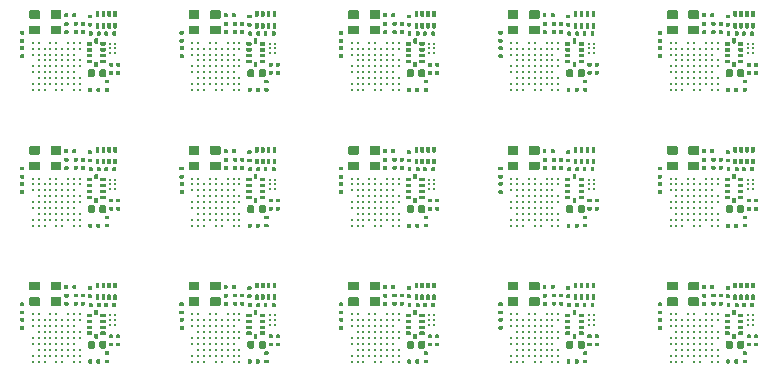
<source format=gbr>
G04 #@! TF.GenerationSoftware,KiCad,Pcbnew,(5.1.4)-1*
G04 #@! TF.CreationDate,2021-03-14T16:57:55+01:00*
G04 #@! TF.ProjectId,panel_5x3,70616e65-6c5f-4357-9833-2e6b69636164,rev?*
G04 #@! TF.SameCoordinates,Original*
G04 #@! TF.FileFunction,Paste,Top*
G04 #@! TF.FilePolarity,Positive*
%FSLAX46Y46*%
G04 Gerber Fmt 4.6, Leading zero omitted, Abs format (unit mm)*
G04 Created by KiCad (PCBNEW (5.1.4)-1) date 2021-03-14 16:57:55*
%MOMM*%
%LPD*%
G04 APERTURE LIST*
%ADD10C,0.250000*%
%ADD11C,0.318000*%
%ADD12C,0.300000*%
%ADD13C,0.700000*%
%ADD14R,0.228600X0.228600*%
%ADD15C,0.590000*%
G04 APERTURE END LIST*
D10*
G36*
X177488292Y-83036383D02*
G01*
X177496010Y-83037528D01*
X177503578Y-83039423D01*
X177510923Y-83042052D01*
X177517976Y-83045387D01*
X177524668Y-83049398D01*
X177530934Y-83054046D01*
X177536715Y-83059285D01*
X177541954Y-83065066D01*
X177546602Y-83071332D01*
X177550613Y-83078024D01*
X177553948Y-83085077D01*
X177556577Y-83092422D01*
X177558472Y-83099990D01*
X177559617Y-83107708D01*
X177560000Y-83115500D01*
X177560000Y-83274500D01*
X177559617Y-83282292D01*
X177558472Y-83290010D01*
X177556577Y-83297578D01*
X177553948Y-83304923D01*
X177550613Y-83311976D01*
X177546602Y-83318668D01*
X177541954Y-83324934D01*
X177536715Y-83330715D01*
X177530934Y-83335954D01*
X177524668Y-83340602D01*
X177517976Y-83344613D01*
X177510923Y-83347948D01*
X177503578Y-83350577D01*
X177496010Y-83352472D01*
X177488292Y-83353617D01*
X177480500Y-83354000D01*
X177279500Y-83354000D01*
X177271708Y-83353617D01*
X177263990Y-83352472D01*
X177256422Y-83350577D01*
X177249077Y-83347948D01*
X177242024Y-83344613D01*
X177235332Y-83340602D01*
X177229066Y-83335954D01*
X177223285Y-83330715D01*
X177218046Y-83324934D01*
X177213398Y-83318668D01*
X177209387Y-83311976D01*
X177206052Y-83304923D01*
X177203423Y-83297578D01*
X177201528Y-83290010D01*
X177200383Y-83282292D01*
X177200000Y-83274500D01*
X177200000Y-83115500D01*
X177200383Y-83107708D01*
X177201528Y-83099990D01*
X177203423Y-83092422D01*
X177206052Y-83085077D01*
X177209387Y-83078024D01*
X177213398Y-83071332D01*
X177218046Y-83065066D01*
X177223285Y-83059285D01*
X177229066Y-83054046D01*
X177235332Y-83049398D01*
X177242024Y-83045387D01*
X177249077Y-83042052D01*
X177256422Y-83039423D01*
X177263990Y-83037528D01*
X177271708Y-83036383D01*
X177279500Y-83036000D01*
X177480500Y-83036000D01*
X177488292Y-83036383D01*
X177488292Y-83036383D01*
G37*
D11*
X177380000Y-83195000D03*
D10*
G36*
X177488292Y-83726383D02*
G01*
X177496010Y-83727528D01*
X177503578Y-83729423D01*
X177510923Y-83732052D01*
X177517976Y-83735387D01*
X177524668Y-83739398D01*
X177530934Y-83744046D01*
X177536715Y-83749285D01*
X177541954Y-83755066D01*
X177546602Y-83761332D01*
X177550613Y-83768024D01*
X177553948Y-83775077D01*
X177556577Y-83782422D01*
X177558472Y-83789990D01*
X177559617Y-83797708D01*
X177560000Y-83805500D01*
X177560000Y-83964500D01*
X177559617Y-83972292D01*
X177558472Y-83980010D01*
X177556577Y-83987578D01*
X177553948Y-83994923D01*
X177550613Y-84001976D01*
X177546602Y-84008668D01*
X177541954Y-84014934D01*
X177536715Y-84020715D01*
X177530934Y-84025954D01*
X177524668Y-84030602D01*
X177517976Y-84034613D01*
X177510923Y-84037948D01*
X177503578Y-84040577D01*
X177496010Y-84042472D01*
X177488292Y-84043617D01*
X177480500Y-84044000D01*
X177279500Y-84044000D01*
X177271708Y-84043617D01*
X177263990Y-84042472D01*
X177256422Y-84040577D01*
X177249077Y-84037948D01*
X177242024Y-84034613D01*
X177235332Y-84030602D01*
X177229066Y-84025954D01*
X177223285Y-84020715D01*
X177218046Y-84014934D01*
X177213398Y-84008668D01*
X177209387Y-84001976D01*
X177206052Y-83994923D01*
X177203423Y-83987578D01*
X177201528Y-83980010D01*
X177200383Y-83972292D01*
X177200000Y-83964500D01*
X177200000Y-83805500D01*
X177200383Y-83797708D01*
X177201528Y-83789990D01*
X177203423Y-83782422D01*
X177206052Y-83775077D01*
X177209387Y-83768024D01*
X177213398Y-83761332D01*
X177218046Y-83755066D01*
X177223285Y-83749285D01*
X177229066Y-83744046D01*
X177235332Y-83739398D01*
X177242024Y-83735387D01*
X177249077Y-83732052D01*
X177256422Y-83729423D01*
X177263990Y-83727528D01*
X177271708Y-83726383D01*
X177279500Y-83726000D01*
X177480500Y-83726000D01*
X177488292Y-83726383D01*
X177488292Y-83726383D01*
G37*
D11*
X177380000Y-83885000D03*
D10*
G36*
X163988292Y-83036383D02*
G01*
X163996010Y-83037528D01*
X164003578Y-83039423D01*
X164010923Y-83042052D01*
X164017976Y-83045387D01*
X164024668Y-83049398D01*
X164030934Y-83054046D01*
X164036715Y-83059285D01*
X164041954Y-83065066D01*
X164046602Y-83071332D01*
X164050613Y-83078024D01*
X164053948Y-83085077D01*
X164056577Y-83092422D01*
X164058472Y-83099990D01*
X164059617Y-83107708D01*
X164060000Y-83115500D01*
X164060000Y-83274500D01*
X164059617Y-83282292D01*
X164058472Y-83290010D01*
X164056577Y-83297578D01*
X164053948Y-83304923D01*
X164050613Y-83311976D01*
X164046602Y-83318668D01*
X164041954Y-83324934D01*
X164036715Y-83330715D01*
X164030934Y-83335954D01*
X164024668Y-83340602D01*
X164017976Y-83344613D01*
X164010923Y-83347948D01*
X164003578Y-83350577D01*
X163996010Y-83352472D01*
X163988292Y-83353617D01*
X163980500Y-83354000D01*
X163779500Y-83354000D01*
X163771708Y-83353617D01*
X163763990Y-83352472D01*
X163756422Y-83350577D01*
X163749077Y-83347948D01*
X163742024Y-83344613D01*
X163735332Y-83340602D01*
X163729066Y-83335954D01*
X163723285Y-83330715D01*
X163718046Y-83324934D01*
X163713398Y-83318668D01*
X163709387Y-83311976D01*
X163706052Y-83304923D01*
X163703423Y-83297578D01*
X163701528Y-83290010D01*
X163700383Y-83282292D01*
X163700000Y-83274500D01*
X163700000Y-83115500D01*
X163700383Y-83107708D01*
X163701528Y-83099990D01*
X163703423Y-83092422D01*
X163706052Y-83085077D01*
X163709387Y-83078024D01*
X163713398Y-83071332D01*
X163718046Y-83065066D01*
X163723285Y-83059285D01*
X163729066Y-83054046D01*
X163735332Y-83049398D01*
X163742024Y-83045387D01*
X163749077Y-83042052D01*
X163756422Y-83039423D01*
X163763990Y-83037528D01*
X163771708Y-83036383D01*
X163779500Y-83036000D01*
X163980500Y-83036000D01*
X163988292Y-83036383D01*
X163988292Y-83036383D01*
G37*
D11*
X163880000Y-83195000D03*
D10*
G36*
X163988292Y-83726383D02*
G01*
X163996010Y-83727528D01*
X164003578Y-83729423D01*
X164010923Y-83732052D01*
X164017976Y-83735387D01*
X164024668Y-83739398D01*
X164030934Y-83744046D01*
X164036715Y-83749285D01*
X164041954Y-83755066D01*
X164046602Y-83761332D01*
X164050613Y-83768024D01*
X164053948Y-83775077D01*
X164056577Y-83782422D01*
X164058472Y-83789990D01*
X164059617Y-83797708D01*
X164060000Y-83805500D01*
X164060000Y-83964500D01*
X164059617Y-83972292D01*
X164058472Y-83980010D01*
X164056577Y-83987578D01*
X164053948Y-83994923D01*
X164050613Y-84001976D01*
X164046602Y-84008668D01*
X164041954Y-84014934D01*
X164036715Y-84020715D01*
X164030934Y-84025954D01*
X164024668Y-84030602D01*
X164017976Y-84034613D01*
X164010923Y-84037948D01*
X164003578Y-84040577D01*
X163996010Y-84042472D01*
X163988292Y-84043617D01*
X163980500Y-84044000D01*
X163779500Y-84044000D01*
X163771708Y-84043617D01*
X163763990Y-84042472D01*
X163756422Y-84040577D01*
X163749077Y-84037948D01*
X163742024Y-84034613D01*
X163735332Y-84030602D01*
X163729066Y-84025954D01*
X163723285Y-84020715D01*
X163718046Y-84014934D01*
X163713398Y-84008668D01*
X163709387Y-84001976D01*
X163706052Y-83994923D01*
X163703423Y-83987578D01*
X163701528Y-83980010D01*
X163700383Y-83972292D01*
X163700000Y-83964500D01*
X163700000Y-83805500D01*
X163700383Y-83797708D01*
X163701528Y-83789990D01*
X163703423Y-83782422D01*
X163706052Y-83775077D01*
X163709387Y-83768024D01*
X163713398Y-83761332D01*
X163718046Y-83755066D01*
X163723285Y-83749285D01*
X163729066Y-83744046D01*
X163735332Y-83739398D01*
X163742024Y-83735387D01*
X163749077Y-83732052D01*
X163756422Y-83729423D01*
X163763990Y-83727528D01*
X163771708Y-83726383D01*
X163779500Y-83726000D01*
X163980500Y-83726000D01*
X163988292Y-83726383D01*
X163988292Y-83726383D01*
G37*
D11*
X163880000Y-83885000D03*
D10*
G36*
X150488292Y-83036383D02*
G01*
X150496010Y-83037528D01*
X150503578Y-83039423D01*
X150510923Y-83042052D01*
X150517976Y-83045387D01*
X150524668Y-83049398D01*
X150530934Y-83054046D01*
X150536715Y-83059285D01*
X150541954Y-83065066D01*
X150546602Y-83071332D01*
X150550613Y-83078024D01*
X150553948Y-83085077D01*
X150556577Y-83092422D01*
X150558472Y-83099990D01*
X150559617Y-83107708D01*
X150560000Y-83115500D01*
X150560000Y-83274500D01*
X150559617Y-83282292D01*
X150558472Y-83290010D01*
X150556577Y-83297578D01*
X150553948Y-83304923D01*
X150550613Y-83311976D01*
X150546602Y-83318668D01*
X150541954Y-83324934D01*
X150536715Y-83330715D01*
X150530934Y-83335954D01*
X150524668Y-83340602D01*
X150517976Y-83344613D01*
X150510923Y-83347948D01*
X150503578Y-83350577D01*
X150496010Y-83352472D01*
X150488292Y-83353617D01*
X150480500Y-83354000D01*
X150279500Y-83354000D01*
X150271708Y-83353617D01*
X150263990Y-83352472D01*
X150256422Y-83350577D01*
X150249077Y-83347948D01*
X150242024Y-83344613D01*
X150235332Y-83340602D01*
X150229066Y-83335954D01*
X150223285Y-83330715D01*
X150218046Y-83324934D01*
X150213398Y-83318668D01*
X150209387Y-83311976D01*
X150206052Y-83304923D01*
X150203423Y-83297578D01*
X150201528Y-83290010D01*
X150200383Y-83282292D01*
X150200000Y-83274500D01*
X150200000Y-83115500D01*
X150200383Y-83107708D01*
X150201528Y-83099990D01*
X150203423Y-83092422D01*
X150206052Y-83085077D01*
X150209387Y-83078024D01*
X150213398Y-83071332D01*
X150218046Y-83065066D01*
X150223285Y-83059285D01*
X150229066Y-83054046D01*
X150235332Y-83049398D01*
X150242024Y-83045387D01*
X150249077Y-83042052D01*
X150256422Y-83039423D01*
X150263990Y-83037528D01*
X150271708Y-83036383D01*
X150279500Y-83036000D01*
X150480500Y-83036000D01*
X150488292Y-83036383D01*
X150488292Y-83036383D01*
G37*
D11*
X150380000Y-83195000D03*
D10*
G36*
X150488292Y-83726383D02*
G01*
X150496010Y-83727528D01*
X150503578Y-83729423D01*
X150510923Y-83732052D01*
X150517976Y-83735387D01*
X150524668Y-83739398D01*
X150530934Y-83744046D01*
X150536715Y-83749285D01*
X150541954Y-83755066D01*
X150546602Y-83761332D01*
X150550613Y-83768024D01*
X150553948Y-83775077D01*
X150556577Y-83782422D01*
X150558472Y-83789990D01*
X150559617Y-83797708D01*
X150560000Y-83805500D01*
X150560000Y-83964500D01*
X150559617Y-83972292D01*
X150558472Y-83980010D01*
X150556577Y-83987578D01*
X150553948Y-83994923D01*
X150550613Y-84001976D01*
X150546602Y-84008668D01*
X150541954Y-84014934D01*
X150536715Y-84020715D01*
X150530934Y-84025954D01*
X150524668Y-84030602D01*
X150517976Y-84034613D01*
X150510923Y-84037948D01*
X150503578Y-84040577D01*
X150496010Y-84042472D01*
X150488292Y-84043617D01*
X150480500Y-84044000D01*
X150279500Y-84044000D01*
X150271708Y-84043617D01*
X150263990Y-84042472D01*
X150256422Y-84040577D01*
X150249077Y-84037948D01*
X150242024Y-84034613D01*
X150235332Y-84030602D01*
X150229066Y-84025954D01*
X150223285Y-84020715D01*
X150218046Y-84014934D01*
X150213398Y-84008668D01*
X150209387Y-84001976D01*
X150206052Y-83994923D01*
X150203423Y-83987578D01*
X150201528Y-83980010D01*
X150200383Y-83972292D01*
X150200000Y-83964500D01*
X150200000Y-83805500D01*
X150200383Y-83797708D01*
X150201528Y-83789990D01*
X150203423Y-83782422D01*
X150206052Y-83775077D01*
X150209387Y-83768024D01*
X150213398Y-83761332D01*
X150218046Y-83755066D01*
X150223285Y-83749285D01*
X150229066Y-83744046D01*
X150235332Y-83739398D01*
X150242024Y-83735387D01*
X150249077Y-83732052D01*
X150256422Y-83729423D01*
X150263990Y-83727528D01*
X150271708Y-83726383D01*
X150279500Y-83726000D01*
X150480500Y-83726000D01*
X150488292Y-83726383D01*
X150488292Y-83726383D01*
G37*
D11*
X150380000Y-83885000D03*
D10*
G36*
X136988292Y-83036383D02*
G01*
X136996010Y-83037528D01*
X137003578Y-83039423D01*
X137010923Y-83042052D01*
X137017976Y-83045387D01*
X137024668Y-83049398D01*
X137030934Y-83054046D01*
X137036715Y-83059285D01*
X137041954Y-83065066D01*
X137046602Y-83071332D01*
X137050613Y-83078024D01*
X137053948Y-83085077D01*
X137056577Y-83092422D01*
X137058472Y-83099990D01*
X137059617Y-83107708D01*
X137060000Y-83115500D01*
X137060000Y-83274500D01*
X137059617Y-83282292D01*
X137058472Y-83290010D01*
X137056577Y-83297578D01*
X137053948Y-83304923D01*
X137050613Y-83311976D01*
X137046602Y-83318668D01*
X137041954Y-83324934D01*
X137036715Y-83330715D01*
X137030934Y-83335954D01*
X137024668Y-83340602D01*
X137017976Y-83344613D01*
X137010923Y-83347948D01*
X137003578Y-83350577D01*
X136996010Y-83352472D01*
X136988292Y-83353617D01*
X136980500Y-83354000D01*
X136779500Y-83354000D01*
X136771708Y-83353617D01*
X136763990Y-83352472D01*
X136756422Y-83350577D01*
X136749077Y-83347948D01*
X136742024Y-83344613D01*
X136735332Y-83340602D01*
X136729066Y-83335954D01*
X136723285Y-83330715D01*
X136718046Y-83324934D01*
X136713398Y-83318668D01*
X136709387Y-83311976D01*
X136706052Y-83304923D01*
X136703423Y-83297578D01*
X136701528Y-83290010D01*
X136700383Y-83282292D01*
X136700000Y-83274500D01*
X136700000Y-83115500D01*
X136700383Y-83107708D01*
X136701528Y-83099990D01*
X136703423Y-83092422D01*
X136706052Y-83085077D01*
X136709387Y-83078024D01*
X136713398Y-83071332D01*
X136718046Y-83065066D01*
X136723285Y-83059285D01*
X136729066Y-83054046D01*
X136735332Y-83049398D01*
X136742024Y-83045387D01*
X136749077Y-83042052D01*
X136756422Y-83039423D01*
X136763990Y-83037528D01*
X136771708Y-83036383D01*
X136779500Y-83036000D01*
X136980500Y-83036000D01*
X136988292Y-83036383D01*
X136988292Y-83036383D01*
G37*
D11*
X136880000Y-83195000D03*
D10*
G36*
X136988292Y-83726383D02*
G01*
X136996010Y-83727528D01*
X137003578Y-83729423D01*
X137010923Y-83732052D01*
X137017976Y-83735387D01*
X137024668Y-83739398D01*
X137030934Y-83744046D01*
X137036715Y-83749285D01*
X137041954Y-83755066D01*
X137046602Y-83761332D01*
X137050613Y-83768024D01*
X137053948Y-83775077D01*
X137056577Y-83782422D01*
X137058472Y-83789990D01*
X137059617Y-83797708D01*
X137060000Y-83805500D01*
X137060000Y-83964500D01*
X137059617Y-83972292D01*
X137058472Y-83980010D01*
X137056577Y-83987578D01*
X137053948Y-83994923D01*
X137050613Y-84001976D01*
X137046602Y-84008668D01*
X137041954Y-84014934D01*
X137036715Y-84020715D01*
X137030934Y-84025954D01*
X137024668Y-84030602D01*
X137017976Y-84034613D01*
X137010923Y-84037948D01*
X137003578Y-84040577D01*
X136996010Y-84042472D01*
X136988292Y-84043617D01*
X136980500Y-84044000D01*
X136779500Y-84044000D01*
X136771708Y-84043617D01*
X136763990Y-84042472D01*
X136756422Y-84040577D01*
X136749077Y-84037948D01*
X136742024Y-84034613D01*
X136735332Y-84030602D01*
X136729066Y-84025954D01*
X136723285Y-84020715D01*
X136718046Y-84014934D01*
X136713398Y-84008668D01*
X136709387Y-84001976D01*
X136706052Y-83994923D01*
X136703423Y-83987578D01*
X136701528Y-83980010D01*
X136700383Y-83972292D01*
X136700000Y-83964500D01*
X136700000Y-83805500D01*
X136700383Y-83797708D01*
X136701528Y-83789990D01*
X136703423Y-83782422D01*
X136706052Y-83775077D01*
X136709387Y-83768024D01*
X136713398Y-83761332D01*
X136718046Y-83755066D01*
X136723285Y-83749285D01*
X136729066Y-83744046D01*
X136735332Y-83739398D01*
X136742024Y-83735387D01*
X136749077Y-83732052D01*
X136756422Y-83729423D01*
X136763990Y-83727528D01*
X136771708Y-83726383D01*
X136779500Y-83726000D01*
X136980500Y-83726000D01*
X136988292Y-83726383D01*
X136988292Y-83726383D01*
G37*
D11*
X136880000Y-83885000D03*
D10*
G36*
X123488292Y-83036383D02*
G01*
X123496010Y-83037528D01*
X123503578Y-83039423D01*
X123510923Y-83042052D01*
X123517976Y-83045387D01*
X123524668Y-83049398D01*
X123530934Y-83054046D01*
X123536715Y-83059285D01*
X123541954Y-83065066D01*
X123546602Y-83071332D01*
X123550613Y-83078024D01*
X123553948Y-83085077D01*
X123556577Y-83092422D01*
X123558472Y-83099990D01*
X123559617Y-83107708D01*
X123560000Y-83115500D01*
X123560000Y-83274500D01*
X123559617Y-83282292D01*
X123558472Y-83290010D01*
X123556577Y-83297578D01*
X123553948Y-83304923D01*
X123550613Y-83311976D01*
X123546602Y-83318668D01*
X123541954Y-83324934D01*
X123536715Y-83330715D01*
X123530934Y-83335954D01*
X123524668Y-83340602D01*
X123517976Y-83344613D01*
X123510923Y-83347948D01*
X123503578Y-83350577D01*
X123496010Y-83352472D01*
X123488292Y-83353617D01*
X123480500Y-83354000D01*
X123279500Y-83354000D01*
X123271708Y-83353617D01*
X123263990Y-83352472D01*
X123256422Y-83350577D01*
X123249077Y-83347948D01*
X123242024Y-83344613D01*
X123235332Y-83340602D01*
X123229066Y-83335954D01*
X123223285Y-83330715D01*
X123218046Y-83324934D01*
X123213398Y-83318668D01*
X123209387Y-83311976D01*
X123206052Y-83304923D01*
X123203423Y-83297578D01*
X123201528Y-83290010D01*
X123200383Y-83282292D01*
X123200000Y-83274500D01*
X123200000Y-83115500D01*
X123200383Y-83107708D01*
X123201528Y-83099990D01*
X123203423Y-83092422D01*
X123206052Y-83085077D01*
X123209387Y-83078024D01*
X123213398Y-83071332D01*
X123218046Y-83065066D01*
X123223285Y-83059285D01*
X123229066Y-83054046D01*
X123235332Y-83049398D01*
X123242024Y-83045387D01*
X123249077Y-83042052D01*
X123256422Y-83039423D01*
X123263990Y-83037528D01*
X123271708Y-83036383D01*
X123279500Y-83036000D01*
X123480500Y-83036000D01*
X123488292Y-83036383D01*
X123488292Y-83036383D01*
G37*
D11*
X123380000Y-83195000D03*
D10*
G36*
X123488292Y-83726383D02*
G01*
X123496010Y-83727528D01*
X123503578Y-83729423D01*
X123510923Y-83732052D01*
X123517976Y-83735387D01*
X123524668Y-83739398D01*
X123530934Y-83744046D01*
X123536715Y-83749285D01*
X123541954Y-83755066D01*
X123546602Y-83761332D01*
X123550613Y-83768024D01*
X123553948Y-83775077D01*
X123556577Y-83782422D01*
X123558472Y-83789990D01*
X123559617Y-83797708D01*
X123560000Y-83805500D01*
X123560000Y-83964500D01*
X123559617Y-83972292D01*
X123558472Y-83980010D01*
X123556577Y-83987578D01*
X123553948Y-83994923D01*
X123550613Y-84001976D01*
X123546602Y-84008668D01*
X123541954Y-84014934D01*
X123536715Y-84020715D01*
X123530934Y-84025954D01*
X123524668Y-84030602D01*
X123517976Y-84034613D01*
X123510923Y-84037948D01*
X123503578Y-84040577D01*
X123496010Y-84042472D01*
X123488292Y-84043617D01*
X123480500Y-84044000D01*
X123279500Y-84044000D01*
X123271708Y-84043617D01*
X123263990Y-84042472D01*
X123256422Y-84040577D01*
X123249077Y-84037948D01*
X123242024Y-84034613D01*
X123235332Y-84030602D01*
X123229066Y-84025954D01*
X123223285Y-84020715D01*
X123218046Y-84014934D01*
X123213398Y-84008668D01*
X123209387Y-84001976D01*
X123206052Y-83994923D01*
X123203423Y-83987578D01*
X123201528Y-83980010D01*
X123200383Y-83972292D01*
X123200000Y-83964500D01*
X123200000Y-83805500D01*
X123200383Y-83797708D01*
X123201528Y-83789990D01*
X123203423Y-83782422D01*
X123206052Y-83775077D01*
X123209387Y-83768024D01*
X123213398Y-83761332D01*
X123218046Y-83755066D01*
X123223285Y-83749285D01*
X123229066Y-83744046D01*
X123235332Y-83739398D01*
X123242024Y-83735387D01*
X123249077Y-83732052D01*
X123256422Y-83729423D01*
X123263990Y-83727528D01*
X123271708Y-83726383D01*
X123279500Y-83726000D01*
X123480500Y-83726000D01*
X123488292Y-83726383D01*
X123488292Y-83726383D01*
G37*
D11*
X123380000Y-83885000D03*
D10*
G36*
X177488292Y-71536383D02*
G01*
X177496010Y-71537528D01*
X177503578Y-71539423D01*
X177510923Y-71542052D01*
X177517976Y-71545387D01*
X177524668Y-71549398D01*
X177530934Y-71554046D01*
X177536715Y-71559285D01*
X177541954Y-71565066D01*
X177546602Y-71571332D01*
X177550613Y-71578024D01*
X177553948Y-71585077D01*
X177556577Y-71592422D01*
X177558472Y-71599990D01*
X177559617Y-71607708D01*
X177560000Y-71615500D01*
X177560000Y-71774500D01*
X177559617Y-71782292D01*
X177558472Y-71790010D01*
X177556577Y-71797578D01*
X177553948Y-71804923D01*
X177550613Y-71811976D01*
X177546602Y-71818668D01*
X177541954Y-71824934D01*
X177536715Y-71830715D01*
X177530934Y-71835954D01*
X177524668Y-71840602D01*
X177517976Y-71844613D01*
X177510923Y-71847948D01*
X177503578Y-71850577D01*
X177496010Y-71852472D01*
X177488292Y-71853617D01*
X177480500Y-71854000D01*
X177279500Y-71854000D01*
X177271708Y-71853617D01*
X177263990Y-71852472D01*
X177256422Y-71850577D01*
X177249077Y-71847948D01*
X177242024Y-71844613D01*
X177235332Y-71840602D01*
X177229066Y-71835954D01*
X177223285Y-71830715D01*
X177218046Y-71824934D01*
X177213398Y-71818668D01*
X177209387Y-71811976D01*
X177206052Y-71804923D01*
X177203423Y-71797578D01*
X177201528Y-71790010D01*
X177200383Y-71782292D01*
X177200000Y-71774500D01*
X177200000Y-71615500D01*
X177200383Y-71607708D01*
X177201528Y-71599990D01*
X177203423Y-71592422D01*
X177206052Y-71585077D01*
X177209387Y-71578024D01*
X177213398Y-71571332D01*
X177218046Y-71565066D01*
X177223285Y-71559285D01*
X177229066Y-71554046D01*
X177235332Y-71549398D01*
X177242024Y-71545387D01*
X177249077Y-71542052D01*
X177256422Y-71539423D01*
X177263990Y-71537528D01*
X177271708Y-71536383D01*
X177279500Y-71536000D01*
X177480500Y-71536000D01*
X177488292Y-71536383D01*
X177488292Y-71536383D01*
G37*
D11*
X177380000Y-71695000D03*
D10*
G36*
X177488292Y-72226383D02*
G01*
X177496010Y-72227528D01*
X177503578Y-72229423D01*
X177510923Y-72232052D01*
X177517976Y-72235387D01*
X177524668Y-72239398D01*
X177530934Y-72244046D01*
X177536715Y-72249285D01*
X177541954Y-72255066D01*
X177546602Y-72261332D01*
X177550613Y-72268024D01*
X177553948Y-72275077D01*
X177556577Y-72282422D01*
X177558472Y-72289990D01*
X177559617Y-72297708D01*
X177560000Y-72305500D01*
X177560000Y-72464500D01*
X177559617Y-72472292D01*
X177558472Y-72480010D01*
X177556577Y-72487578D01*
X177553948Y-72494923D01*
X177550613Y-72501976D01*
X177546602Y-72508668D01*
X177541954Y-72514934D01*
X177536715Y-72520715D01*
X177530934Y-72525954D01*
X177524668Y-72530602D01*
X177517976Y-72534613D01*
X177510923Y-72537948D01*
X177503578Y-72540577D01*
X177496010Y-72542472D01*
X177488292Y-72543617D01*
X177480500Y-72544000D01*
X177279500Y-72544000D01*
X177271708Y-72543617D01*
X177263990Y-72542472D01*
X177256422Y-72540577D01*
X177249077Y-72537948D01*
X177242024Y-72534613D01*
X177235332Y-72530602D01*
X177229066Y-72525954D01*
X177223285Y-72520715D01*
X177218046Y-72514934D01*
X177213398Y-72508668D01*
X177209387Y-72501976D01*
X177206052Y-72494923D01*
X177203423Y-72487578D01*
X177201528Y-72480010D01*
X177200383Y-72472292D01*
X177200000Y-72464500D01*
X177200000Y-72305500D01*
X177200383Y-72297708D01*
X177201528Y-72289990D01*
X177203423Y-72282422D01*
X177206052Y-72275077D01*
X177209387Y-72268024D01*
X177213398Y-72261332D01*
X177218046Y-72255066D01*
X177223285Y-72249285D01*
X177229066Y-72244046D01*
X177235332Y-72239398D01*
X177242024Y-72235387D01*
X177249077Y-72232052D01*
X177256422Y-72229423D01*
X177263990Y-72227528D01*
X177271708Y-72226383D01*
X177279500Y-72226000D01*
X177480500Y-72226000D01*
X177488292Y-72226383D01*
X177488292Y-72226383D01*
G37*
D11*
X177380000Y-72385000D03*
D10*
G36*
X163988292Y-71536383D02*
G01*
X163996010Y-71537528D01*
X164003578Y-71539423D01*
X164010923Y-71542052D01*
X164017976Y-71545387D01*
X164024668Y-71549398D01*
X164030934Y-71554046D01*
X164036715Y-71559285D01*
X164041954Y-71565066D01*
X164046602Y-71571332D01*
X164050613Y-71578024D01*
X164053948Y-71585077D01*
X164056577Y-71592422D01*
X164058472Y-71599990D01*
X164059617Y-71607708D01*
X164060000Y-71615500D01*
X164060000Y-71774500D01*
X164059617Y-71782292D01*
X164058472Y-71790010D01*
X164056577Y-71797578D01*
X164053948Y-71804923D01*
X164050613Y-71811976D01*
X164046602Y-71818668D01*
X164041954Y-71824934D01*
X164036715Y-71830715D01*
X164030934Y-71835954D01*
X164024668Y-71840602D01*
X164017976Y-71844613D01*
X164010923Y-71847948D01*
X164003578Y-71850577D01*
X163996010Y-71852472D01*
X163988292Y-71853617D01*
X163980500Y-71854000D01*
X163779500Y-71854000D01*
X163771708Y-71853617D01*
X163763990Y-71852472D01*
X163756422Y-71850577D01*
X163749077Y-71847948D01*
X163742024Y-71844613D01*
X163735332Y-71840602D01*
X163729066Y-71835954D01*
X163723285Y-71830715D01*
X163718046Y-71824934D01*
X163713398Y-71818668D01*
X163709387Y-71811976D01*
X163706052Y-71804923D01*
X163703423Y-71797578D01*
X163701528Y-71790010D01*
X163700383Y-71782292D01*
X163700000Y-71774500D01*
X163700000Y-71615500D01*
X163700383Y-71607708D01*
X163701528Y-71599990D01*
X163703423Y-71592422D01*
X163706052Y-71585077D01*
X163709387Y-71578024D01*
X163713398Y-71571332D01*
X163718046Y-71565066D01*
X163723285Y-71559285D01*
X163729066Y-71554046D01*
X163735332Y-71549398D01*
X163742024Y-71545387D01*
X163749077Y-71542052D01*
X163756422Y-71539423D01*
X163763990Y-71537528D01*
X163771708Y-71536383D01*
X163779500Y-71536000D01*
X163980500Y-71536000D01*
X163988292Y-71536383D01*
X163988292Y-71536383D01*
G37*
D11*
X163880000Y-71695000D03*
D10*
G36*
X163988292Y-72226383D02*
G01*
X163996010Y-72227528D01*
X164003578Y-72229423D01*
X164010923Y-72232052D01*
X164017976Y-72235387D01*
X164024668Y-72239398D01*
X164030934Y-72244046D01*
X164036715Y-72249285D01*
X164041954Y-72255066D01*
X164046602Y-72261332D01*
X164050613Y-72268024D01*
X164053948Y-72275077D01*
X164056577Y-72282422D01*
X164058472Y-72289990D01*
X164059617Y-72297708D01*
X164060000Y-72305500D01*
X164060000Y-72464500D01*
X164059617Y-72472292D01*
X164058472Y-72480010D01*
X164056577Y-72487578D01*
X164053948Y-72494923D01*
X164050613Y-72501976D01*
X164046602Y-72508668D01*
X164041954Y-72514934D01*
X164036715Y-72520715D01*
X164030934Y-72525954D01*
X164024668Y-72530602D01*
X164017976Y-72534613D01*
X164010923Y-72537948D01*
X164003578Y-72540577D01*
X163996010Y-72542472D01*
X163988292Y-72543617D01*
X163980500Y-72544000D01*
X163779500Y-72544000D01*
X163771708Y-72543617D01*
X163763990Y-72542472D01*
X163756422Y-72540577D01*
X163749077Y-72537948D01*
X163742024Y-72534613D01*
X163735332Y-72530602D01*
X163729066Y-72525954D01*
X163723285Y-72520715D01*
X163718046Y-72514934D01*
X163713398Y-72508668D01*
X163709387Y-72501976D01*
X163706052Y-72494923D01*
X163703423Y-72487578D01*
X163701528Y-72480010D01*
X163700383Y-72472292D01*
X163700000Y-72464500D01*
X163700000Y-72305500D01*
X163700383Y-72297708D01*
X163701528Y-72289990D01*
X163703423Y-72282422D01*
X163706052Y-72275077D01*
X163709387Y-72268024D01*
X163713398Y-72261332D01*
X163718046Y-72255066D01*
X163723285Y-72249285D01*
X163729066Y-72244046D01*
X163735332Y-72239398D01*
X163742024Y-72235387D01*
X163749077Y-72232052D01*
X163756422Y-72229423D01*
X163763990Y-72227528D01*
X163771708Y-72226383D01*
X163779500Y-72226000D01*
X163980500Y-72226000D01*
X163988292Y-72226383D01*
X163988292Y-72226383D01*
G37*
D11*
X163880000Y-72385000D03*
D10*
G36*
X150488292Y-71536383D02*
G01*
X150496010Y-71537528D01*
X150503578Y-71539423D01*
X150510923Y-71542052D01*
X150517976Y-71545387D01*
X150524668Y-71549398D01*
X150530934Y-71554046D01*
X150536715Y-71559285D01*
X150541954Y-71565066D01*
X150546602Y-71571332D01*
X150550613Y-71578024D01*
X150553948Y-71585077D01*
X150556577Y-71592422D01*
X150558472Y-71599990D01*
X150559617Y-71607708D01*
X150560000Y-71615500D01*
X150560000Y-71774500D01*
X150559617Y-71782292D01*
X150558472Y-71790010D01*
X150556577Y-71797578D01*
X150553948Y-71804923D01*
X150550613Y-71811976D01*
X150546602Y-71818668D01*
X150541954Y-71824934D01*
X150536715Y-71830715D01*
X150530934Y-71835954D01*
X150524668Y-71840602D01*
X150517976Y-71844613D01*
X150510923Y-71847948D01*
X150503578Y-71850577D01*
X150496010Y-71852472D01*
X150488292Y-71853617D01*
X150480500Y-71854000D01*
X150279500Y-71854000D01*
X150271708Y-71853617D01*
X150263990Y-71852472D01*
X150256422Y-71850577D01*
X150249077Y-71847948D01*
X150242024Y-71844613D01*
X150235332Y-71840602D01*
X150229066Y-71835954D01*
X150223285Y-71830715D01*
X150218046Y-71824934D01*
X150213398Y-71818668D01*
X150209387Y-71811976D01*
X150206052Y-71804923D01*
X150203423Y-71797578D01*
X150201528Y-71790010D01*
X150200383Y-71782292D01*
X150200000Y-71774500D01*
X150200000Y-71615500D01*
X150200383Y-71607708D01*
X150201528Y-71599990D01*
X150203423Y-71592422D01*
X150206052Y-71585077D01*
X150209387Y-71578024D01*
X150213398Y-71571332D01*
X150218046Y-71565066D01*
X150223285Y-71559285D01*
X150229066Y-71554046D01*
X150235332Y-71549398D01*
X150242024Y-71545387D01*
X150249077Y-71542052D01*
X150256422Y-71539423D01*
X150263990Y-71537528D01*
X150271708Y-71536383D01*
X150279500Y-71536000D01*
X150480500Y-71536000D01*
X150488292Y-71536383D01*
X150488292Y-71536383D01*
G37*
D11*
X150380000Y-71695000D03*
D10*
G36*
X150488292Y-72226383D02*
G01*
X150496010Y-72227528D01*
X150503578Y-72229423D01*
X150510923Y-72232052D01*
X150517976Y-72235387D01*
X150524668Y-72239398D01*
X150530934Y-72244046D01*
X150536715Y-72249285D01*
X150541954Y-72255066D01*
X150546602Y-72261332D01*
X150550613Y-72268024D01*
X150553948Y-72275077D01*
X150556577Y-72282422D01*
X150558472Y-72289990D01*
X150559617Y-72297708D01*
X150560000Y-72305500D01*
X150560000Y-72464500D01*
X150559617Y-72472292D01*
X150558472Y-72480010D01*
X150556577Y-72487578D01*
X150553948Y-72494923D01*
X150550613Y-72501976D01*
X150546602Y-72508668D01*
X150541954Y-72514934D01*
X150536715Y-72520715D01*
X150530934Y-72525954D01*
X150524668Y-72530602D01*
X150517976Y-72534613D01*
X150510923Y-72537948D01*
X150503578Y-72540577D01*
X150496010Y-72542472D01*
X150488292Y-72543617D01*
X150480500Y-72544000D01*
X150279500Y-72544000D01*
X150271708Y-72543617D01*
X150263990Y-72542472D01*
X150256422Y-72540577D01*
X150249077Y-72537948D01*
X150242024Y-72534613D01*
X150235332Y-72530602D01*
X150229066Y-72525954D01*
X150223285Y-72520715D01*
X150218046Y-72514934D01*
X150213398Y-72508668D01*
X150209387Y-72501976D01*
X150206052Y-72494923D01*
X150203423Y-72487578D01*
X150201528Y-72480010D01*
X150200383Y-72472292D01*
X150200000Y-72464500D01*
X150200000Y-72305500D01*
X150200383Y-72297708D01*
X150201528Y-72289990D01*
X150203423Y-72282422D01*
X150206052Y-72275077D01*
X150209387Y-72268024D01*
X150213398Y-72261332D01*
X150218046Y-72255066D01*
X150223285Y-72249285D01*
X150229066Y-72244046D01*
X150235332Y-72239398D01*
X150242024Y-72235387D01*
X150249077Y-72232052D01*
X150256422Y-72229423D01*
X150263990Y-72227528D01*
X150271708Y-72226383D01*
X150279500Y-72226000D01*
X150480500Y-72226000D01*
X150488292Y-72226383D01*
X150488292Y-72226383D01*
G37*
D11*
X150380000Y-72385000D03*
D10*
G36*
X136988292Y-71536383D02*
G01*
X136996010Y-71537528D01*
X137003578Y-71539423D01*
X137010923Y-71542052D01*
X137017976Y-71545387D01*
X137024668Y-71549398D01*
X137030934Y-71554046D01*
X137036715Y-71559285D01*
X137041954Y-71565066D01*
X137046602Y-71571332D01*
X137050613Y-71578024D01*
X137053948Y-71585077D01*
X137056577Y-71592422D01*
X137058472Y-71599990D01*
X137059617Y-71607708D01*
X137060000Y-71615500D01*
X137060000Y-71774500D01*
X137059617Y-71782292D01*
X137058472Y-71790010D01*
X137056577Y-71797578D01*
X137053948Y-71804923D01*
X137050613Y-71811976D01*
X137046602Y-71818668D01*
X137041954Y-71824934D01*
X137036715Y-71830715D01*
X137030934Y-71835954D01*
X137024668Y-71840602D01*
X137017976Y-71844613D01*
X137010923Y-71847948D01*
X137003578Y-71850577D01*
X136996010Y-71852472D01*
X136988292Y-71853617D01*
X136980500Y-71854000D01*
X136779500Y-71854000D01*
X136771708Y-71853617D01*
X136763990Y-71852472D01*
X136756422Y-71850577D01*
X136749077Y-71847948D01*
X136742024Y-71844613D01*
X136735332Y-71840602D01*
X136729066Y-71835954D01*
X136723285Y-71830715D01*
X136718046Y-71824934D01*
X136713398Y-71818668D01*
X136709387Y-71811976D01*
X136706052Y-71804923D01*
X136703423Y-71797578D01*
X136701528Y-71790010D01*
X136700383Y-71782292D01*
X136700000Y-71774500D01*
X136700000Y-71615500D01*
X136700383Y-71607708D01*
X136701528Y-71599990D01*
X136703423Y-71592422D01*
X136706052Y-71585077D01*
X136709387Y-71578024D01*
X136713398Y-71571332D01*
X136718046Y-71565066D01*
X136723285Y-71559285D01*
X136729066Y-71554046D01*
X136735332Y-71549398D01*
X136742024Y-71545387D01*
X136749077Y-71542052D01*
X136756422Y-71539423D01*
X136763990Y-71537528D01*
X136771708Y-71536383D01*
X136779500Y-71536000D01*
X136980500Y-71536000D01*
X136988292Y-71536383D01*
X136988292Y-71536383D01*
G37*
D11*
X136880000Y-71695000D03*
D10*
G36*
X136988292Y-72226383D02*
G01*
X136996010Y-72227528D01*
X137003578Y-72229423D01*
X137010923Y-72232052D01*
X137017976Y-72235387D01*
X137024668Y-72239398D01*
X137030934Y-72244046D01*
X137036715Y-72249285D01*
X137041954Y-72255066D01*
X137046602Y-72261332D01*
X137050613Y-72268024D01*
X137053948Y-72275077D01*
X137056577Y-72282422D01*
X137058472Y-72289990D01*
X137059617Y-72297708D01*
X137060000Y-72305500D01*
X137060000Y-72464500D01*
X137059617Y-72472292D01*
X137058472Y-72480010D01*
X137056577Y-72487578D01*
X137053948Y-72494923D01*
X137050613Y-72501976D01*
X137046602Y-72508668D01*
X137041954Y-72514934D01*
X137036715Y-72520715D01*
X137030934Y-72525954D01*
X137024668Y-72530602D01*
X137017976Y-72534613D01*
X137010923Y-72537948D01*
X137003578Y-72540577D01*
X136996010Y-72542472D01*
X136988292Y-72543617D01*
X136980500Y-72544000D01*
X136779500Y-72544000D01*
X136771708Y-72543617D01*
X136763990Y-72542472D01*
X136756422Y-72540577D01*
X136749077Y-72537948D01*
X136742024Y-72534613D01*
X136735332Y-72530602D01*
X136729066Y-72525954D01*
X136723285Y-72520715D01*
X136718046Y-72514934D01*
X136713398Y-72508668D01*
X136709387Y-72501976D01*
X136706052Y-72494923D01*
X136703423Y-72487578D01*
X136701528Y-72480010D01*
X136700383Y-72472292D01*
X136700000Y-72464500D01*
X136700000Y-72305500D01*
X136700383Y-72297708D01*
X136701528Y-72289990D01*
X136703423Y-72282422D01*
X136706052Y-72275077D01*
X136709387Y-72268024D01*
X136713398Y-72261332D01*
X136718046Y-72255066D01*
X136723285Y-72249285D01*
X136729066Y-72244046D01*
X136735332Y-72239398D01*
X136742024Y-72235387D01*
X136749077Y-72232052D01*
X136756422Y-72229423D01*
X136763990Y-72227528D01*
X136771708Y-72226383D01*
X136779500Y-72226000D01*
X136980500Y-72226000D01*
X136988292Y-72226383D01*
X136988292Y-72226383D01*
G37*
D11*
X136880000Y-72385000D03*
D10*
G36*
X123488292Y-71536383D02*
G01*
X123496010Y-71537528D01*
X123503578Y-71539423D01*
X123510923Y-71542052D01*
X123517976Y-71545387D01*
X123524668Y-71549398D01*
X123530934Y-71554046D01*
X123536715Y-71559285D01*
X123541954Y-71565066D01*
X123546602Y-71571332D01*
X123550613Y-71578024D01*
X123553948Y-71585077D01*
X123556577Y-71592422D01*
X123558472Y-71599990D01*
X123559617Y-71607708D01*
X123560000Y-71615500D01*
X123560000Y-71774500D01*
X123559617Y-71782292D01*
X123558472Y-71790010D01*
X123556577Y-71797578D01*
X123553948Y-71804923D01*
X123550613Y-71811976D01*
X123546602Y-71818668D01*
X123541954Y-71824934D01*
X123536715Y-71830715D01*
X123530934Y-71835954D01*
X123524668Y-71840602D01*
X123517976Y-71844613D01*
X123510923Y-71847948D01*
X123503578Y-71850577D01*
X123496010Y-71852472D01*
X123488292Y-71853617D01*
X123480500Y-71854000D01*
X123279500Y-71854000D01*
X123271708Y-71853617D01*
X123263990Y-71852472D01*
X123256422Y-71850577D01*
X123249077Y-71847948D01*
X123242024Y-71844613D01*
X123235332Y-71840602D01*
X123229066Y-71835954D01*
X123223285Y-71830715D01*
X123218046Y-71824934D01*
X123213398Y-71818668D01*
X123209387Y-71811976D01*
X123206052Y-71804923D01*
X123203423Y-71797578D01*
X123201528Y-71790010D01*
X123200383Y-71782292D01*
X123200000Y-71774500D01*
X123200000Y-71615500D01*
X123200383Y-71607708D01*
X123201528Y-71599990D01*
X123203423Y-71592422D01*
X123206052Y-71585077D01*
X123209387Y-71578024D01*
X123213398Y-71571332D01*
X123218046Y-71565066D01*
X123223285Y-71559285D01*
X123229066Y-71554046D01*
X123235332Y-71549398D01*
X123242024Y-71545387D01*
X123249077Y-71542052D01*
X123256422Y-71539423D01*
X123263990Y-71537528D01*
X123271708Y-71536383D01*
X123279500Y-71536000D01*
X123480500Y-71536000D01*
X123488292Y-71536383D01*
X123488292Y-71536383D01*
G37*
D11*
X123380000Y-71695000D03*
D10*
G36*
X123488292Y-72226383D02*
G01*
X123496010Y-72227528D01*
X123503578Y-72229423D01*
X123510923Y-72232052D01*
X123517976Y-72235387D01*
X123524668Y-72239398D01*
X123530934Y-72244046D01*
X123536715Y-72249285D01*
X123541954Y-72255066D01*
X123546602Y-72261332D01*
X123550613Y-72268024D01*
X123553948Y-72275077D01*
X123556577Y-72282422D01*
X123558472Y-72289990D01*
X123559617Y-72297708D01*
X123560000Y-72305500D01*
X123560000Y-72464500D01*
X123559617Y-72472292D01*
X123558472Y-72480010D01*
X123556577Y-72487578D01*
X123553948Y-72494923D01*
X123550613Y-72501976D01*
X123546602Y-72508668D01*
X123541954Y-72514934D01*
X123536715Y-72520715D01*
X123530934Y-72525954D01*
X123524668Y-72530602D01*
X123517976Y-72534613D01*
X123510923Y-72537948D01*
X123503578Y-72540577D01*
X123496010Y-72542472D01*
X123488292Y-72543617D01*
X123480500Y-72544000D01*
X123279500Y-72544000D01*
X123271708Y-72543617D01*
X123263990Y-72542472D01*
X123256422Y-72540577D01*
X123249077Y-72537948D01*
X123242024Y-72534613D01*
X123235332Y-72530602D01*
X123229066Y-72525954D01*
X123223285Y-72520715D01*
X123218046Y-72514934D01*
X123213398Y-72508668D01*
X123209387Y-72501976D01*
X123206052Y-72494923D01*
X123203423Y-72487578D01*
X123201528Y-72480010D01*
X123200383Y-72472292D01*
X123200000Y-72464500D01*
X123200000Y-72305500D01*
X123200383Y-72297708D01*
X123201528Y-72289990D01*
X123203423Y-72282422D01*
X123206052Y-72275077D01*
X123209387Y-72268024D01*
X123213398Y-72261332D01*
X123218046Y-72255066D01*
X123223285Y-72249285D01*
X123229066Y-72244046D01*
X123235332Y-72239398D01*
X123242024Y-72235387D01*
X123249077Y-72232052D01*
X123256422Y-72229423D01*
X123263990Y-72227528D01*
X123271708Y-72226383D01*
X123279500Y-72226000D01*
X123480500Y-72226000D01*
X123488292Y-72226383D01*
X123488292Y-72226383D01*
G37*
D11*
X123380000Y-72385000D03*
D10*
G36*
X177488292Y-60036383D02*
G01*
X177496010Y-60037528D01*
X177503578Y-60039423D01*
X177510923Y-60042052D01*
X177517976Y-60045387D01*
X177524668Y-60049398D01*
X177530934Y-60054046D01*
X177536715Y-60059285D01*
X177541954Y-60065066D01*
X177546602Y-60071332D01*
X177550613Y-60078024D01*
X177553948Y-60085077D01*
X177556577Y-60092422D01*
X177558472Y-60099990D01*
X177559617Y-60107708D01*
X177560000Y-60115500D01*
X177560000Y-60274500D01*
X177559617Y-60282292D01*
X177558472Y-60290010D01*
X177556577Y-60297578D01*
X177553948Y-60304923D01*
X177550613Y-60311976D01*
X177546602Y-60318668D01*
X177541954Y-60324934D01*
X177536715Y-60330715D01*
X177530934Y-60335954D01*
X177524668Y-60340602D01*
X177517976Y-60344613D01*
X177510923Y-60347948D01*
X177503578Y-60350577D01*
X177496010Y-60352472D01*
X177488292Y-60353617D01*
X177480500Y-60354000D01*
X177279500Y-60354000D01*
X177271708Y-60353617D01*
X177263990Y-60352472D01*
X177256422Y-60350577D01*
X177249077Y-60347948D01*
X177242024Y-60344613D01*
X177235332Y-60340602D01*
X177229066Y-60335954D01*
X177223285Y-60330715D01*
X177218046Y-60324934D01*
X177213398Y-60318668D01*
X177209387Y-60311976D01*
X177206052Y-60304923D01*
X177203423Y-60297578D01*
X177201528Y-60290010D01*
X177200383Y-60282292D01*
X177200000Y-60274500D01*
X177200000Y-60115500D01*
X177200383Y-60107708D01*
X177201528Y-60099990D01*
X177203423Y-60092422D01*
X177206052Y-60085077D01*
X177209387Y-60078024D01*
X177213398Y-60071332D01*
X177218046Y-60065066D01*
X177223285Y-60059285D01*
X177229066Y-60054046D01*
X177235332Y-60049398D01*
X177242024Y-60045387D01*
X177249077Y-60042052D01*
X177256422Y-60039423D01*
X177263990Y-60037528D01*
X177271708Y-60036383D01*
X177279500Y-60036000D01*
X177480500Y-60036000D01*
X177488292Y-60036383D01*
X177488292Y-60036383D01*
G37*
D11*
X177380000Y-60195000D03*
D10*
G36*
X177488292Y-60726383D02*
G01*
X177496010Y-60727528D01*
X177503578Y-60729423D01*
X177510923Y-60732052D01*
X177517976Y-60735387D01*
X177524668Y-60739398D01*
X177530934Y-60744046D01*
X177536715Y-60749285D01*
X177541954Y-60755066D01*
X177546602Y-60761332D01*
X177550613Y-60768024D01*
X177553948Y-60775077D01*
X177556577Y-60782422D01*
X177558472Y-60789990D01*
X177559617Y-60797708D01*
X177560000Y-60805500D01*
X177560000Y-60964500D01*
X177559617Y-60972292D01*
X177558472Y-60980010D01*
X177556577Y-60987578D01*
X177553948Y-60994923D01*
X177550613Y-61001976D01*
X177546602Y-61008668D01*
X177541954Y-61014934D01*
X177536715Y-61020715D01*
X177530934Y-61025954D01*
X177524668Y-61030602D01*
X177517976Y-61034613D01*
X177510923Y-61037948D01*
X177503578Y-61040577D01*
X177496010Y-61042472D01*
X177488292Y-61043617D01*
X177480500Y-61044000D01*
X177279500Y-61044000D01*
X177271708Y-61043617D01*
X177263990Y-61042472D01*
X177256422Y-61040577D01*
X177249077Y-61037948D01*
X177242024Y-61034613D01*
X177235332Y-61030602D01*
X177229066Y-61025954D01*
X177223285Y-61020715D01*
X177218046Y-61014934D01*
X177213398Y-61008668D01*
X177209387Y-61001976D01*
X177206052Y-60994923D01*
X177203423Y-60987578D01*
X177201528Y-60980010D01*
X177200383Y-60972292D01*
X177200000Y-60964500D01*
X177200000Y-60805500D01*
X177200383Y-60797708D01*
X177201528Y-60789990D01*
X177203423Y-60782422D01*
X177206052Y-60775077D01*
X177209387Y-60768024D01*
X177213398Y-60761332D01*
X177218046Y-60755066D01*
X177223285Y-60749285D01*
X177229066Y-60744046D01*
X177235332Y-60739398D01*
X177242024Y-60735387D01*
X177249077Y-60732052D01*
X177256422Y-60729423D01*
X177263990Y-60727528D01*
X177271708Y-60726383D01*
X177279500Y-60726000D01*
X177480500Y-60726000D01*
X177488292Y-60726383D01*
X177488292Y-60726383D01*
G37*
D11*
X177380000Y-60885000D03*
D10*
G36*
X163988292Y-60036383D02*
G01*
X163996010Y-60037528D01*
X164003578Y-60039423D01*
X164010923Y-60042052D01*
X164017976Y-60045387D01*
X164024668Y-60049398D01*
X164030934Y-60054046D01*
X164036715Y-60059285D01*
X164041954Y-60065066D01*
X164046602Y-60071332D01*
X164050613Y-60078024D01*
X164053948Y-60085077D01*
X164056577Y-60092422D01*
X164058472Y-60099990D01*
X164059617Y-60107708D01*
X164060000Y-60115500D01*
X164060000Y-60274500D01*
X164059617Y-60282292D01*
X164058472Y-60290010D01*
X164056577Y-60297578D01*
X164053948Y-60304923D01*
X164050613Y-60311976D01*
X164046602Y-60318668D01*
X164041954Y-60324934D01*
X164036715Y-60330715D01*
X164030934Y-60335954D01*
X164024668Y-60340602D01*
X164017976Y-60344613D01*
X164010923Y-60347948D01*
X164003578Y-60350577D01*
X163996010Y-60352472D01*
X163988292Y-60353617D01*
X163980500Y-60354000D01*
X163779500Y-60354000D01*
X163771708Y-60353617D01*
X163763990Y-60352472D01*
X163756422Y-60350577D01*
X163749077Y-60347948D01*
X163742024Y-60344613D01*
X163735332Y-60340602D01*
X163729066Y-60335954D01*
X163723285Y-60330715D01*
X163718046Y-60324934D01*
X163713398Y-60318668D01*
X163709387Y-60311976D01*
X163706052Y-60304923D01*
X163703423Y-60297578D01*
X163701528Y-60290010D01*
X163700383Y-60282292D01*
X163700000Y-60274500D01*
X163700000Y-60115500D01*
X163700383Y-60107708D01*
X163701528Y-60099990D01*
X163703423Y-60092422D01*
X163706052Y-60085077D01*
X163709387Y-60078024D01*
X163713398Y-60071332D01*
X163718046Y-60065066D01*
X163723285Y-60059285D01*
X163729066Y-60054046D01*
X163735332Y-60049398D01*
X163742024Y-60045387D01*
X163749077Y-60042052D01*
X163756422Y-60039423D01*
X163763990Y-60037528D01*
X163771708Y-60036383D01*
X163779500Y-60036000D01*
X163980500Y-60036000D01*
X163988292Y-60036383D01*
X163988292Y-60036383D01*
G37*
D11*
X163880000Y-60195000D03*
D10*
G36*
X163988292Y-60726383D02*
G01*
X163996010Y-60727528D01*
X164003578Y-60729423D01*
X164010923Y-60732052D01*
X164017976Y-60735387D01*
X164024668Y-60739398D01*
X164030934Y-60744046D01*
X164036715Y-60749285D01*
X164041954Y-60755066D01*
X164046602Y-60761332D01*
X164050613Y-60768024D01*
X164053948Y-60775077D01*
X164056577Y-60782422D01*
X164058472Y-60789990D01*
X164059617Y-60797708D01*
X164060000Y-60805500D01*
X164060000Y-60964500D01*
X164059617Y-60972292D01*
X164058472Y-60980010D01*
X164056577Y-60987578D01*
X164053948Y-60994923D01*
X164050613Y-61001976D01*
X164046602Y-61008668D01*
X164041954Y-61014934D01*
X164036715Y-61020715D01*
X164030934Y-61025954D01*
X164024668Y-61030602D01*
X164017976Y-61034613D01*
X164010923Y-61037948D01*
X164003578Y-61040577D01*
X163996010Y-61042472D01*
X163988292Y-61043617D01*
X163980500Y-61044000D01*
X163779500Y-61044000D01*
X163771708Y-61043617D01*
X163763990Y-61042472D01*
X163756422Y-61040577D01*
X163749077Y-61037948D01*
X163742024Y-61034613D01*
X163735332Y-61030602D01*
X163729066Y-61025954D01*
X163723285Y-61020715D01*
X163718046Y-61014934D01*
X163713398Y-61008668D01*
X163709387Y-61001976D01*
X163706052Y-60994923D01*
X163703423Y-60987578D01*
X163701528Y-60980010D01*
X163700383Y-60972292D01*
X163700000Y-60964500D01*
X163700000Y-60805500D01*
X163700383Y-60797708D01*
X163701528Y-60789990D01*
X163703423Y-60782422D01*
X163706052Y-60775077D01*
X163709387Y-60768024D01*
X163713398Y-60761332D01*
X163718046Y-60755066D01*
X163723285Y-60749285D01*
X163729066Y-60744046D01*
X163735332Y-60739398D01*
X163742024Y-60735387D01*
X163749077Y-60732052D01*
X163756422Y-60729423D01*
X163763990Y-60727528D01*
X163771708Y-60726383D01*
X163779500Y-60726000D01*
X163980500Y-60726000D01*
X163988292Y-60726383D01*
X163988292Y-60726383D01*
G37*
D11*
X163880000Y-60885000D03*
D10*
G36*
X150488292Y-60036383D02*
G01*
X150496010Y-60037528D01*
X150503578Y-60039423D01*
X150510923Y-60042052D01*
X150517976Y-60045387D01*
X150524668Y-60049398D01*
X150530934Y-60054046D01*
X150536715Y-60059285D01*
X150541954Y-60065066D01*
X150546602Y-60071332D01*
X150550613Y-60078024D01*
X150553948Y-60085077D01*
X150556577Y-60092422D01*
X150558472Y-60099990D01*
X150559617Y-60107708D01*
X150560000Y-60115500D01*
X150560000Y-60274500D01*
X150559617Y-60282292D01*
X150558472Y-60290010D01*
X150556577Y-60297578D01*
X150553948Y-60304923D01*
X150550613Y-60311976D01*
X150546602Y-60318668D01*
X150541954Y-60324934D01*
X150536715Y-60330715D01*
X150530934Y-60335954D01*
X150524668Y-60340602D01*
X150517976Y-60344613D01*
X150510923Y-60347948D01*
X150503578Y-60350577D01*
X150496010Y-60352472D01*
X150488292Y-60353617D01*
X150480500Y-60354000D01*
X150279500Y-60354000D01*
X150271708Y-60353617D01*
X150263990Y-60352472D01*
X150256422Y-60350577D01*
X150249077Y-60347948D01*
X150242024Y-60344613D01*
X150235332Y-60340602D01*
X150229066Y-60335954D01*
X150223285Y-60330715D01*
X150218046Y-60324934D01*
X150213398Y-60318668D01*
X150209387Y-60311976D01*
X150206052Y-60304923D01*
X150203423Y-60297578D01*
X150201528Y-60290010D01*
X150200383Y-60282292D01*
X150200000Y-60274500D01*
X150200000Y-60115500D01*
X150200383Y-60107708D01*
X150201528Y-60099990D01*
X150203423Y-60092422D01*
X150206052Y-60085077D01*
X150209387Y-60078024D01*
X150213398Y-60071332D01*
X150218046Y-60065066D01*
X150223285Y-60059285D01*
X150229066Y-60054046D01*
X150235332Y-60049398D01*
X150242024Y-60045387D01*
X150249077Y-60042052D01*
X150256422Y-60039423D01*
X150263990Y-60037528D01*
X150271708Y-60036383D01*
X150279500Y-60036000D01*
X150480500Y-60036000D01*
X150488292Y-60036383D01*
X150488292Y-60036383D01*
G37*
D11*
X150380000Y-60195000D03*
D10*
G36*
X150488292Y-60726383D02*
G01*
X150496010Y-60727528D01*
X150503578Y-60729423D01*
X150510923Y-60732052D01*
X150517976Y-60735387D01*
X150524668Y-60739398D01*
X150530934Y-60744046D01*
X150536715Y-60749285D01*
X150541954Y-60755066D01*
X150546602Y-60761332D01*
X150550613Y-60768024D01*
X150553948Y-60775077D01*
X150556577Y-60782422D01*
X150558472Y-60789990D01*
X150559617Y-60797708D01*
X150560000Y-60805500D01*
X150560000Y-60964500D01*
X150559617Y-60972292D01*
X150558472Y-60980010D01*
X150556577Y-60987578D01*
X150553948Y-60994923D01*
X150550613Y-61001976D01*
X150546602Y-61008668D01*
X150541954Y-61014934D01*
X150536715Y-61020715D01*
X150530934Y-61025954D01*
X150524668Y-61030602D01*
X150517976Y-61034613D01*
X150510923Y-61037948D01*
X150503578Y-61040577D01*
X150496010Y-61042472D01*
X150488292Y-61043617D01*
X150480500Y-61044000D01*
X150279500Y-61044000D01*
X150271708Y-61043617D01*
X150263990Y-61042472D01*
X150256422Y-61040577D01*
X150249077Y-61037948D01*
X150242024Y-61034613D01*
X150235332Y-61030602D01*
X150229066Y-61025954D01*
X150223285Y-61020715D01*
X150218046Y-61014934D01*
X150213398Y-61008668D01*
X150209387Y-61001976D01*
X150206052Y-60994923D01*
X150203423Y-60987578D01*
X150201528Y-60980010D01*
X150200383Y-60972292D01*
X150200000Y-60964500D01*
X150200000Y-60805500D01*
X150200383Y-60797708D01*
X150201528Y-60789990D01*
X150203423Y-60782422D01*
X150206052Y-60775077D01*
X150209387Y-60768024D01*
X150213398Y-60761332D01*
X150218046Y-60755066D01*
X150223285Y-60749285D01*
X150229066Y-60744046D01*
X150235332Y-60739398D01*
X150242024Y-60735387D01*
X150249077Y-60732052D01*
X150256422Y-60729423D01*
X150263990Y-60727528D01*
X150271708Y-60726383D01*
X150279500Y-60726000D01*
X150480500Y-60726000D01*
X150488292Y-60726383D01*
X150488292Y-60726383D01*
G37*
D11*
X150380000Y-60885000D03*
D10*
G36*
X136988292Y-60036383D02*
G01*
X136996010Y-60037528D01*
X137003578Y-60039423D01*
X137010923Y-60042052D01*
X137017976Y-60045387D01*
X137024668Y-60049398D01*
X137030934Y-60054046D01*
X137036715Y-60059285D01*
X137041954Y-60065066D01*
X137046602Y-60071332D01*
X137050613Y-60078024D01*
X137053948Y-60085077D01*
X137056577Y-60092422D01*
X137058472Y-60099990D01*
X137059617Y-60107708D01*
X137060000Y-60115500D01*
X137060000Y-60274500D01*
X137059617Y-60282292D01*
X137058472Y-60290010D01*
X137056577Y-60297578D01*
X137053948Y-60304923D01*
X137050613Y-60311976D01*
X137046602Y-60318668D01*
X137041954Y-60324934D01*
X137036715Y-60330715D01*
X137030934Y-60335954D01*
X137024668Y-60340602D01*
X137017976Y-60344613D01*
X137010923Y-60347948D01*
X137003578Y-60350577D01*
X136996010Y-60352472D01*
X136988292Y-60353617D01*
X136980500Y-60354000D01*
X136779500Y-60354000D01*
X136771708Y-60353617D01*
X136763990Y-60352472D01*
X136756422Y-60350577D01*
X136749077Y-60347948D01*
X136742024Y-60344613D01*
X136735332Y-60340602D01*
X136729066Y-60335954D01*
X136723285Y-60330715D01*
X136718046Y-60324934D01*
X136713398Y-60318668D01*
X136709387Y-60311976D01*
X136706052Y-60304923D01*
X136703423Y-60297578D01*
X136701528Y-60290010D01*
X136700383Y-60282292D01*
X136700000Y-60274500D01*
X136700000Y-60115500D01*
X136700383Y-60107708D01*
X136701528Y-60099990D01*
X136703423Y-60092422D01*
X136706052Y-60085077D01*
X136709387Y-60078024D01*
X136713398Y-60071332D01*
X136718046Y-60065066D01*
X136723285Y-60059285D01*
X136729066Y-60054046D01*
X136735332Y-60049398D01*
X136742024Y-60045387D01*
X136749077Y-60042052D01*
X136756422Y-60039423D01*
X136763990Y-60037528D01*
X136771708Y-60036383D01*
X136779500Y-60036000D01*
X136980500Y-60036000D01*
X136988292Y-60036383D01*
X136988292Y-60036383D01*
G37*
D11*
X136880000Y-60195000D03*
D10*
G36*
X136988292Y-60726383D02*
G01*
X136996010Y-60727528D01*
X137003578Y-60729423D01*
X137010923Y-60732052D01*
X137017976Y-60735387D01*
X137024668Y-60739398D01*
X137030934Y-60744046D01*
X137036715Y-60749285D01*
X137041954Y-60755066D01*
X137046602Y-60761332D01*
X137050613Y-60768024D01*
X137053948Y-60775077D01*
X137056577Y-60782422D01*
X137058472Y-60789990D01*
X137059617Y-60797708D01*
X137060000Y-60805500D01*
X137060000Y-60964500D01*
X137059617Y-60972292D01*
X137058472Y-60980010D01*
X137056577Y-60987578D01*
X137053948Y-60994923D01*
X137050613Y-61001976D01*
X137046602Y-61008668D01*
X137041954Y-61014934D01*
X137036715Y-61020715D01*
X137030934Y-61025954D01*
X137024668Y-61030602D01*
X137017976Y-61034613D01*
X137010923Y-61037948D01*
X137003578Y-61040577D01*
X136996010Y-61042472D01*
X136988292Y-61043617D01*
X136980500Y-61044000D01*
X136779500Y-61044000D01*
X136771708Y-61043617D01*
X136763990Y-61042472D01*
X136756422Y-61040577D01*
X136749077Y-61037948D01*
X136742024Y-61034613D01*
X136735332Y-61030602D01*
X136729066Y-61025954D01*
X136723285Y-61020715D01*
X136718046Y-61014934D01*
X136713398Y-61008668D01*
X136709387Y-61001976D01*
X136706052Y-60994923D01*
X136703423Y-60987578D01*
X136701528Y-60980010D01*
X136700383Y-60972292D01*
X136700000Y-60964500D01*
X136700000Y-60805500D01*
X136700383Y-60797708D01*
X136701528Y-60789990D01*
X136703423Y-60782422D01*
X136706052Y-60775077D01*
X136709387Y-60768024D01*
X136713398Y-60761332D01*
X136718046Y-60755066D01*
X136723285Y-60749285D01*
X136729066Y-60744046D01*
X136735332Y-60739398D01*
X136742024Y-60735387D01*
X136749077Y-60732052D01*
X136756422Y-60729423D01*
X136763990Y-60727528D01*
X136771708Y-60726383D01*
X136779500Y-60726000D01*
X136980500Y-60726000D01*
X136988292Y-60726383D01*
X136988292Y-60726383D01*
G37*
D11*
X136880000Y-60885000D03*
D10*
G36*
X170318292Y-80196383D02*
G01*
X170326010Y-80197528D01*
X170333578Y-80199423D01*
X170340923Y-80202052D01*
X170347976Y-80205387D01*
X170354668Y-80209398D01*
X170360934Y-80214046D01*
X170366715Y-80219285D01*
X170371954Y-80225066D01*
X170376602Y-80231332D01*
X170380613Y-80238024D01*
X170383948Y-80245077D01*
X170386577Y-80252422D01*
X170388472Y-80259990D01*
X170389617Y-80267708D01*
X170390000Y-80275500D01*
X170390000Y-80434500D01*
X170389617Y-80442292D01*
X170388472Y-80450010D01*
X170386577Y-80457578D01*
X170383948Y-80464923D01*
X170380613Y-80471976D01*
X170376602Y-80478668D01*
X170371954Y-80484934D01*
X170366715Y-80490715D01*
X170360934Y-80495954D01*
X170354668Y-80500602D01*
X170347976Y-80504613D01*
X170340923Y-80507948D01*
X170333578Y-80510577D01*
X170326010Y-80512472D01*
X170318292Y-80513617D01*
X170310500Y-80514000D01*
X170109500Y-80514000D01*
X170101708Y-80513617D01*
X170093990Y-80512472D01*
X170086422Y-80510577D01*
X170079077Y-80507948D01*
X170072024Y-80504613D01*
X170065332Y-80500602D01*
X170059066Y-80495954D01*
X170053285Y-80490715D01*
X170048046Y-80484934D01*
X170043398Y-80478668D01*
X170039387Y-80471976D01*
X170036052Y-80464923D01*
X170033423Y-80457578D01*
X170031528Y-80450010D01*
X170030383Y-80442292D01*
X170030000Y-80434500D01*
X170030000Y-80275500D01*
X170030383Y-80267708D01*
X170031528Y-80259990D01*
X170033423Y-80252422D01*
X170036052Y-80245077D01*
X170039387Y-80238024D01*
X170043398Y-80231332D01*
X170048046Y-80225066D01*
X170053285Y-80219285D01*
X170059066Y-80214046D01*
X170065332Y-80209398D01*
X170072024Y-80205387D01*
X170079077Y-80202052D01*
X170086422Y-80199423D01*
X170093990Y-80197528D01*
X170101708Y-80196383D01*
X170109500Y-80196000D01*
X170310500Y-80196000D01*
X170318292Y-80196383D01*
X170318292Y-80196383D01*
G37*
D11*
X170210000Y-80355000D03*
D10*
G36*
X170318292Y-80886383D02*
G01*
X170326010Y-80887528D01*
X170333578Y-80889423D01*
X170340923Y-80892052D01*
X170347976Y-80895387D01*
X170354668Y-80899398D01*
X170360934Y-80904046D01*
X170366715Y-80909285D01*
X170371954Y-80915066D01*
X170376602Y-80921332D01*
X170380613Y-80928024D01*
X170383948Y-80935077D01*
X170386577Y-80942422D01*
X170388472Y-80949990D01*
X170389617Y-80957708D01*
X170390000Y-80965500D01*
X170390000Y-81124500D01*
X170389617Y-81132292D01*
X170388472Y-81140010D01*
X170386577Y-81147578D01*
X170383948Y-81154923D01*
X170380613Y-81161976D01*
X170376602Y-81168668D01*
X170371954Y-81174934D01*
X170366715Y-81180715D01*
X170360934Y-81185954D01*
X170354668Y-81190602D01*
X170347976Y-81194613D01*
X170340923Y-81197948D01*
X170333578Y-81200577D01*
X170326010Y-81202472D01*
X170318292Y-81203617D01*
X170310500Y-81204000D01*
X170109500Y-81204000D01*
X170101708Y-81203617D01*
X170093990Y-81202472D01*
X170086422Y-81200577D01*
X170079077Y-81197948D01*
X170072024Y-81194613D01*
X170065332Y-81190602D01*
X170059066Y-81185954D01*
X170053285Y-81180715D01*
X170048046Y-81174934D01*
X170043398Y-81168668D01*
X170039387Y-81161976D01*
X170036052Y-81154923D01*
X170033423Y-81147578D01*
X170031528Y-81140010D01*
X170030383Y-81132292D01*
X170030000Y-81124500D01*
X170030000Y-80965500D01*
X170030383Y-80957708D01*
X170031528Y-80949990D01*
X170033423Y-80942422D01*
X170036052Y-80935077D01*
X170039387Y-80928024D01*
X170043398Y-80921332D01*
X170048046Y-80915066D01*
X170053285Y-80909285D01*
X170059066Y-80904046D01*
X170065332Y-80899398D01*
X170072024Y-80895387D01*
X170079077Y-80892052D01*
X170086422Y-80889423D01*
X170093990Y-80887528D01*
X170101708Y-80886383D01*
X170109500Y-80886000D01*
X170310500Y-80886000D01*
X170318292Y-80886383D01*
X170318292Y-80886383D01*
G37*
D11*
X170210000Y-81045000D03*
D10*
G36*
X156818292Y-80196383D02*
G01*
X156826010Y-80197528D01*
X156833578Y-80199423D01*
X156840923Y-80202052D01*
X156847976Y-80205387D01*
X156854668Y-80209398D01*
X156860934Y-80214046D01*
X156866715Y-80219285D01*
X156871954Y-80225066D01*
X156876602Y-80231332D01*
X156880613Y-80238024D01*
X156883948Y-80245077D01*
X156886577Y-80252422D01*
X156888472Y-80259990D01*
X156889617Y-80267708D01*
X156890000Y-80275500D01*
X156890000Y-80434500D01*
X156889617Y-80442292D01*
X156888472Y-80450010D01*
X156886577Y-80457578D01*
X156883948Y-80464923D01*
X156880613Y-80471976D01*
X156876602Y-80478668D01*
X156871954Y-80484934D01*
X156866715Y-80490715D01*
X156860934Y-80495954D01*
X156854668Y-80500602D01*
X156847976Y-80504613D01*
X156840923Y-80507948D01*
X156833578Y-80510577D01*
X156826010Y-80512472D01*
X156818292Y-80513617D01*
X156810500Y-80514000D01*
X156609500Y-80514000D01*
X156601708Y-80513617D01*
X156593990Y-80512472D01*
X156586422Y-80510577D01*
X156579077Y-80507948D01*
X156572024Y-80504613D01*
X156565332Y-80500602D01*
X156559066Y-80495954D01*
X156553285Y-80490715D01*
X156548046Y-80484934D01*
X156543398Y-80478668D01*
X156539387Y-80471976D01*
X156536052Y-80464923D01*
X156533423Y-80457578D01*
X156531528Y-80450010D01*
X156530383Y-80442292D01*
X156530000Y-80434500D01*
X156530000Y-80275500D01*
X156530383Y-80267708D01*
X156531528Y-80259990D01*
X156533423Y-80252422D01*
X156536052Y-80245077D01*
X156539387Y-80238024D01*
X156543398Y-80231332D01*
X156548046Y-80225066D01*
X156553285Y-80219285D01*
X156559066Y-80214046D01*
X156565332Y-80209398D01*
X156572024Y-80205387D01*
X156579077Y-80202052D01*
X156586422Y-80199423D01*
X156593990Y-80197528D01*
X156601708Y-80196383D01*
X156609500Y-80196000D01*
X156810500Y-80196000D01*
X156818292Y-80196383D01*
X156818292Y-80196383D01*
G37*
D11*
X156710000Y-80355000D03*
D10*
G36*
X156818292Y-80886383D02*
G01*
X156826010Y-80887528D01*
X156833578Y-80889423D01*
X156840923Y-80892052D01*
X156847976Y-80895387D01*
X156854668Y-80899398D01*
X156860934Y-80904046D01*
X156866715Y-80909285D01*
X156871954Y-80915066D01*
X156876602Y-80921332D01*
X156880613Y-80928024D01*
X156883948Y-80935077D01*
X156886577Y-80942422D01*
X156888472Y-80949990D01*
X156889617Y-80957708D01*
X156890000Y-80965500D01*
X156890000Y-81124500D01*
X156889617Y-81132292D01*
X156888472Y-81140010D01*
X156886577Y-81147578D01*
X156883948Y-81154923D01*
X156880613Y-81161976D01*
X156876602Y-81168668D01*
X156871954Y-81174934D01*
X156866715Y-81180715D01*
X156860934Y-81185954D01*
X156854668Y-81190602D01*
X156847976Y-81194613D01*
X156840923Y-81197948D01*
X156833578Y-81200577D01*
X156826010Y-81202472D01*
X156818292Y-81203617D01*
X156810500Y-81204000D01*
X156609500Y-81204000D01*
X156601708Y-81203617D01*
X156593990Y-81202472D01*
X156586422Y-81200577D01*
X156579077Y-81197948D01*
X156572024Y-81194613D01*
X156565332Y-81190602D01*
X156559066Y-81185954D01*
X156553285Y-81180715D01*
X156548046Y-81174934D01*
X156543398Y-81168668D01*
X156539387Y-81161976D01*
X156536052Y-81154923D01*
X156533423Y-81147578D01*
X156531528Y-81140010D01*
X156530383Y-81132292D01*
X156530000Y-81124500D01*
X156530000Y-80965500D01*
X156530383Y-80957708D01*
X156531528Y-80949990D01*
X156533423Y-80942422D01*
X156536052Y-80935077D01*
X156539387Y-80928024D01*
X156543398Y-80921332D01*
X156548046Y-80915066D01*
X156553285Y-80909285D01*
X156559066Y-80904046D01*
X156565332Y-80899398D01*
X156572024Y-80895387D01*
X156579077Y-80892052D01*
X156586422Y-80889423D01*
X156593990Y-80887528D01*
X156601708Y-80886383D01*
X156609500Y-80886000D01*
X156810500Y-80886000D01*
X156818292Y-80886383D01*
X156818292Y-80886383D01*
G37*
D11*
X156710000Y-81045000D03*
D10*
G36*
X143318292Y-80196383D02*
G01*
X143326010Y-80197528D01*
X143333578Y-80199423D01*
X143340923Y-80202052D01*
X143347976Y-80205387D01*
X143354668Y-80209398D01*
X143360934Y-80214046D01*
X143366715Y-80219285D01*
X143371954Y-80225066D01*
X143376602Y-80231332D01*
X143380613Y-80238024D01*
X143383948Y-80245077D01*
X143386577Y-80252422D01*
X143388472Y-80259990D01*
X143389617Y-80267708D01*
X143390000Y-80275500D01*
X143390000Y-80434500D01*
X143389617Y-80442292D01*
X143388472Y-80450010D01*
X143386577Y-80457578D01*
X143383948Y-80464923D01*
X143380613Y-80471976D01*
X143376602Y-80478668D01*
X143371954Y-80484934D01*
X143366715Y-80490715D01*
X143360934Y-80495954D01*
X143354668Y-80500602D01*
X143347976Y-80504613D01*
X143340923Y-80507948D01*
X143333578Y-80510577D01*
X143326010Y-80512472D01*
X143318292Y-80513617D01*
X143310500Y-80514000D01*
X143109500Y-80514000D01*
X143101708Y-80513617D01*
X143093990Y-80512472D01*
X143086422Y-80510577D01*
X143079077Y-80507948D01*
X143072024Y-80504613D01*
X143065332Y-80500602D01*
X143059066Y-80495954D01*
X143053285Y-80490715D01*
X143048046Y-80484934D01*
X143043398Y-80478668D01*
X143039387Y-80471976D01*
X143036052Y-80464923D01*
X143033423Y-80457578D01*
X143031528Y-80450010D01*
X143030383Y-80442292D01*
X143030000Y-80434500D01*
X143030000Y-80275500D01*
X143030383Y-80267708D01*
X143031528Y-80259990D01*
X143033423Y-80252422D01*
X143036052Y-80245077D01*
X143039387Y-80238024D01*
X143043398Y-80231332D01*
X143048046Y-80225066D01*
X143053285Y-80219285D01*
X143059066Y-80214046D01*
X143065332Y-80209398D01*
X143072024Y-80205387D01*
X143079077Y-80202052D01*
X143086422Y-80199423D01*
X143093990Y-80197528D01*
X143101708Y-80196383D01*
X143109500Y-80196000D01*
X143310500Y-80196000D01*
X143318292Y-80196383D01*
X143318292Y-80196383D01*
G37*
D11*
X143210000Y-80355000D03*
D10*
G36*
X143318292Y-80886383D02*
G01*
X143326010Y-80887528D01*
X143333578Y-80889423D01*
X143340923Y-80892052D01*
X143347976Y-80895387D01*
X143354668Y-80899398D01*
X143360934Y-80904046D01*
X143366715Y-80909285D01*
X143371954Y-80915066D01*
X143376602Y-80921332D01*
X143380613Y-80928024D01*
X143383948Y-80935077D01*
X143386577Y-80942422D01*
X143388472Y-80949990D01*
X143389617Y-80957708D01*
X143390000Y-80965500D01*
X143390000Y-81124500D01*
X143389617Y-81132292D01*
X143388472Y-81140010D01*
X143386577Y-81147578D01*
X143383948Y-81154923D01*
X143380613Y-81161976D01*
X143376602Y-81168668D01*
X143371954Y-81174934D01*
X143366715Y-81180715D01*
X143360934Y-81185954D01*
X143354668Y-81190602D01*
X143347976Y-81194613D01*
X143340923Y-81197948D01*
X143333578Y-81200577D01*
X143326010Y-81202472D01*
X143318292Y-81203617D01*
X143310500Y-81204000D01*
X143109500Y-81204000D01*
X143101708Y-81203617D01*
X143093990Y-81202472D01*
X143086422Y-81200577D01*
X143079077Y-81197948D01*
X143072024Y-81194613D01*
X143065332Y-81190602D01*
X143059066Y-81185954D01*
X143053285Y-81180715D01*
X143048046Y-81174934D01*
X143043398Y-81168668D01*
X143039387Y-81161976D01*
X143036052Y-81154923D01*
X143033423Y-81147578D01*
X143031528Y-81140010D01*
X143030383Y-81132292D01*
X143030000Y-81124500D01*
X143030000Y-80965500D01*
X143030383Y-80957708D01*
X143031528Y-80949990D01*
X143033423Y-80942422D01*
X143036052Y-80935077D01*
X143039387Y-80928024D01*
X143043398Y-80921332D01*
X143048046Y-80915066D01*
X143053285Y-80909285D01*
X143059066Y-80904046D01*
X143065332Y-80899398D01*
X143072024Y-80895387D01*
X143079077Y-80892052D01*
X143086422Y-80889423D01*
X143093990Y-80887528D01*
X143101708Y-80886383D01*
X143109500Y-80886000D01*
X143310500Y-80886000D01*
X143318292Y-80886383D01*
X143318292Y-80886383D01*
G37*
D11*
X143210000Y-81045000D03*
D10*
G36*
X129818292Y-80196383D02*
G01*
X129826010Y-80197528D01*
X129833578Y-80199423D01*
X129840923Y-80202052D01*
X129847976Y-80205387D01*
X129854668Y-80209398D01*
X129860934Y-80214046D01*
X129866715Y-80219285D01*
X129871954Y-80225066D01*
X129876602Y-80231332D01*
X129880613Y-80238024D01*
X129883948Y-80245077D01*
X129886577Y-80252422D01*
X129888472Y-80259990D01*
X129889617Y-80267708D01*
X129890000Y-80275500D01*
X129890000Y-80434500D01*
X129889617Y-80442292D01*
X129888472Y-80450010D01*
X129886577Y-80457578D01*
X129883948Y-80464923D01*
X129880613Y-80471976D01*
X129876602Y-80478668D01*
X129871954Y-80484934D01*
X129866715Y-80490715D01*
X129860934Y-80495954D01*
X129854668Y-80500602D01*
X129847976Y-80504613D01*
X129840923Y-80507948D01*
X129833578Y-80510577D01*
X129826010Y-80512472D01*
X129818292Y-80513617D01*
X129810500Y-80514000D01*
X129609500Y-80514000D01*
X129601708Y-80513617D01*
X129593990Y-80512472D01*
X129586422Y-80510577D01*
X129579077Y-80507948D01*
X129572024Y-80504613D01*
X129565332Y-80500602D01*
X129559066Y-80495954D01*
X129553285Y-80490715D01*
X129548046Y-80484934D01*
X129543398Y-80478668D01*
X129539387Y-80471976D01*
X129536052Y-80464923D01*
X129533423Y-80457578D01*
X129531528Y-80450010D01*
X129530383Y-80442292D01*
X129530000Y-80434500D01*
X129530000Y-80275500D01*
X129530383Y-80267708D01*
X129531528Y-80259990D01*
X129533423Y-80252422D01*
X129536052Y-80245077D01*
X129539387Y-80238024D01*
X129543398Y-80231332D01*
X129548046Y-80225066D01*
X129553285Y-80219285D01*
X129559066Y-80214046D01*
X129565332Y-80209398D01*
X129572024Y-80205387D01*
X129579077Y-80202052D01*
X129586422Y-80199423D01*
X129593990Y-80197528D01*
X129601708Y-80196383D01*
X129609500Y-80196000D01*
X129810500Y-80196000D01*
X129818292Y-80196383D01*
X129818292Y-80196383D01*
G37*
D11*
X129710000Y-80355000D03*
D10*
G36*
X129818292Y-80886383D02*
G01*
X129826010Y-80887528D01*
X129833578Y-80889423D01*
X129840923Y-80892052D01*
X129847976Y-80895387D01*
X129854668Y-80899398D01*
X129860934Y-80904046D01*
X129866715Y-80909285D01*
X129871954Y-80915066D01*
X129876602Y-80921332D01*
X129880613Y-80928024D01*
X129883948Y-80935077D01*
X129886577Y-80942422D01*
X129888472Y-80949990D01*
X129889617Y-80957708D01*
X129890000Y-80965500D01*
X129890000Y-81124500D01*
X129889617Y-81132292D01*
X129888472Y-81140010D01*
X129886577Y-81147578D01*
X129883948Y-81154923D01*
X129880613Y-81161976D01*
X129876602Y-81168668D01*
X129871954Y-81174934D01*
X129866715Y-81180715D01*
X129860934Y-81185954D01*
X129854668Y-81190602D01*
X129847976Y-81194613D01*
X129840923Y-81197948D01*
X129833578Y-81200577D01*
X129826010Y-81202472D01*
X129818292Y-81203617D01*
X129810500Y-81204000D01*
X129609500Y-81204000D01*
X129601708Y-81203617D01*
X129593990Y-81202472D01*
X129586422Y-81200577D01*
X129579077Y-81197948D01*
X129572024Y-81194613D01*
X129565332Y-81190602D01*
X129559066Y-81185954D01*
X129553285Y-81180715D01*
X129548046Y-81174934D01*
X129543398Y-81168668D01*
X129539387Y-81161976D01*
X129536052Y-81154923D01*
X129533423Y-81147578D01*
X129531528Y-81140010D01*
X129530383Y-81132292D01*
X129530000Y-81124500D01*
X129530000Y-80965500D01*
X129530383Y-80957708D01*
X129531528Y-80949990D01*
X129533423Y-80942422D01*
X129536052Y-80935077D01*
X129539387Y-80928024D01*
X129543398Y-80921332D01*
X129548046Y-80915066D01*
X129553285Y-80909285D01*
X129559066Y-80904046D01*
X129565332Y-80899398D01*
X129572024Y-80895387D01*
X129579077Y-80892052D01*
X129586422Y-80889423D01*
X129593990Y-80887528D01*
X129601708Y-80886383D01*
X129609500Y-80886000D01*
X129810500Y-80886000D01*
X129818292Y-80886383D01*
X129818292Y-80886383D01*
G37*
D11*
X129710000Y-81045000D03*
D10*
G36*
X116318292Y-80196383D02*
G01*
X116326010Y-80197528D01*
X116333578Y-80199423D01*
X116340923Y-80202052D01*
X116347976Y-80205387D01*
X116354668Y-80209398D01*
X116360934Y-80214046D01*
X116366715Y-80219285D01*
X116371954Y-80225066D01*
X116376602Y-80231332D01*
X116380613Y-80238024D01*
X116383948Y-80245077D01*
X116386577Y-80252422D01*
X116388472Y-80259990D01*
X116389617Y-80267708D01*
X116390000Y-80275500D01*
X116390000Y-80434500D01*
X116389617Y-80442292D01*
X116388472Y-80450010D01*
X116386577Y-80457578D01*
X116383948Y-80464923D01*
X116380613Y-80471976D01*
X116376602Y-80478668D01*
X116371954Y-80484934D01*
X116366715Y-80490715D01*
X116360934Y-80495954D01*
X116354668Y-80500602D01*
X116347976Y-80504613D01*
X116340923Y-80507948D01*
X116333578Y-80510577D01*
X116326010Y-80512472D01*
X116318292Y-80513617D01*
X116310500Y-80514000D01*
X116109500Y-80514000D01*
X116101708Y-80513617D01*
X116093990Y-80512472D01*
X116086422Y-80510577D01*
X116079077Y-80507948D01*
X116072024Y-80504613D01*
X116065332Y-80500602D01*
X116059066Y-80495954D01*
X116053285Y-80490715D01*
X116048046Y-80484934D01*
X116043398Y-80478668D01*
X116039387Y-80471976D01*
X116036052Y-80464923D01*
X116033423Y-80457578D01*
X116031528Y-80450010D01*
X116030383Y-80442292D01*
X116030000Y-80434500D01*
X116030000Y-80275500D01*
X116030383Y-80267708D01*
X116031528Y-80259990D01*
X116033423Y-80252422D01*
X116036052Y-80245077D01*
X116039387Y-80238024D01*
X116043398Y-80231332D01*
X116048046Y-80225066D01*
X116053285Y-80219285D01*
X116059066Y-80214046D01*
X116065332Y-80209398D01*
X116072024Y-80205387D01*
X116079077Y-80202052D01*
X116086422Y-80199423D01*
X116093990Y-80197528D01*
X116101708Y-80196383D01*
X116109500Y-80196000D01*
X116310500Y-80196000D01*
X116318292Y-80196383D01*
X116318292Y-80196383D01*
G37*
D11*
X116210000Y-80355000D03*
D10*
G36*
X116318292Y-80886383D02*
G01*
X116326010Y-80887528D01*
X116333578Y-80889423D01*
X116340923Y-80892052D01*
X116347976Y-80895387D01*
X116354668Y-80899398D01*
X116360934Y-80904046D01*
X116366715Y-80909285D01*
X116371954Y-80915066D01*
X116376602Y-80921332D01*
X116380613Y-80928024D01*
X116383948Y-80935077D01*
X116386577Y-80942422D01*
X116388472Y-80949990D01*
X116389617Y-80957708D01*
X116390000Y-80965500D01*
X116390000Y-81124500D01*
X116389617Y-81132292D01*
X116388472Y-81140010D01*
X116386577Y-81147578D01*
X116383948Y-81154923D01*
X116380613Y-81161976D01*
X116376602Y-81168668D01*
X116371954Y-81174934D01*
X116366715Y-81180715D01*
X116360934Y-81185954D01*
X116354668Y-81190602D01*
X116347976Y-81194613D01*
X116340923Y-81197948D01*
X116333578Y-81200577D01*
X116326010Y-81202472D01*
X116318292Y-81203617D01*
X116310500Y-81204000D01*
X116109500Y-81204000D01*
X116101708Y-81203617D01*
X116093990Y-81202472D01*
X116086422Y-81200577D01*
X116079077Y-81197948D01*
X116072024Y-81194613D01*
X116065332Y-81190602D01*
X116059066Y-81185954D01*
X116053285Y-81180715D01*
X116048046Y-81174934D01*
X116043398Y-81168668D01*
X116039387Y-81161976D01*
X116036052Y-81154923D01*
X116033423Y-81147578D01*
X116031528Y-81140010D01*
X116030383Y-81132292D01*
X116030000Y-81124500D01*
X116030000Y-80965500D01*
X116030383Y-80957708D01*
X116031528Y-80949990D01*
X116033423Y-80942422D01*
X116036052Y-80935077D01*
X116039387Y-80928024D01*
X116043398Y-80921332D01*
X116048046Y-80915066D01*
X116053285Y-80909285D01*
X116059066Y-80904046D01*
X116065332Y-80899398D01*
X116072024Y-80895387D01*
X116079077Y-80892052D01*
X116086422Y-80889423D01*
X116093990Y-80887528D01*
X116101708Y-80886383D01*
X116109500Y-80886000D01*
X116310500Y-80886000D01*
X116318292Y-80886383D01*
X116318292Y-80886383D01*
G37*
D11*
X116210000Y-81045000D03*
D10*
G36*
X170318292Y-68696383D02*
G01*
X170326010Y-68697528D01*
X170333578Y-68699423D01*
X170340923Y-68702052D01*
X170347976Y-68705387D01*
X170354668Y-68709398D01*
X170360934Y-68714046D01*
X170366715Y-68719285D01*
X170371954Y-68725066D01*
X170376602Y-68731332D01*
X170380613Y-68738024D01*
X170383948Y-68745077D01*
X170386577Y-68752422D01*
X170388472Y-68759990D01*
X170389617Y-68767708D01*
X170390000Y-68775500D01*
X170390000Y-68934500D01*
X170389617Y-68942292D01*
X170388472Y-68950010D01*
X170386577Y-68957578D01*
X170383948Y-68964923D01*
X170380613Y-68971976D01*
X170376602Y-68978668D01*
X170371954Y-68984934D01*
X170366715Y-68990715D01*
X170360934Y-68995954D01*
X170354668Y-69000602D01*
X170347976Y-69004613D01*
X170340923Y-69007948D01*
X170333578Y-69010577D01*
X170326010Y-69012472D01*
X170318292Y-69013617D01*
X170310500Y-69014000D01*
X170109500Y-69014000D01*
X170101708Y-69013617D01*
X170093990Y-69012472D01*
X170086422Y-69010577D01*
X170079077Y-69007948D01*
X170072024Y-69004613D01*
X170065332Y-69000602D01*
X170059066Y-68995954D01*
X170053285Y-68990715D01*
X170048046Y-68984934D01*
X170043398Y-68978668D01*
X170039387Y-68971976D01*
X170036052Y-68964923D01*
X170033423Y-68957578D01*
X170031528Y-68950010D01*
X170030383Y-68942292D01*
X170030000Y-68934500D01*
X170030000Y-68775500D01*
X170030383Y-68767708D01*
X170031528Y-68759990D01*
X170033423Y-68752422D01*
X170036052Y-68745077D01*
X170039387Y-68738024D01*
X170043398Y-68731332D01*
X170048046Y-68725066D01*
X170053285Y-68719285D01*
X170059066Y-68714046D01*
X170065332Y-68709398D01*
X170072024Y-68705387D01*
X170079077Y-68702052D01*
X170086422Y-68699423D01*
X170093990Y-68697528D01*
X170101708Y-68696383D01*
X170109500Y-68696000D01*
X170310500Y-68696000D01*
X170318292Y-68696383D01*
X170318292Y-68696383D01*
G37*
D11*
X170210000Y-68855000D03*
D10*
G36*
X170318292Y-69386383D02*
G01*
X170326010Y-69387528D01*
X170333578Y-69389423D01*
X170340923Y-69392052D01*
X170347976Y-69395387D01*
X170354668Y-69399398D01*
X170360934Y-69404046D01*
X170366715Y-69409285D01*
X170371954Y-69415066D01*
X170376602Y-69421332D01*
X170380613Y-69428024D01*
X170383948Y-69435077D01*
X170386577Y-69442422D01*
X170388472Y-69449990D01*
X170389617Y-69457708D01*
X170390000Y-69465500D01*
X170390000Y-69624500D01*
X170389617Y-69632292D01*
X170388472Y-69640010D01*
X170386577Y-69647578D01*
X170383948Y-69654923D01*
X170380613Y-69661976D01*
X170376602Y-69668668D01*
X170371954Y-69674934D01*
X170366715Y-69680715D01*
X170360934Y-69685954D01*
X170354668Y-69690602D01*
X170347976Y-69694613D01*
X170340923Y-69697948D01*
X170333578Y-69700577D01*
X170326010Y-69702472D01*
X170318292Y-69703617D01*
X170310500Y-69704000D01*
X170109500Y-69704000D01*
X170101708Y-69703617D01*
X170093990Y-69702472D01*
X170086422Y-69700577D01*
X170079077Y-69697948D01*
X170072024Y-69694613D01*
X170065332Y-69690602D01*
X170059066Y-69685954D01*
X170053285Y-69680715D01*
X170048046Y-69674934D01*
X170043398Y-69668668D01*
X170039387Y-69661976D01*
X170036052Y-69654923D01*
X170033423Y-69647578D01*
X170031528Y-69640010D01*
X170030383Y-69632292D01*
X170030000Y-69624500D01*
X170030000Y-69465500D01*
X170030383Y-69457708D01*
X170031528Y-69449990D01*
X170033423Y-69442422D01*
X170036052Y-69435077D01*
X170039387Y-69428024D01*
X170043398Y-69421332D01*
X170048046Y-69415066D01*
X170053285Y-69409285D01*
X170059066Y-69404046D01*
X170065332Y-69399398D01*
X170072024Y-69395387D01*
X170079077Y-69392052D01*
X170086422Y-69389423D01*
X170093990Y-69387528D01*
X170101708Y-69386383D01*
X170109500Y-69386000D01*
X170310500Y-69386000D01*
X170318292Y-69386383D01*
X170318292Y-69386383D01*
G37*
D11*
X170210000Y-69545000D03*
D10*
G36*
X156818292Y-68696383D02*
G01*
X156826010Y-68697528D01*
X156833578Y-68699423D01*
X156840923Y-68702052D01*
X156847976Y-68705387D01*
X156854668Y-68709398D01*
X156860934Y-68714046D01*
X156866715Y-68719285D01*
X156871954Y-68725066D01*
X156876602Y-68731332D01*
X156880613Y-68738024D01*
X156883948Y-68745077D01*
X156886577Y-68752422D01*
X156888472Y-68759990D01*
X156889617Y-68767708D01*
X156890000Y-68775500D01*
X156890000Y-68934500D01*
X156889617Y-68942292D01*
X156888472Y-68950010D01*
X156886577Y-68957578D01*
X156883948Y-68964923D01*
X156880613Y-68971976D01*
X156876602Y-68978668D01*
X156871954Y-68984934D01*
X156866715Y-68990715D01*
X156860934Y-68995954D01*
X156854668Y-69000602D01*
X156847976Y-69004613D01*
X156840923Y-69007948D01*
X156833578Y-69010577D01*
X156826010Y-69012472D01*
X156818292Y-69013617D01*
X156810500Y-69014000D01*
X156609500Y-69014000D01*
X156601708Y-69013617D01*
X156593990Y-69012472D01*
X156586422Y-69010577D01*
X156579077Y-69007948D01*
X156572024Y-69004613D01*
X156565332Y-69000602D01*
X156559066Y-68995954D01*
X156553285Y-68990715D01*
X156548046Y-68984934D01*
X156543398Y-68978668D01*
X156539387Y-68971976D01*
X156536052Y-68964923D01*
X156533423Y-68957578D01*
X156531528Y-68950010D01*
X156530383Y-68942292D01*
X156530000Y-68934500D01*
X156530000Y-68775500D01*
X156530383Y-68767708D01*
X156531528Y-68759990D01*
X156533423Y-68752422D01*
X156536052Y-68745077D01*
X156539387Y-68738024D01*
X156543398Y-68731332D01*
X156548046Y-68725066D01*
X156553285Y-68719285D01*
X156559066Y-68714046D01*
X156565332Y-68709398D01*
X156572024Y-68705387D01*
X156579077Y-68702052D01*
X156586422Y-68699423D01*
X156593990Y-68697528D01*
X156601708Y-68696383D01*
X156609500Y-68696000D01*
X156810500Y-68696000D01*
X156818292Y-68696383D01*
X156818292Y-68696383D01*
G37*
D11*
X156710000Y-68855000D03*
D10*
G36*
X156818292Y-69386383D02*
G01*
X156826010Y-69387528D01*
X156833578Y-69389423D01*
X156840923Y-69392052D01*
X156847976Y-69395387D01*
X156854668Y-69399398D01*
X156860934Y-69404046D01*
X156866715Y-69409285D01*
X156871954Y-69415066D01*
X156876602Y-69421332D01*
X156880613Y-69428024D01*
X156883948Y-69435077D01*
X156886577Y-69442422D01*
X156888472Y-69449990D01*
X156889617Y-69457708D01*
X156890000Y-69465500D01*
X156890000Y-69624500D01*
X156889617Y-69632292D01*
X156888472Y-69640010D01*
X156886577Y-69647578D01*
X156883948Y-69654923D01*
X156880613Y-69661976D01*
X156876602Y-69668668D01*
X156871954Y-69674934D01*
X156866715Y-69680715D01*
X156860934Y-69685954D01*
X156854668Y-69690602D01*
X156847976Y-69694613D01*
X156840923Y-69697948D01*
X156833578Y-69700577D01*
X156826010Y-69702472D01*
X156818292Y-69703617D01*
X156810500Y-69704000D01*
X156609500Y-69704000D01*
X156601708Y-69703617D01*
X156593990Y-69702472D01*
X156586422Y-69700577D01*
X156579077Y-69697948D01*
X156572024Y-69694613D01*
X156565332Y-69690602D01*
X156559066Y-69685954D01*
X156553285Y-69680715D01*
X156548046Y-69674934D01*
X156543398Y-69668668D01*
X156539387Y-69661976D01*
X156536052Y-69654923D01*
X156533423Y-69647578D01*
X156531528Y-69640010D01*
X156530383Y-69632292D01*
X156530000Y-69624500D01*
X156530000Y-69465500D01*
X156530383Y-69457708D01*
X156531528Y-69449990D01*
X156533423Y-69442422D01*
X156536052Y-69435077D01*
X156539387Y-69428024D01*
X156543398Y-69421332D01*
X156548046Y-69415066D01*
X156553285Y-69409285D01*
X156559066Y-69404046D01*
X156565332Y-69399398D01*
X156572024Y-69395387D01*
X156579077Y-69392052D01*
X156586422Y-69389423D01*
X156593990Y-69387528D01*
X156601708Y-69386383D01*
X156609500Y-69386000D01*
X156810500Y-69386000D01*
X156818292Y-69386383D01*
X156818292Y-69386383D01*
G37*
D11*
X156710000Y-69545000D03*
D10*
G36*
X143318292Y-68696383D02*
G01*
X143326010Y-68697528D01*
X143333578Y-68699423D01*
X143340923Y-68702052D01*
X143347976Y-68705387D01*
X143354668Y-68709398D01*
X143360934Y-68714046D01*
X143366715Y-68719285D01*
X143371954Y-68725066D01*
X143376602Y-68731332D01*
X143380613Y-68738024D01*
X143383948Y-68745077D01*
X143386577Y-68752422D01*
X143388472Y-68759990D01*
X143389617Y-68767708D01*
X143390000Y-68775500D01*
X143390000Y-68934500D01*
X143389617Y-68942292D01*
X143388472Y-68950010D01*
X143386577Y-68957578D01*
X143383948Y-68964923D01*
X143380613Y-68971976D01*
X143376602Y-68978668D01*
X143371954Y-68984934D01*
X143366715Y-68990715D01*
X143360934Y-68995954D01*
X143354668Y-69000602D01*
X143347976Y-69004613D01*
X143340923Y-69007948D01*
X143333578Y-69010577D01*
X143326010Y-69012472D01*
X143318292Y-69013617D01*
X143310500Y-69014000D01*
X143109500Y-69014000D01*
X143101708Y-69013617D01*
X143093990Y-69012472D01*
X143086422Y-69010577D01*
X143079077Y-69007948D01*
X143072024Y-69004613D01*
X143065332Y-69000602D01*
X143059066Y-68995954D01*
X143053285Y-68990715D01*
X143048046Y-68984934D01*
X143043398Y-68978668D01*
X143039387Y-68971976D01*
X143036052Y-68964923D01*
X143033423Y-68957578D01*
X143031528Y-68950010D01*
X143030383Y-68942292D01*
X143030000Y-68934500D01*
X143030000Y-68775500D01*
X143030383Y-68767708D01*
X143031528Y-68759990D01*
X143033423Y-68752422D01*
X143036052Y-68745077D01*
X143039387Y-68738024D01*
X143043398Y-68731332D01*
X143048046Y-68725066D01*
X143053285Y-68719285D01*
X143059066Y-68714046D01*
X143065332Y-68709398D01*
X143072024Y-68705387D01*
X143079077Y-68702052D01*
X143086422Y-68699423D01*
X143093990Y-68697528D01*
X143101708Y-68696383D01*
X143109500Y-68696000D01*
X143310500Y-68696000D01*
X143318292Y-68696383D01*
X143318292Y-68696383D01*
G37*
D11*
X143210000Y-68855000D03*
D10*
G36*
X143318292Y-69386383D02*
G01*
X143326010Y-69387528D01*
X143333578Y-69389423D01*
X143340923Y-69392052D01*
X143347976Y-69395387D01*
X143354668Y-69399398D01*
X143360934Y-69404046D01*
X143366715Y-69409285D01*
X143371954Y-69415066D01*
X143376602Y-69421332D01*
X143380613Y-69428024D01*
X143383948Y-69435077D01*
X143386577Y-69442422D01*
X143388472Y-69449990D01*
X143389617Y-69457708D01*
X143390000Y-69465500D01*
X143390000Y-69624500D01*
X143389617Y-69632292D01*
X143388472Y-69640010D01*
X143386577Y-69647578D01*
X143383948Y-69654923D01*
X143380613Y-69661976D01*
X143376602Y-69668668D01*
X143371954Y-69674934D01*
X143366715Y-69680715D01*
X143360934Y-69685954D01*
X143354668Y-69690602D01*
X143347976Y-69694613D01*
X143340923Y-69697948D01*
X143333578Y-69700577D01*
X143326010Y-69702472D01*
X143318292Y-69703617D01*
X143310500Y-69704000D01*
X143109500Y-69704000D01*
X143101708Y-69703617D01*
X143093990Y-69702472D01*
X143086422Y-69700577D01*
X143079077Y-69697948D01*
X143072024Y-69694613D01*
X143065332Y-69690602D01*
X143059066Y-69685954D01*
X143053285Y-69680715D01*
X143048046Y-69674934D01*
X143043398Y-69668668D01*
X143039387Y-69661976D01*
X143036052Y-69654923D01*
X143033423Y-69647578D01*
X143031528Y-69640010D01*
X143030383Y-69632292D01*
X143030000Y-69624500D01*
X143030000Y-69465500D01*
X143030383Y-69457708D01*
X143031528Y-69449990D01*
X143033423Y-69442422D01*
X143036052Y-69435077D01*
X143039387Y-69428024D01*
X143043398Y-69421332D01*
X143048046Y-69415066D01*
X143053285Y-69409285D01*
X143059066Y-69404046D01*
X143065332Y-69399398D01*
X143072024Y-69395387D01*
X143079077Y-69392052D01*
X143086422Y-69389423D01*
X143093990Y-69387528D01*
X143101708Y-69386383D01*
X143109500Y-69386000D01*
X143310500Y-69386000D01*
X143318292Y-69386383D01*
X143318292Y-69386383D01*
G37*
D11*
X143210000Y-69545000D03*
D10*
G36*
X129818292Y-68696383D02*
G01*
X129826010Y-68697528D01*
X129833578Y-68699423D01*
X129840923Y-68702052D01*
X129847976Y-68705387D01*
X129854668Y-68709398D01*
X129860934Y-68714046D01*
X129866715Y-68719285D01*
X129871954Y-68725066D01*
X129876602Y-68731332D01*
X129880613Y-68738024D01*
X129883948Y-68745077D01*
X129886577Y-68752422D01*
X129888472Y-68759990D01*
X129889617Y-68767708D01*
X129890000Y-68775500D01*
X129890000Y-68934500D01*
X129889617Y-68942292D01*
X129888472Y-68950010D01*
X129886577Y-68957578D01*
X129883948Y-68964923D01*
X129880613Y-68971976D01*
X129876602Y-68978668D01*
X129871954Y-68984934D01*
X129866715Y-68990715D01*
X129860934Y-68995954D01*
X129854668Y-69000602D01*
X129847976Y-69004613D01*
X129840923Y-69007948D01*
X129833578Y-69010577D01*
X129826010Y-69012472D01*
X129818292Y-69013617D01*
X129810500Y-69014000D01*
X129609500Y-69014000D01*
X129601708Y-69013617D01*
X129593990Y-69012472D01*
X129586422Y-69010577D01*
X129579077Y-69007948D01*
X129572024Y-69004613D01*
X129565332Y-69000602D01*
X129559066Y-68995954D01*
X129553285Y-68990715D01*
X129548046Y-68984934D01*
X129543398Y-68978668D01*
X129539387Y-68971976D01*
X129536052Y-68964923D01*
X129533423Y-68957578D01*
X129531528Y-68950010D01*
X129530383Y-68942292D01*
X129530000Y-68934500D01*
X129530000Y-68775500D01*
X129530383Y-68767708D01*
X129531528Y-68759990D01*
X129533423Y-68752422D01*
X129536052Y-68745077D01*
X129539387Y-68738024D01*
X129543398Y-68731332D01*
X129548046Y-68725066D01*
X129553285Y-68719285D01*
X129559066Y-68714046D01*
X129565332Y-68709398D01*
X129572024Y-68705387D01*
X129579077Y-68702052D01*
X129586422Y-68699423D01*
X129593990Y-68697528D01*
X129601708Y-68696383D01*
X129609500Y-68696000D01*
X129810500Y-68696000D01*
X129818292Y-68696383D01*
X129818292Y-68696383D01*
G37*
D11*
X129710000Y-68855000D03*
D10*
G36*
X129818292Y-69386383D02*
G01*
X129826010Y-69387528D01*
X129833578Y-69389423D01*
X129840923Y-69392052D01*
X129847976Y-69395387D01*
X129854668Y-69399398D01*
X129860934Y-69404046D01*
X129866715Y-69409285D01*
X129871954Y-69415066D01*
X129876602Y-69421332D01*
X129880613Y-69428024D01*
X129883948Y-69435077D01*
X129886577Y-69442422D01*
X129888472Y-69449990D01*
X129889617Y-69457708D01*
X129890000Y-69465500D01*
X129890000Y-69624500D01*
X129889617Y-69632292D01*
X129888472Y-69640010D01*
X129886577Y-69647578D01*
X129883948Y-69654923D01*
X129880613Y-69661976D01*
X129876602Y-69668668D01*
X129871954Y-69674934D01*
X129866715Y-69680715D01*
X129860934Y-69685954D01*
X129854668Y-69690602D01*
X129847976Y-69694613D01*
X129840923Y-69697948D01*
X129833578Y-69700577D01*
X129826010Y-69702472D01*
X129818292Y-69703617D01*
X129810500Y-69704000D01*
X129609500Y-69704000D01*
X129601708Y-69703617D01*
X129593990Y-69702472D01*
X129586422Y-69700577D01*
X129579077Y-69697948D01*
X129572024Y-69694613D01*
X129565332Y-69690602D01*
X129559066Y-69685954D01*
X129553285Y-69680715D01*
X129548046Y-69674934D01*
X129543398Y-69668668D01*
X129539387Y-69661976D01*
X129536052Y-69654923D01*
X129533423Y-69647578D01*
X129531528Y-69640010D01*
X129530383Y-69632292D01*
X129530000Y-69624500D01*
X129530000Y-69465500D01*
X129530383Y-69457708D01*
X129531528Y-69449990D01*
X129533423Y-69442422D01*
X129536052Y-69435077D01*
X129539387Y-69428024D01*
X129543398Y-69421332D01*
X129548046Y-69415066D01*
X129553285Y-69409285D01*
X129559066Y-69404046D01*
X129565332Y-69399398D01*
X129572024Y-69395387D01*
X129579077Y-69392052D01*
X129586422Y-69389423D01*
X129593990Y-69387528D01*
X129601708Y-69386383D01*
X129609500Y-69386000D01*
X129810500Y-69386000D01*
X129818292Y-69386383D01*
X129818292Y-69386383D01*
G37*
D11*
X129710000Y-69545000D03*
D10*
G36*
X116318292Y-68696383D02*
G01*
X116326010Y-68697528D01*
X116333578Y-68699423D01*
X116340923Y-68702052D01*
X116347976Y-68705387D01*
X116354668Y-68709398D01*
X116360934Y-68714046D01*
X116366715Y-68719285D01*
X116371954Y-68725066D01*
X116376602Y-68731332D01*
X116380613Y-68738024D01*
X116383948Y-68745077D01*
X116386577Y-68752422D01*
X116388472Y-68759990D01*
X116389617Y-68767708D01*
X116390000Y-68775500D01*
X116390000Y-68934500D01*
X116389617Y-68942292D01*
X116388472Y-68950010D01*
X116386577Y-68957578D01*
X116383948Y-68964923D01*
X116380613Y-68971976D01*
X116376602Y-68978668D01*
X116371954Y-68984934D01*
X116366715Y-68990715D01*
X116360934Y-68995954D01*
X116354668Y-69000602D01*
X116347976Y-69004613D01*
X116340923Y-69007948D01*
X116333578Y-69010577D01*
X116326010Y-69012472D01*
X116318292Y-69013617D01*
X116310500Y-69014000D01*
X116109500Y-69014000D01*
X116101708Y-69013617D01*
X116093990Y-69012472D01*
X116086422Y-69010577D01*
X116079077Y-69007948D01*
X116072024Y-69004613D01*
X116065332Y-69000602D01*
X116059066Y-68995954D01*
X116053285Y-68990715D01*
X116048046Y-68984934D01*
X116043398Y-68978668D01*
X116039387Y-68971976D01*
X116036052Y-68964923D01*
X116033423Y-68957578D01*
X116031528Y-68950010D01*
X116030383Y-68942292D01*
X116030000Y-68934500D01*
X116030000Y-68775500D01*
X116030383Y-68767708D01*
X116031528Y-68759990D01*
X116033423Y-68752422D01*
X116036052Y-68745077D01*
X116039387Y-68738024D01*
X116043398Y-68731332D01*
X116048046Y-68725066D01*
X116053285Y-68719285D01*
X116059066Y-68714046D01*
X116065332Y-68709398D01*
X116072024Y-68705387D01*
X116079077Y-68702052D01*
X116086422Y-68699423D01*
X116093990Y-68697528D01*
X116101708Y-68696383D01*
X116109500Y-68696000D01*
X116310500Y-68696000D01*
X116318292Y-68696383D01*
X116318292Y-68696383D01*
G37*
D11*
X116210000Y-68855000D03*
D10*
G36*
X116318292Y-69386383D02*
G01*
X116326010Y-69387528D01*
X116333578Y-69389423D01*
X116340923Y-69392052D01*
X116347976Y-69395387D01*
X116354668Y-69399398D01*
X116360934Y-69404046D01*
X116366715Y-69409285D01*
X116371954Y-69415066D01*
X116376602Y-69421332D01*
X116380613Y-69428024D01*
X116383948Y-69435077D01*
X116386577Y-69442422D01*
X116388472Y-69449990D01*
X116389617Y-69457708D01*
X116390000Y-69465500D01*
X116390000Y-69624500D01*
X116389617Y-69632292D01*
X116388472Y-69640010D01*
X116386577Y-69647578D01*
X116383948Y-69654923D01*
X116380613Y-69661976D01*
X116376602Y-69668668D01*
X116371954Y-69674934D01*
X116366715Y-69680715D01*
X116360934Y-69685954D01*
X116354668Y-69690602D01*
X116347976Y-69694613D01*
X116340923Y-69697948D01*
X116333578Y-69700577D01*
X116326010Y-69702472D01*
X116318292Y-69703617D01*
X116310500Y-69704000D01*
X116109500Y-69704000D01*
X116101708Y-69703617D01*
X116093990Y-69702472D01*
X116086422Y-69700577D01*
X116079077Y-69697948D01*
X116072024Y-69694613D01*
X116065332Y-69690602D01*
X116059066Y-69685954D01*
X116053285Y-69680715D01*
X116048046Y-69674934D01*
X116043398Y-69668668D01*
X116039387Y-69661976D01*
X116036052Y-69654923D01*
X116033423Y-69647578D01*
X116031528Y-69640010D01*
X116030383Y-69632292D01*
X116030000Y-69624500D01*
X116030000Y-69465500D01*
X116030383Y-69457708D01*
X116031528Y-69449990D01*
X116033423Y-69442422D01*
X116036052Y-69435077D01*
X116039387Y-69428024D01*
X116043398Y-69421332D01*
X116048046Y-69415066D01*
X116053285Y-69409285D01*
X116059066Y-69404046D01*
X116065332Y-69399398D01*
X116072024Y-69395387D01*
X116079077Y-69392052D01*
X116086422Y-69389423D01*
X116093990Y-69387528D01*
X116101708Y-69386383D01*
X116109500Y-69386000D01*
X116310500Y-69386000D01*
X116318292Y-69386383D01*
X116318292Y-69386383D01*
G37*
D11*
X116210000Y-69545000D03*
D10*
G36*
X170318292Y-57196383D02*
G01*
X170326010Y-57197528D01*
X170333578Y-57199423D01*
X170340923Y-57202052D01*
X170347976Y-57205387D01*
X170354668Y-57209398D01*
X170360934Y-57214046D01*
X170366715Y-57219285D01*
X170371954Y-57225066D01*
X170376602Y-57231332D01*
X170380613Y-57238024D01*
X170383948Y-57245077D01*
X170386577Y-57252422D01*
X170388472Y-57259990D01*
X170389617Y-57267708D01*
X170390000Y-57275500D01*
X170390000Y-57434500D01*
X170389617Y-57442292D01*
X170388472Y-57450010D01*
X170386577Y-57457578D01*
X170383948Y-57464923D01*
X170380613Y-57471976D01*
X170376602Y-57478668D01*
X170371954Y-57484934D01*
X170366715Y-57490715D01*
X170360934Y-57495954D01*
X170354668Y-57500602D01*
X170347976Y-57504613D01*
X170340923Y-57507948D01*
X170333578Y-57510577D01*
X170326010Y-57512472D01*
X170318292Y-57513617D01*
X170310500Y-57514000D01*
X170109500Y-57514000D01*
X170101708Y-57513617D01*
X170093990Y-57512472D01*
X170086422Y-57510577D01*
X170079077Y-57507948D01*
X170072024Y-57504613D01*
X170065332Y-57500602D01*
X170059066Y-57495954D01*
X170053285Y-57490715D01*
X170048046Y-57484934D01*
X170043398Y-57478668D01*
X170039387Y-57471976D01*
X170036052Y-57464923D01*
X170033423Y-57457578D01*
X170031528Y-57450010D01*
X170030383Y-57442292D01*
X170030000Y-57434500D01*
X170030000Y-57275500D01*
X170030383Y-57267708D01*
X170031528Y-57259990D01*
X170033423Y-57252422D01*
X170036052Y-57245077D01*
X170039387Y-57238024D01*
X170043398Y-57231332D01*
X170048046Y-57225066D01*
X170053285Y-57219285D01*
X170059066Y-57214046D01*
X170065332Y-57209398D01*
X170072024Y-57205387D01*
X170079077Y-57202052D01*
X170086422Y-57199423D01*
X170093990Y-57197528D01*
X170101708Y-57196383D01*
X170109500Y-57196000D01*
X170310500Y-57196000D01*
X170318292Y-57196383D01*
X170318292Y-57196383D01*
G37*
D11*
X170210000Y-57355000D03*
D10*
G36*
X170318292Y-57886383D02*
G01*
X170326010Y-57887528D01*
X170333578Y-57889423D01*
X170340923Y-57892052D01*
X170347976Y-57895387D01*
X170354668Y-57899398D01*
X170360934Y-57904046D01*
X170366715Y-57909285D01*
X170371954Y-57915066D01*
X170376602Y-57921332D01*
X170380613Y-57928024D01*
X170383948Y-57935077D01*
X170386577Y-57942422D01*
X170388472Y-57949990D01*
X170389617Y-57957708D01*
X170390000Y-57965500D01*
X170390000Y-58124500D01*
X170389617Y-58132292D01*
X170388472Y-58140010D01*
X170386577Y-58147578D01*
X170383948Y-58154923D01*
X170380613Y-58161976D01*
X170376602Y-58168668D01*
X170371954Y-58174934D01*
X170366715Y-58180715D01*
X170360934Y-58185954D01*
X170354668Y-58190602D01*
X170347976Y-58194613D01*
X170340923Y-58197948D01*
X170333578Y-58200577D01*
X170326010Y-58202472D01*
X170318292Y-58203617D01*
X170310500Y-58204000D01*
X170109500Y-58204000D01*
X170101708Y-58203617D01*
X170093990Y-58202472D01*
X170086422Y-58200577D01*
X170079077Y-58197948D01*
X170072024Y-58194613D01*
X170065332Y-58190602D01*
X170059066Y-58185954D01*
X170053285Y-58180715D01*
X170048046Y-58174934D01*
X170043398Y-58168668D01*
X170039387Y-58161976D01*
X170036052Y-58154923D01*
X170033423Y-58147578D01*
X170031528Y-58140010D01*
X170030383Y-58132292D01*
X170030000Y-58124500D01*
X170030000Y-57965500D01*
X170030383Y-57957708D01*
X170031528Y-57949990D01*
X170033423Y-57942422D01*
X170036052Y-57935077D01*
X170039387Y-57928024D01*
X170043398Y-57921332D01*
X170048046Y-57915066D01*
X170053285Y-57909285D01*
X170059066Y-57904046D01*
X170065332Y-57899398D01*
X170072024Y-57895387D01*
X170079077Y-57892052D01*
X170086422Y-57889423D01*
X170093990Y-57887528D01*
X170101708Y-57886383D01*
X170109500Y-57886000D01*
X170310500Y-57886000D01*
X170318292Y-57886383D01*
X170318292Y-57886383D01*
G37*
D11*
X170210000Y-58045000D03*
D10*
G36*
X156818292Y-57196383D02*
G01*
X156826010Y-57197528D01*
X156833578Y-57199423D01*
X156840923Y-57202052D01*
X156847976Y-57205387D01*
X156854668Y-57209398D01*
X156860934Y-57214046D01*
X156866715Y-57219285D01*
X156871954Y-57225066D01*
X156876602Y-57231332D01*
X156880613Y-57238024D01*
X156883948Y-57245077D01*
X156886577Y-57252422D01*
X156888472Y-57259990D01*
X156889617Y-57267708D01*
X156890000Y-57275500D01*
X156890000Y-57434500D01*
X156889617Y-57442292D01*
X156888472Y-57450010D01*
X156886577Y-57457578D01*
X156883948Y-57464923D01*
X156880613Y-57471976D01*
X156876602Y-57478668D01*
X156871954Y-57484934D01*
X156866715Y-57490715D01*
X156860934Y-57495954D01*
X156854668Y-57500602D01*
X156847976Y-57504613D01*
X156840923Y-57507948D01*
X156833578Y-57510577D01*
X156826010Y-57512472D01*
X156818292Y-57513617D01*
X156810500Y-57514000D01*
X156609500Y-57514000D01*
X156601708Y-57513617D01*
X156593990Y-57512472D01*
X156586422Y-57510577D01*
X156579077Y-57507948D01*
X156572024Y-57504613D01*
X156565332Y-57500602D01*
X156559066Y-57495954D01*
X156553285Y-57490715D01*
X156548046Y-57484934D01*
X156543398Y-57478668D01*
X156539387Y-57471976D01*
X156536052Y-57464923D01*
X156533423Y-57457578D01*
X156531528Y-57450010D01*
X156530383Y-57442292D01*
X156530000Y-57434500D01*
X156530000Y-57275500D01*
X156530383Y-57267708D01*
X156531528Y-57259990D01*
X156533423Y-57252422D01*
X156536052Y-57245077D01*
X156539387Y-57238024D01*
X156543398Y-57231332D01*
X156548046Y-57225066D01*
X156553285Y-57219285D01*
X156559066Y-57214046D01*
X156565332Y-57209398D01*
X156572024Y-57205387D01*
X156579077Y-57202052D01*
X156586422Y-57199423D01*
X156593990Y-57197528D01*
X156601708Y-57196383D01*
X156609500Y-57196000D01*
X156810500Y-57196000D01*
X156818292Y-57196383D01*
X156818292Y-57196383D01*
G37*
D11*
X156710000Y-57355000D03*
D10*
G36*
X156818292Y-57886383D02*
G01*
X156826010Y-57887528D01*
X156833578Y-57889423D01*
X156840923Y-57892052D01*
X156847976Y-57895387D01*
X156854668Y-57899398D01*
X156860934Y-57904046D01*
X156866715Y-57909285D01*
X156871954Y-57915066D01*
X156876602Y-57921332D01*
X156880613Y-57928024D01*
X156883948Y-57935077D01*
X156886577Y-57942422D01*
X156888472Y-57949990D01*
X156889617Y-57957708D01*
X156890000Y-57965500D01*
X156890000Y-58124500D01*
X156889617Y-58132292D01*
X156888472Y-58140010D01*
X156886577Y-58147578D01*
X156883948Y-58154923D01*
X156880613Y-58161976D01*
X156876602Y-58168668D01*
X156871954Y-58174934D01*
X156866715Y-58180715D01*
X156860934Y-58185954D01*
X156854668Y-58190602D01*
X156847976Y-58194613D01*
X156840923Y-58197948D01*
X156833578Y-58200577D01*
X156826010Y-58202472D01*
X156818292Y-58203617D01*
X156810500Y-58204000D01*
X156609500Y-58204000D01*
X156601708Y-58203617D01*
X156593990Y-58202472D01*
X156586422Y-58200577D01*
X156579077Y-58197948D01*
X156572024Y-58194613D01*
X156565332Y-58190602D01*
X156559066Y-58185954D01*
X156553285Y-58180715D01*
X156548046Y-58174934D01*
X156543398Y-58168668D01*
X156539387Y-58161976D01*
X156536052Y-58154923D01*
X156533423Y-58147578D01*
X156531528Y-58140010D01*
X156530383Y-58132292D01*
X156530000Y-58124500D01*
X156530000Y-57965500D01*
X156530383Y-57957708D01*
X156531528Y-57949990D01*
X156533423Y-57942422D01*
X156536052Y-57935077D01*
X156539387Y-57928024D01*
X156543398Y-57921332D01*
X156548046Y-57915066D01*
X156553285Y-57909285D01*
X156559066Y-57904046D01*
X156565332Y-57899398D01*
X156572024Y-57895387D01*
X156579077Y-57892052D01*
X156586422Y-57889423D01*
X156593990Y-57887528D01*
X156601708Y-57886383D01*
X156609500Y-57886000D01*
X156810500Y-57886000D01*
X156818292Y-57886383D01*
X156818292Y-57886383D01*
G37*
D11*
X156710000Y-58045000D03*
D10*
G36*
X143318292Y-57196383D02*
G01*
X143326010Y-57197528D01*
X143333578Y-57199423D01*
X143340923Y-57202052D01*
X143347976Y-57205387D01*
X143354668Y-57209398D01*
X143360934Y-57214046D01*
X143366715Y-57219285D01*
X143371954Y-57225066D01*
X143376602Y-57231332D01*
X143380613Y-57238024D01*
X143383948Y-57245077D01*
X143386577Y-57252422D01*
X143388472Y-57259990D01*
X143389617Y-57267708D01*
X143390000Y-57275500D01*
X143390000Y-57434500D01*
X143389617Y-57442292D01*
X143388472Y-57450010D01*
X143386577Y-57457578D01*
X143383948Y-57464923D01*
X143380613Y-57471976D01*
X143376602Y-57478668D01*
X143371954Y-57484934D01*
X143366715Y-57490715D01*
X143360934Y-57495954D01*
X143354668Y-57500602D01*
X143347976Y-57504613D01*
X143340923Y-57507948D01*
X143333578Y-57510577D01*
X143326010Y-57512472D01*
X143318292Y-57513617D01*
X143310500Y-57514000D01*
X143109500Y-57514000D01*
X143101708Y-57513617D01*
X143093990Y-57512472D01*
X143086422Y-57510577D01*
X143079077Y-57507948D01*
X143072024Y-57504613D01*
X143065332Y-57500602D01*
X143059066Y-57495954D01*
X143053285Y-57490715D01*
X143048046Y-57484934D01*
X143043398Y-57478668D01*
X143039387Y-57471976D01*
X143036052Y-57464923D01*
X143033423Y-57457578D01*
X143031528Y-57450010D01*
X143030383Y-57442292D01*
X143030000Y-57434500D01*
X143030000Y-57275500D01*
X143030383Y-57267708D01*
X143031528Y-57259990D01*
X143033423Y-57252422D01*
X143036052Y-57245077D01*
X143039387Y-57238024D01*
X143043398Y-57231332D01*
X143048046Y-57225066D01*
X143053285Y-57219285D01*
X143059066Y-57214046D01*
X143065332Y-57209398D01*
X143072024Y-57205387D01*
X143079077Y-57202052D01*
X143086422Y-57199423D01*
X143093990Y-57197528D01*
X143101708Y-57196383D01*
X143109500Y-57196000D01*
X143310500Y-57196000D01*
X143318292Y-57196383D01*
X143318292Y-57196383D01*
G37*
D11*
X143210000Y-57355000D03*
D10*
G36*
X143318292Y-57886383D02*
G01*
X143326010Y-57887528D01*
X143333578Y-57889423D01*
X143340923Y-57892052D01*
X143347976Y-57895387D01*
X143354668Y-57899398D01*
X143360934Y-57904046D01*
X143366715Y-57909285D01*
X143371954Y-57915066D01*
X143376602Y-57921332D01*
X143380613Y-57928024D01*
X143383948Y-57935077D01*
X143386577Y-57942422D01*
X143388472Y-57949990D01*
X143389617Y-57957708D01*
X143390000Y-57965500D01*
X143390000Y-58124500D01*
X143389617Y-58132292D01*
X143388472Y-58140010D01*
X143386577Y-58147578D01*
X143383948Y-58154923D01*
X143380613Y-58161976D01*
X143376602Y-58168668D01*
X143371954Y-58174934D01*
X143366715Y-58180715D01*
X143360934Y-58185954D01*
X143354668Y-58190602D01*
X143347976Y-58194613D01*
X143340923Y-58197948D01*
X143333578Y-58200577D01*
X143326010Y-58202472D01*
X143318292Y-58203617D01*
X143310500Y-58204000D01*
X143109500Y-58204000D01*
X143101708Y-58203617D01*
X143093990Y-58202472D01*
X143086422Y-58200577D01*
X143079077Y-58197948D01*
X143072024Y-58194613D01*
X143065332Y-58190602D01*
X143059066Y-58185954D01*
X143053285Y-58180715D01*
X143048046Y-58174934D01*
X143043398Y-58168668D01*
X143039387Y-58161976D01*
X143036052Y-58154923D01*
X143033423Y-58147578D01*
X143031528Y-58140010D01*
X143030383Y-58132292D01*
X143030000Y-58124500D01*
X143030000Y-57965500D01*
X143030383Y-57957708D01*
X143031528Y-57949990D01*
X143033423Y-57942422D01*
X143036052Y-57935077D01*
X143039387Y-57928024D01*
X143043398Y-57921332D01*
X143048046Y-57915066D01*
X143053285Y-57909285D01*
X143059066Y-57904046D01*
X143065332Y-57899398D01*
X143072024Y-57895387D01*
X143079077Y-57892052D01*
X143086422Y-57889423D01*
X143093990Y-57887528D01*
X143101708Y-57886383D01*
X143109500Y-57886000D01*
X143310500Y-57886000D01*
X143318292Y-57886383D01*
X143318292Y-57886383D01*
G37*
D11*
X143210000Y-58045000D03*
D10*
G36*
X129818292Y-57196383D02*
G01*
X129826010Y-57197528D01*
X129833578Y-57199423D01*
X129840923Y-57202052D01*
X129847976Y-57205387D01*
X129854668Y-57209398D01*
X129860934Y-57214046D01*
X129866715Y-57219285D01*
X129871954Y-57225066D01*
X129876602Y-57231332D01*
X129880613Y-57238024D01*
X129883948Y-57245077D01*
X129886577Y-57252422D01*
X129888472Y-57259990D01*
X129889617Y-57267708D01*
X129890000Y-57275500D01*
X129890000Y-57434500D01*
X129889617Y-57442292D01*
X129888472Y-57450010D01*
X129886577Y-57457578D01*
X129883948Y-57464923D01*
X129880613Y-57471976D01*
X129876602Y-57478668D01*
X129871954Y-57484934D01*
X129866715Y-57490715D01*
X129860934Y-57495954D01*
X129854668Y-57500602D01*
X129847976Y-57504613D01*
X129840923Y-57507948D01*
X129833578Y-57510577D01*
X129826010Y-57512472D01*
X129818292Y-57513617D01*
X129810500Y-57514000D01*
X129609500Y-57514000D01*
X129601708Y-57513617D01*
X129593990Y-57512472D01*
X129586422Y-57510577D01*
X129579077Y-57507948D01*
X129572024Y-57504613D01*
X129565332Y-57500602D01*
X129559066Y-57495954D01*
X129553285Y-57490715D01*
X129548046Y-57484934D01*
X129543398Y-57478668D01*
X129539387Y-57471976D01*
X129536052Y-57464923D01*
X129533423Y-57457578D01*
X129531528Y-57450010D01*
X129530383Y-57442292D01*
X129530000Y-57434500D01*
X129530000Y-57275500D01*
X129530383Y-57267708D01*
X129531528Y-57259990D01*
X129533423Y-57252422D01*
X129536052Y-57245077D01*
X129539387Y-57238024D01*
X129543398Y-57231332D01*
X129548046Y-57225066D01*
X129553285Y-57219285D01*
X129559066Y-57214046D01*
X129565332Y-57209398D01*
X129572024Y-57205387D01*
X129579077Y-57202052D01*
X129586422Y-57199423D01*
X129593990Y-57197528D01*
X129601708Y-57196383D01*
X129609500Y-57196000D01*
X129810500Y-57196000D01*
X129818292Y-57196383D01*
X129818292Y-57196383D01*
G37*
D11*
X129710000Y-57355000D03*
D10*
G36*
X129818292Y-57886383D02*
G01*
X129826010Y-57887528D01*
X129833578Y-57889423D01*
X129840923Y-57892052D01*
X129847976Y-57895387D01*
X129854668Y-57899398D01*
X129860934Y-57904046D01*
X129866715Y-57909285D01*
X129871954Y-57915066D01*
X129876602Y-57921332D01*
X129880613Y-57928024D01*
X129883948Y-57935077D01*
X129886577Y-57942422D01*
X129888472Y-57949990D01*
X129889617Y-57957708D01*
X129890000Y-57965500D01*
X129890000Y-58124500D01*
X129889617Y-58132292D01*
X129888472Y-58140010D01*
X129886577Y-58147578D01*
X129883948Y-58154923D01*
X129880613Y-58161976D01*
X129876602Y-58168668D01*
X129871954Y-58174934D01*
X129866715Y-58180715D01*
X129860934Y-58185954D01*
X129854668Y-58190602D01*
X129847976Y-58194613D01*
X129840923Y-58197948D01*
X129833578Y-58200577D01*
X129826010Y-58202472D01*
X129818292Y-58203617D01*
X129810500Y-58204000D01*
X129609500Y-58204000D01*
X129601708Y-58203617D01*
X129593990Y-58202472D01*
X129586422Y-58200577D01*
X129579077Y-58197948D01*
X129572024Y-58194613D01*
X129565332Y-58190602D01*
X129559066Y-58185954D01*
X129553285Y-58180715D01*
X129548046Y-58174934D01*
X129543398Y-58168668D01*
X129539387Y-58161976D01*
X129536052Y-58154923D01*
X129533423Y-58147578D01*
X129531528Y-58140010D01*
X129530383Y-58132292D01*
X129530000Y-58124500D01*
X129530000Y-57965500D01*
X129530383Y-57957708D01*
X129531528Y-57949990D01*
X129533423Y-57942422D01*
X129536052Y-57935077D01*
X129539387Y-57928024D01*
X129543398Y-57921332D01*
X129548046Y-57915066D01*
X129553285Y-57909285D01*
X129559066Y-57904046D01*
X129565332Y-57899398D01*
X129572024Y-57895387D01*
X129579077Y-57892052D01*
X129586422Y-57889423D01*
X129593990Y-57887528D01*
X129601708Y-57886383D01*
X129609500Y-57886000D01*
X129810500Y-57886000D01*
X129818292Y-57886383D01*
X129818292Y-57886383D01*
G37*
D11*
X129710000Y-58045000D03*
D10*
G36*
X175448292Y-78841383D02*
G01*
X175456010Y-78842528D01*
X175463578Y-78844423D01*
X175470923Y-78847052D01*
X175477976Y-78850387D01*
X175484668Y-78854398D01*
X175490934Y-78859046D01*
X175496715Y-78864285D01*
X175501954Y-78870066D01*
X175506602Y-78876332D01*
X175510613Y-78883024D01*
X175513948Y-78890077D01*
X175516577Y-78897422D01*
X175518472Y-78904990D01*
X175519617Y-78912708D01*
X175520000Y-78920500D01*
X175520000Y-79079500D01*
X175519617Y-79087292D01*
X175518472Y-79095010D01*
X175516577Y-79102578D01*
X175513948Y-79109923D01*
X175510613Y-79116976D01*
X175506602Y-79123668D01*
X175501954Y-79129934D01*
X175496715Y-79135715D01*
X175490934Y-79140954D01*
X175484668Y-79145602D01*
X175477976Y-79149613D01*
X175470923Y-79152948D01*
X175463578Y-79155577D01*
X175456010Y-79157472D01*
X175448292Y-79158617D01*
X175440500Y-79159000D01*
X175239500Y-79159000D01*
X175231708Y-79158617D01*
X175223990Y-79157472D01*
X175216422Y-79155577D01*
X175209077Y-79152948D01*
X175202024Y-79149613D01*
X175195332Y-79145602D01*
X175189066Y-79140954D01*
X175183285Y-79135715D01*
X175178046Y-79129934D01*
X175173398Y-79123668D01*
X175169387Y-79116976D01*
X175166052Y-79109923D01*
X175163423Y-79102578D01*
X175161528Y-79095010D01*
X175160383Y-79087292D01*
X175160000Y-79079500D01*
X175160000Y-78920500D01*
X175160383Y-78912708D01*
X175161528Y-78904990D01*
X175163423Y-78897422D01*
X175166052Y-78890077D01*
X175169387Y-78883024D01*
X175173398Y-78876332D01*
X175178046Y-78870066D01*
X175183285Y-78864285D01*
X175189066Y-78859046D01*
X175195332Y-78854398D01*
X175202024Y-78850387D01*
X175209077Y-78847052D01*
X175216422Y-78844423D01*
X175223990Y-78842528D01*
X175231708Y-78841383D01*
X175239500Y-78841000D01*
X175440500Y-78841000D01*
X175448292Y-78841383D01*
X175448292Y-78841383D01*
G37*
D11*
X175340000Y-79000000D03*
D10*
G36*
X175448292Y-78151383D02*
G01*
X175456010Y-78152528D01*
X175463578Y-78154423D01*
X175470923Y-78157052D01*
X175477976Y-78160387D01*
X175484668Y-78164398D01*
X175490934Y-78169046D01*
X175496715Y-78174285D01*
X175501954Y-78180066D01*
X175506602Y-78186332D01*
X175510613Y-78193024D01*
X175513948Y-78200077D01*
X175516577Y-78207422D01*
X175518472Y-78214990D01*
X175519617Y-78222708D01*
X175520000Y-78230500D01*
X175520000Y-78389500D01*
X175519617Y-78397292D01*
X175518472Y-78405010D01*
X175516577Y-78412578D01*
X175513948Y-78419923D01*
X175510613Y-78426976D01*
X175506602Y-78433668D01*
X175501954Y-78439934D01*
X175496715Y-78445715D01*
X175490934Y-78450954D01*
X175484668Y-78455602D01*
X175477976Y-78459613D01*
X175470923Y-78462948D01*
X175463578Y-78465577D01*
X175456010Y-78467472D01*
X175448292Y-78468617D01*
X175440500Y-78469000D01*
X175239500Y-78469000D01*
X175231708Y-78468617D01*
X175223990Y-78467472D01*
X175216422Y-78465577D01*
X175209077Y-78462948D01*
X175202024Y-78459613D01*
X175195332Y-78455602D01*
X175189066Y-78450954D01*
X175183285Y-78445715D01*
X175178046Y-78439934D01*
X175173398Y-78433668D01*
X175169387Y-78426976D01*
X175166052Y-78419923D01*
X175163423Y-78412578D01*
X175161528Y-78405010D01*
X175160383Y-78397292D01*
X175160000Y-78389500D01*
X175160000Y-78230500D01*
X175160383Y-78222708D01*
X175161528Y-78214990D01*
X175163423Y-78207422D01*
X175166052Y-78200077D01*
X175169387Y-78193024D01*
X175173398Y-78186332D01*
X175178046Y-78180066D01*
X175183285Y-78174285D01*
X175189066Y-78169046D01*
X175195332Y-78164398D01*
X175202024Y-78160387D01*
X175209077Y-78157052D01*
X175216422Y-78154423D01*
X175223990Y-78152528D01*
X175231708Y-78151383D01*
X175239500Y-78151000D01*
X175440500Y-78151000D01*
X175448292Y-78151383D01*
X175448292Y-78151383D01*
G37*
D11*
X175340000Y-78310000D03*
D10*
G36*
X161948292Y-78841383D02*
G01*
X161956010Y-78842528D01*
X161963578Y-78844423D01*
X161970923Y-78847052D01*
X161977976Y-78850387D01*
X161984668Y-78854398D01*
X161990934Y-78859046D01*
X161996715Y-78864285D01*
X162001954Y-78870066D01*
X162006602Y-78876332D01*
X162010613Y-78883024D01*
X162013948Y-78890077D01*
X162016577Y-78897422D01*
X162018472Y-78904990D01*
X162019617Y-78912708D01*
X162020000Y-78920500D01*
X162020000Y-79079500D01*
X162019617Y-79087292D01*
X162018472Y-79095010D01*
X162016577Y-79102578D01*
X162013948Y-79109923D01*
X162010613Y-79116976D01*
X162006602Y-79123668D01*
X162001954Y-79129934D01*
X161996715Y-79135715D01*
X161990934Y-79140954D01*
X161984668Y-79145602D01*
X161977976Y-79149613D01*
X161970923Y-79152948D01*
X161963578Y-79155577D01*
X161956010Y-79157472D01*
X161948292Y-79158617D01*
X161940500Y-79159000D01*
X161739500Y-79159000D01*
X161731708Y-79158617D01*
X161723990Y-79157472D01*
X161716422Y-79155577D01*
X161709077Y-79152948D01*
X161702024Y-79149613D01*
X161695332Y-79145602D01*
X161689066Y-79140954D01*
X161683285Y-79135715D01*
X161678046Y-79129934D01*
X161673398Y-79123668D01*
X161669387Y-79116976D01*
X161666052Y-79109923D01*
X161663423Y-79102578D01*
X161661528Y-79095010D01*
X161660383Y-79087292D01*
X161660000Y-79079500D01*
X161660000Y-78920500D01*
X161660383Y-78912708D01*
X161661528Y-78904990D01*
X161663423Y-78897422D01*
X161666052Y-78890077D01*
X161669387Y-78883024D01*
X161673398Y-78876332D01*
X161678046Y-78870066D01*
X161683285Y-78864285D01*
X161689066Y-78859046D01*
X161695332Y-78854398D01*
X161702024Y-78850387D01*
X161709077Y-78847052D01*
X161716422Y-78844423D01*
X161723990Y-78842528D01*
X161731708Y-78841383D01*
X161739500Y-78841000D01*
X161940500Y-78841000D01*
X161948292Y-78841383D01*
X161948292Y-78841383D01*
G37*
D11*
X161840000Y-79000000D03*
D10*
G36*
X161948292Y-78151383D02*
G01*
X161956010Y-78152528D01*
X161963578Y-78154423D01*
X161970923Y-78157052D01*
X161977976Y-78160387D01*
X161984668Y-78164398D01*
X161990934Y-78169046D01*
X161996715Y-78174285D01*
X162001954Y-78180066D01*
X162006602Y-78186332D01*
X162010613Y-78193024D01*
X162013948Y-78200077D01*
X162016577Y-78207422D01*
X162018472Y-78214990D01*
X162019617Y-78222708D01*
X162020000Y-78230500D01*
X162020000Y-78389500D01*
X162019617Y-78397292D01*
X162018472Y-78405010D01*
X162016577Y-78412578D01*
X162013948Y-78419923D01*
X162010613Y-78426976D01*
X162006602Y-78433668D01*
X162001954Y-78439934D01*
X161996715Y-78445715D01*
X161990934Y-78450954D01*
X161984668Y-78455602D01*
X161977976Y-78459613D01*
X161970923Y-78462948D01*
X161963578Y-78465577D01*
X161956010Y-78467472D01*
X161948292Y-78468617D01*
X161940500Y-78469000D01*
X161739500Y-78469000D01*
X161731708Y-78468617D01*
X161723990Y-78467472D01*
X161716422Y-78465577D01*
X161709077Y-78462948D01*
X161702024Y-78459613D01*
X161695332Y-78455602D01*
X161689066Y-78450954D01*
X161683285Y-78445715D01*
X161678046Y-78439934D01*
X161673398Y-78433668D01*
X161669387Y-78426976D01*
X161666052Y-78419923D01*
X161663423Y-78412578D01*
X161661528Y-78405010D01*
X161660383Y-78397292D01*
X161660000Y-78389500D01*
X161660000Y-78230500D01*
X161660383Y-78222708D01*
X161661528Y-78214990D01*
X161663423Y-78207422D01*
X161666052Y-78200077D01*
X161669387Y-78193024D01*
X161673398Y-78186332D01*
X161678046Y-78180066D01*
X161683285Y-78174285D01*
X161689066Y-78169046D01*
X161695332Y-78164398D01*
X161702024Y-78160387D01*
X161709077Y-78157052D01*
X161716422Y-78154423D01*
X161723990Y-78152528D01*
X161731708Y-78151383D01*
X161739500Y-78151000D01*
X161940500Y-78151000D01*
X161948292Y-78151383D01*
X161948292Y-78151383D01*
G37*
D11*
X161840000Y-78310000D03*
D10*
G36*
X148448292Y-78841383D02*
G01*
X148456010Y-78842528D01*
X148463578Y-78844423D01*
X148470923Y-78847052D01*
X148477976Y-78850387D01*
X148484668Y-78854398D01*
X148490934Y-78859046D01*
X148496715Y-78864285D01*
X148501954Y-78870066D01*
X148506602Y-78876332D01*
X148510613Y-78883024D01*
X148513948Y-78890077D01*
X148516577Y-78897422D01*
X148518472Y-78904990D01*
X148519617Y-78912708D01*
X148520000Y-78920500D01*
X148520000Y-79079500D01*
X148519617Y-79087292D01*
X148518472Y-79095010D01*
X148516577Y-79102578D01*
X148513948Y-79109923D01*
X148510613Y-79116976D01*
X148506602Y-79123668D01*
X148501954Y-79129934D01*
X148496715Y-79135715D01*
X148490934Y-79140954D01*
X148484668Y-79145602D01*
X148477976Y-79149613D01*
X148470923Y-79152948D01*
X148463578Y-79155577D01*
X148456010Y-79157472D01*
X148448292Y-79158617D01*
X148440500Y-79159000D01*
X148239500Y-79159000D01*
X148231708Y-79158617D01*
X148223990Y-79157472D01*
X148216422Y-79155577D01*
X148209077Y-79152948D01*
X148202024Y-79149613D01*
X148195332Y-79145602D01*
X148189066Y-79140954D01*
X148183285Y-79135715D01*
X148178046Y-79129934D01*
X148173398Y-79123668D01*
X148169387Y-79116976D01*
X148166052Y-79109923D01*
X148163423Y-79102578D01*
X148161528Y-79095010D01*
X148160383Y-79087292D01*
X148160000Y-79079500D01*
X148160000Y-78920500D01*
X148160383Y-78912708D01*
X148161528Y-78904990D01*
X148163423Y-78897422D01*
X148166052Y-78890077D01*
X148169387Y-78883024D01*
X148173398Y-78876332D01*
X148178046Y-78870066D01*
X148183285Y-78864285D01*
X148189066Y-78859046D01*
X148195332Y-78854398D01*
X148202024Y-78850387D01*
X148209077Y-78847052D01*
X148216422Y-78844423D01*
X148223990Y-78842528D01*
X148231708Y-78841383D01*
X148239500Y-78841000D01*
X148440500Y-78841000D01*
X148448292Y-78841383D01*
X148448292Y-78841383D01*
G37*
D11*
X148340000Y-79000000D03*
D10*
G36*
X148448292Y-78151383D02*
G01*
X148456010Y-78152528D01*
X148463578Y-78154423D01*
X148470923Y-78157052D01*
X148477976Y-78160387D01*
X148484668Y-78164398D01*
X148490934Y-78169046D01*
X148496715Y-78174285D01*
X148501954Y-78180066D01*
X148506602Y-78186332D01*
X148510613Y-78193024D01*
X148513948Y-78200077D01*
X148516577Y-78207422D01*
X148518472Y-78214990D01*
X148519617Y-78222708D01*
X148520000Y-78230500D01*
X148520000Y-78389500D01*
X148519617Y-78397292D01*
X148518472Y-78405010D01*
X148516577Y-78412578D01*
X148513948Y-78419923D01*
X148510613Y-78426976D01*
X148506602Y-78433668D01*
X148501954Y-78439934D01*
X148496715Y-78445715D01*
X148490934Y-78450954D01*
X148484668Y-78455602D01*
X148477976Y-78459613D01*
X148470923Y-78462948D01*
X148463578Y-78465577D01*
X148456010Y-78467472D01*
X148448292Y-78468617D01*
X148440500Y-78469000D01*
X148239500Y-78469000D01*
X148231708Y-78468617D01*
X148223990Y-78467472D01*
X148216422Y-78465577D01*
X148209077Y-78462948D01*
X148202024Y-78459613D01*
X148195332Y-78455602D01*
X148189066Y-78450954D01*
X148183285Y-78445715D01*
X148178046Y-78439934D01*
X148173398Y-78433668D01*
X148169387Y-78426976D01*
X148166052Y-78419923D01*
X148163423Y-78412578D01*
X148161528Y-78405010D01*
X148160383Y-78397292D01*
X148160000Y-78389500D01*
X148160000Y-78230500D01*
X148160383Y-78222708D01*
X148161528Y-78214990D01*
X148163423Y-78207422D01*
X148166052Y-78200077D01*
X148169387Y-78193024D01*
X148173398Y-78186332D01*
X148178046Y-78180066D01*
X148183285Y-78174285D01*
X148189066Y-78169046D01*
X148195332Y-78164398D01*
X148202024Y-78160387D01*
X148209077Y-78157052D01*
X148216422Y-78154423D01*
X148223990Y-78152528D01*
X148231708Y-78151383D01*
X148239500Y-78151000D01*
X148440500Y-78151000D01*
X148448292Y-78151383D01*
X148448292Y-78151383D01*
G37*
D11*
X148340000Y-78310000D03*
D10*
G36*
X134948292Y-78841383D02*
G01*
X134956010Y-78842528D01*
X134963578Y-78844423D01*
X134970923Y-78847052D01*
X134977976Y-78850387D01*
X134984668Y-78854398D01*
X134990934Y-78859046D01*
X134996715Y-78864285D01*
X135001954Y-78870066D01*
X135006602Y-78876332D01*
X135010613Y-78883024D01*
X135013948Y-78890077D01*
X135016577Y-78897422D01*
X135018472Y-78904990D01*
X135019617Y-78912708D01*
X135020000Y-78920500D01*
X135020000Y-79079500D01*
X135019617Y-79087292D01*
X135018472Y-79095010D01*
X135016577Y-79102578D01*
X135013948Y-79109923D01*
X135010613Y-79116976D01*
X135006602Y-79123668D01*
X135001954Y-79129934D01*
X134996715Y-79135715D01*
X134990934Y-79140954D01*
X134984668Y-79145602D01*
X134977976Y-79149613D01*
X134970923Y-79152948D01*
X134963578Y-79155577D01*
X134956010Y-79157472D01*
X134948292Y-79158617D01*
X134940500Y-79159000D01*
X134739500Y-79159000D01*
X134731708Y-79158617D01*
X134723990Y-79157472D01*
X134716422Y-79155577D01*
X134709077Y-79152948D01*
X134702024Y-79149613D01*
X134695332Y-79145602D01*
X134689066Y-79140954D01*
X134683285Y-79135715D01*
X134678046Y-79129934D01*
X134673398Y-79123668D01*
X134669387Y-79116976D01*
X134666052Y-79109923D01*
X134663423Y-79102578D01*
X134661528Y-79095010D01*
X134660383Y-79087292D01*
X134660000Y-79079500D01*
X134660000Y-78920500D01*
X134660383Y-78912708D01*
X134661528Y-78904990D01*
X134663423Y-78897422D01*
X134666052Y-78890077D01*
X134669387Y-78883024D01*
X134673398Y-78876332D01*
X134678046Y-78870066D01*
X134683285Y-78864285D01*
X134689066Y-78859046D01*
X134695332Y-78854398D01*
X134702024Y-78850387D01*
X134709077Y-78847052D01*
X134716422Y-78844423D01*
X134723990Y-78842528D01*
X134731708Y-78841383D01*
X134739500Y-78841000D01*
X134940500Y-78841000D01*
X134948292Y-78841383D01*
X134948292Y-78841383D01*
G37*
D11*
X134840000Y-79000000D03*
D10*
G36*
X134948292Y-78151383D02*
G01*
X134956010Y-78152528D01*
X134963578Y-78154423D01*
X134970923Y-78157052D01*
X134977976Y-78160387D01*
X134984668Y-78164398D01*
X134990934Y-78169046D01*
X134996715Y-78174285D01*
X135001954Y-78180066D01*
X135006602Y-78186332D01*
X135010613Y-78193024D01*
X135013948Y-78200077D01*
X135016577Y-78207422D01*
X135018472Y-78214990D01*
X135019617Y-78222708D01*
X135020000Y-78230500D01*
X135020000Y-78389500D01*
X135019617Y-78397292D01*
X135018472Y-78405010D01*
X135016577Y-78412578D01*
X135013948Y-78419923D01*
X135010613Y-78426976D01*
X135006602Y-78433668D01*
X135001954Y-78439934D01*
X134996715Y-78445715D01*
X134990934Y-78450954D01*
X134984668Y-78455602D01*
X134977976Y-78459613D01*
X134970923Y-78462948D01*
X134963578Y-78465577D01*
X134956010Y-78467472D01*
X134948292Y-78468617D01*
X134940500Y-78469000D01*
X134739500Y-78469000D01*
X134731708Y-78468617D01*
X134723990Y-78467472D01*
X134716422Y-78465577D01*
X134709077Y-78462948D01*
X134702024Y-78459613D01*
X134695332Y-78455602D01*
X134689066Y-78450954D01*
X134683285Y-78445715D01*
X134678046Y-78439934D01*
X134673398Y-78433668D01*
X134669387Y-78426976D01*
X134666052Y-78419923D01*
X134663423Y-78412578D01*
X134661528Y-78405010D01*
X134660383Y-78397292D01*
X134660000Y-78389500D01*
X134660000Y-78230500D01*
X134660383Y-78222708D01*
X134661528Y-78214990D01*
X134663423Y-78207422D01*
X134666052Y-78200077D01*
X134669387Y-78193024D01*
X134673398Y-78186332D01*
X134678046Y-78180066D01*
X134683285Y-78174285D01*
X134689066Y-78169046D01*
X134695332Y-78164398D01*
X134702024Y-78160387D01*
X134709077Y-78157052D01*
X134716422Y-78154423D01*
X134723990Y-78152528D01*
X134731708Y-78151383D01*
X134739500Y-78151000D01*
X134940500Y-78151000D01*
X134948292Y-78151383D01*
X134948292Y-78151383D01*
G37*
D11*
X134840000Y-78310000D03*
D10*
G36*
X121448292Y-78841383D02*
G01*
X121456010Y-78842528D01*
X121463578Y-78844423D01*
X121470923Y-78847052D01*
X121477976Y-78850387D01*
X121484668Y-78854398D01*
X121490934Y-78859046D01*
X121496715Y-78864285D01*
X121501954Y-78870066D01*
X121506602Y-78876332D01*
X121510613Y-78883024D01*
X121513948Y-78890077D01*
X121516577Y-78897422D01*
X121518472Y-78904990D01*
X121519617Y-78912708D01*
X121520000Y-78920500D01*
X121520000Y-79079500D01*
X121519617Y-79087292D01*
X121518472Y-79095010D01*
X121516577Y-79102578D01*
X121513948Y-79109923D01*
X121510613Y-79116976D01*
X121506602Y-79123668D01*
X121501954Y-79129934D01*
X121496715Y-79135715D01*
X121490934Y-79140954D01*
X121484668Y-79145602D01*
X121477976Y-79149613D01*
X121470923Y-79152948D01*
X121463578Y-79155577D01*
X121456010Y-79157472D01*
X121448292Y-79158617D01*
X121440500Y-79159000D01*
X121239500Y-79159000D01*
X121231708Y-79158617D01*
X121223990Y-79157472D01*
X121216422Y-79155577D01*
X121209077Y-79152948D01*
X121202024Y-79149613D01*
X121195332Y-79145602D01*
X121189066Y-79140954D01*
X121183285Y-79135715D01*
X121178046Y-79129934D01*
X121173398Y-79123668D01*
X121169387Y-79116976D01*
X121166052Y-79109923D01*
X121163423Y-79102578D01*
X121161528Y-79095010D01*
X121160383Y-79087292D01*
X121160000Y-79079500D01*
X121160000Y-78920500D01*
X121160383Y-78912708D01*
X121161528Y-78904990D01*
X121163423Y-78897422D01*
X121166052Y-78890077D01*
X121169387Y-78883024D01*
X121173398Y-78876332D01*
X121178046Y-78870066D01*
X121183285Y-78864285D01*
X121189066Y-78859046D01*
X121195332Y-78854398D01*
X121202024Y-78850387D01*
X121209077Y-78847052D01*
X121216422Y-78844423D01*
X121223990Y-78842528D01*
X121231708Y-78841383D01*
X121239500Y-78841000D01*
X121440500Y-78841000D01*
X121448292Y-78841383D01*
X121448292Y-78841383D01*
G37*
D11*
X121340000Y-79000000D03*
D10*
G36*
X121448292Y-78151383D02*
G01*
X121456010Y-78152528D01*
X121463578Y-78154423D01*
X121470923Y-78157052D01*
X121477976Y-78160387D01*
X121484668Y-78164398D01*
X121490934Y-78169046D01*
X121496715Y-78174285D01*
X121501954Y-78180066D01*
X121506602Y-78186332D01*
X121510613Y-78193024D01*
X121513948Y-78200077D01*
X121516577Y-78207422D01*
X121518472Y-78214990D01*
X121519617Y-78222708D01*
X121520000Y-78230500D01*
X121520000Y-78389500D01*
X121519617Y-78397292D01*
X121518472Y-78405010D01*
X121516577Y-78412578D01*
X121513948Y-78419923D01*
X121510613Y-78426976D01*
X121506602Y-78433668D01*
X121501954Y-78439934D01*
X121496715Y-78445715D01*
X121490934Y-78450954D01*
X121484668Y-78455602D01*
X121477976Y-78459613D01*
X121470923Y-78462948D01*
X121463578Y-78465577D01*
X121456010Y-78467472D01*
X121448292Y-78468617D01*
X121440500Y-78469000D01*
X121239500Y-78469000D01*
X121231708Y-78468617D01*
X121223990Y-78467472D01*
X121216422Y-78465577D01*
X121209077Y-78462948D01*
X121202024Y-78459613D01*
X121195332Y-78455602D01*
X121189066Y-78450954D01*
X121183285Y-78445715D01*
X121178046Y-78439934D01*
X121173398Y-78433668D01*
X121169387Y-78426976D01*
X121166052Y-78419923D01*
X121163423Y-78412578D01*
X121161528Y-78405010D01*
X121160383Y-78397292D01*
X121160000Y-78389500D01*
X121160000Y-78230500D01*
X121160383Y-78222708D01*
X121161528Y-78214990D01*
X121163423Y-78207422D01*
X121166052Y-78200077D01*
X121169387Y-78193024D01*
X121173398Y-78186332D01*
X121178046Y-78180066D01*
X121183285Y-78174285D01*
X121189066Y-78169046D01*
X121195332Y-78164398D01*
X121202024Y-78160387D01*
X121209077Y-78157052D01*
X121216422Y-78154423D01*
X121223990Y-78152528D01*
X121231708Y-78151383D01*
X121239500Y-78151000D01*
X121440500Y-78151000D01*
X121448292Y-78151383D01*
X121448292Y-78151383D01*
G37*
D11*
X121340000Y-78310000D03*
D10*
G36*
X175448292Y-67341383D02*
G01*
X175456010Y-67342528D01*
X175463578Y-67344423D01*
X175470923Y-67347052D01*
X175477976Y-67350387D01*
X175484668Y-67354398D01*
X175490934Y-67359046D01*
X175496715Y-67364285D01*
X175501954Y-67370066D01*
X175506602Y-67376332D01*
X175510613Y-67383024D01*
X175513948Y-67390077D01*
X175516577Y-67397422D01*
X175518472Y-67404990D01*
X175519617Y-67412708D01*
X175520000Y-67420500D01*
X175520000Y-67579500D01*
X175519617Y-67587292D01*
X175518472Y-67595010D01*
X175516577Y-67602578D01*
X175513948Y-67609923D01*
X175510613Y-67616976D01*
X175506602Y-67623668D01*
X175501954Y-67629934D01*
X175496715Y-67635715D01*
X175490934Y-67640954D01*
X175484668Y-67645602D01*
X175477976Y-67649613D01*
X175470923Y-67652948D01*
X175463578Y-67655577D01*
X175456010Y-67657472D01*
X175448292Y-67658617D01*
X175440500Y-67659000D01*
X175239500Y-67659000D01*
X175231708Y-67658617D01*
X175223990Y-67657472D01*
X175216422Y-67655577D01*
X175209077Y-67652948D01*
X175202024Y-67649613D01*
X175195332Y-67645602D01*
X175189066Y-67640954D01*
X175183285Y-67635715D01*
X175178046Y-67629934D01*
X175173398Y-67623668D01*
X175169387Y-67616976D01*
X175166052Y-67609923D01*
X175163423Y-67602578D01*
X175161528Y-67595010D01*
X175160383Y-67587292D01*
X175160000Y-67579500D01*
X175160000Y-67420500D01*
X175160383Y-67412708D01*
X175161528Y-67404990D01*
X175163423Y-67397422D01*
X175166052Y-67390077D01*
X175169387Y-67383024D01*
X175173398Y-67376332D01*
X175178046Y-67370066D01*
X175183285Y-67364285D01*
X175189066Y-67359046D01*
X175195332Y-67354398D01*
X175202024Y-67350387D01*
X175209077Y-67347052D01*
X175216422Y-67344423D01*
X175223990Y-67342528D01*
X175231708Y-67341383D01*
X175239500Y-67341000D01*
X175440500Y-67341000D01*
X175448292Y-67341383D01*
X175448292Y-67341383D01*
G37*
D11*
X175340000Y-67500000D03*
D10*
G36*
X175448292Y-66651383D02*
G01*
X175456010Y-66652528D01*
X175463578Y-66654423D01*
X175470923Y-66657052D01*
X175477976Y-66660387D01*
X175484668Y-66664398D01*
X175490934Y-66669046D01*
X175496715Y-66674285D01*
X175501954Y-66680066D01*
X175506602Y-66686332D01*
X175510613Y-66693024D01*
X175513948Y-66700077D01*
X175516577Y-66707422D01*
X175518472Y-66714990D01*
X175519617Y-66722708D01*
X175520000Y-66730500D01*
X175520000Y-66889500D01*
X175519617Y-66897292D01*
X175518472Y-66905010D01*
X175516577Y-66912578D01*
X175513948Y-66919923D01*
X175510613Y-66926976D01*
X175506602Y-66933668D01*
X175501954Y-66939934D01*
X175496715Y-66945715D01*
X175490934Y-66950954D01*
X175484668Y-66955602D01*
X175477976Y-66959613D01*
X175470923Y-66962948D01*
X175463578Y-66965577D01*
X175456010Y-66967472D01*
X175448292Y-66968617D01*
X175440500Y-66969000D01*
X175239500Y-66969000D01*
X175231708Y-66968617D01*
X175223990Y-66967472D01*
X175216422Y-66965577D01*
X175209077Y-66962948D01*
X175202024Y-66959613D01*
X175195332Y-66955602D01*
X175189066Y-66950954D01*
X175183285Y-66945715D01*
X175178046Y-66939934D01*
X175173398Y-66933668D01*
X175169387Y-66926976D01*
X175166052Y-66919923D01*
X175163423Y-66912578D01*
X175161528Y-66905010D01*
X175160383Y-66897292D01*
X175160000Y-66889500D01*
X175160000Y-66730500D01*
X175160383Y-66722708D01*
X175161528Y-66714990D01*
X175163423Y-66707422D01*
X175166052Y-66700077D01*
X175169387Y-66693024D01*
X175173398Y-66686332D01*
X175178046Y-66680066D01*
X175183285Y-66674285D01*
X175189066Y-66669046D01*
X175195332Y-66664398D01*
X175202024Y-66660387D01*
X175209077Y-66657052D01*
X175216422Y-66654423D01*
X175223990Y-66652528D01*
X175231708Y-66651383D01*
X175239500Y-66651000D01*
X175440500Y-66651000D01*
X175448292Y-66651383D01*
X175448292Y-66651383D01*
G37*
D11*
X175340000Y-66810000D03*
D10*
G36*
X161948292Y-67341383D02*
G01*
X161956010Y-67342528D01*
X161963578Y-67344423D01*
X161970923Y-67347052D01*
X161977976Y-67350387D01*
X161984668Y-67354398D01*
X161990934Y-67359046D01*
X161996715Y-67364285D01*
X162001954Y-67370066D01*
X162006602Y-67376332D01*
X162010613Y-67383024D01*
X162013948Y-67390077D01*
X162016577Y-67397422D01*
X162018472Y-67404990D01*
X162019617Y-67412708D01*
X162020000Y-67420500D01*
X162020000Y-67579500D01*
X162019617Y-67587292D01*
X162018472Y-67595010D01*
X162016577Y-67602578D01*
X162013948Y-67609923D01*
X162010613Y-67616976D01*
X162006602Y-67623668D01*
X162001954Y-67629934D01*
X161996715Y-67635715D01*
X161990934Y-67640954D01*
X161984668Y-67645602D01*
X161977976Y-67649613D01*
X161970923Y-67652948D01*
X161963578Y-67655577D01*
X161956010Y-67657472D01*
X161948292Y-67658617D01*
X161940500Y-67659000D01*
X161739500Y-67659000D01*
X161731708Y-67658617D01*
X161723990Y-67657472D01*
X161716422Y-67655577D01*
X161709077Y-67652948D01*
X161702024Y-67649613D01*
X161695332Y-67645602D01*
X161689066Y-67640954D01*
X161683285Y-67635715D01*
X161678046Y-67629934D01*
X161673398Y-67623668D01*
X161669387Y-67616976D01*
X161666052Y-67609923D01*
X161663423Y-67602578D01*
X161661528Y-67595010D01*
X161660383Y-67587292D01*
X161660000Y-67579500D01*
X161660000Y-67420500D01*
X161660383Y-67412708D01*
X161661528Y-67404990D01*
X161663423Y-67397422D01*
X161666052Y-67390077D01*
X161669387Y-67383024D01*
X161673398Y-67376332D01*
X161678046Y-67370066D01*
X161683285Y-67364285D01*
X161689066Y-67359046D01*
X161695332Y-67354398D01*
X161702024Y-67350387D01*
X161709077Y-67347052D01*
X161716422Y-67344423D01*
X161723990Y-67342528D01*
X161731708Y-67341383D01*
X161739500Y-67341000D01*
X161940500Y-67341000D01*
X161948292Y-67341383D01*
X161948292Y-67341383D01*
G37*
D11*
X161840000Y-67500000D03*
D10*
G36*
X161948292Y-66651383D02*
G01*
X161956010Y-66652528D01*
X161963578Y-66654423D01*
X161970923Y-66657052D01*
X161977976Y-66660387D01*
X161984668Y-66664398D01*
X161990934Y-66669046D01*
X161996715Y-66674285D01*
X162001954Y-66680066D01*
X162006602Y-66686332D01*
X162010613Y-66693024D01*
X162013948Y-66700077D01*
X162016577Y-66707422D01*
X162018472Y-66714990D01*
X162019617Y-66722708D01*
X162020000Y-66730500D01*
X162020000Y-66889500D01*
X162019617Y-66897292D01*
X162018472Y-66905010D01*
X162016577Y-66912578D01*
X162013948Y-66919923D01*
X162010613Y-66926976D01*
X162006602Y-66933668D01*
X162001954Y-66939934D01*
X161996715Y-66945715D01*
X161990934Y-66950954D01*
X161984668Y-66955602D01*
X161977976Y-66959613D01*
X161970923Y-66962948D01*
X161963578Y-66965577D01*
X161956010Y-66967472D01*
X161948292Y-66968617D01*
X161940500Y-66969000D01*
X161739500Y-66969000D01*
X161731708Y-66968617D01*
X161723990Y-66967472D01*
X161716422Y-66965577D01*
X161709077Y-66962948D01*
X161702024Y-66959613D01*
X161695332Y-66955602D01*
X161689066Y-66950954D01*
X161683285Y-66945715D01*
X161678046Y-66939934D01*
X161673398Y-66933668D01*
X161669387Y-66926976D01*
X161666052Y-66919923D01*
X161663423Y-66912578D01*
X161661528Y-66905010D01*
X161660383Y-66897292D01*
X161660000Y-66889500D01*
X161660000Y-66730500D01*
X161660383Y-66722708D01*
X161661528Y-66714990D01*
X161663423Y-66707422D01*
X161666052Y-66700077D01*
X161669387Y-66693024D01*
X161673398Y-66686332D01*
X161678046Y-66680066D01*
X161683285Y-66674285D01*
X161689066Y-66669046D01*
X161695332Y-66664398D01*
X161702024Y-66660387D01*
X161709077Y-66657052D01*
X161716422Y-66654423D01*
X161723990Y-66652528D01*
X161731708Y-66651383D01*
X161739500Y-66651000D01*
X161940500Y-66651000D01*
X161948292Y-66651383D01*
X161948292Y-66651383D01*
G37*
D11*
X161840000Y-66810000D03*
D10*
G36*
X148448292Y-67341383D02*
G01*
X148456010Y-67342528D01*
X148463578Y-67344423D01*
X148470923Y-67347052D01*
X148477976Y-67350387D01*
X148484668Y-67354398D01*
X148490934Y-67359046D01*
X148496715Y-67364285D01*
X148501954Y-67370066D01*
X148506602Y-67376332D01*
X148510613Y-67383024D01*
X148513948Y-67390077D01*
X148516577Y-67397422D01*
X148518472Y-67404990D01*
X148519617Y-67412708D01*
X148520000Y-67420500D01*
X148520000Y-67579500D01*
X148519617Y-67587292D01*
X148518472Y-67595010D01*
X148516577Y-67602578D01*
X148513948Y-67609923D01*
X148510613Y-67616976D01*
X148506602Y-67623668D01*
X148501954Y-67629934D01*
X148496715Y-67635715D01*
X148490934Y-67640954D01*
X148484668Y-67645602D01*
X148477976Y-67649613D01*
X148470923Y-67652948D01*
X148463578Y-67655577D01*
X148456010Y-67657472D01*
X148448292Y-67658617D01*
X148440500Y-67659000D01*
X148239500Y-67659000D01*
X148231708Y-67658617D01*
X148223990Y-67657472D01*
X148216422Y-67655577D01*
X148209077Y-67652948D01*
X148202024Y-67649613D01*
X148195332Y-67645602D01*
X148189066Y-67640954D01*
X148183285Y-67635715D01*
X148178046Y-67629934D01*
X148173398Y-67623668D01*
X148169387Y-67616976D01*
X148166052Y-67609923D01*
X148163423Y-67602578D01*
X148161528Y-67595010D01*
X148160383Y-67587292D01*
X148160000Y-67579500D01*
X148160000Y-67420500D01*
X148160383Y-67412708D01*
X148161528Y-67404990D01*
X148163423Y-67397422D01*
X148166052Y-67390077D01*
X148169387Y-67383024D01*
X148173398Y-67376332D01*
X148178046Y-67370066D01*
X148183285Y-67364285D01*
X148189066Y-67359046D01*
X148195332Y-67354398D01*
X148202024Y-67350387D01*
X148209077Y-67347052D01*
X148216422Y-67344423D01*
X148223990Y-67342528D01*
X148231708Y-67341383D01*
X148239500Y-67341000D01*
X148440500Y-67341000D01*
X148448292Y-67341383D01*
X148448292Y-67341383D01*
G37*
D11*
X148340000Y-67500000D03*
D10*
G36*
X148448292Y-66651383D02*
G01*
X148456010Y-66652528D01*
X148463578Y-66654423D01*
X148470923Y-66657052D01*
X148477976Y-66660387D01*
X148484668Y-66664398D01*
X148490934Y-66669046D01*
X148496715Y-66674285D01*
X148501954Y-66680066D01*
X148506602Y-66686332D01*
X148510613Y-66693024D01*
X148513948Y-66700077D01*
X148516577Y-66707422D01*
X148518472Y-66714990D01*
X148519617Y-66722708D01*
X148520000Y-66730500D01*
X148520000Y-66889500D01*
X148519617Y-66897292D01*
X148518472Y-66905010D01*
X148516577Y-66912578D01*
X148513948Y-66919923D01*
X148510613Y-66926976D01*
X148506602Y-66933668D01*
X148501954Y-66939934D01*
X148496715Y-66945715D01*
X148490934Y-66950954D01*
X148484668Y-66955602D01*
X148477976Y-66959613D01*
X148470923Y-66962948D01*
X148463578Y-66965577D01*
X148456010Y-66967472D01*
X148448292Y-66968617D01*
X148440500Y-66969000D01*
X148239500Y-66969000D01*
X148231708Y-66968617D01*
X148223990Y-66967472D01*
X148216422Y-66965577D01*
X148209077Y-66962948D01*
X148202024Y-66959613D01*
X148195332Y-66955602D01*
X148189066Y-66950954D01*
X148183285Y-66945715D01*
X148178046Y-66939934D01*
X148173398Y-66933668D01*
X148169387Y-66926976D01*
X148166052Y-66919923D01*
X148163423Y-66912578D01*
X148161528Y-66905010D01*
X148160383Y-66897292D01*
X148160000Y-66889500D01*
X148160000Y-66730500D01*
X148160383Y-66722708D01*
X148161528Y-66714990D01*
X148163423Y-66707422D01*
X148166052Y-66700077D01*
X148169387Y-66693024D01*
X148173398Y-66686332D01*
X148178046Y-66680066D01*
X148183285Y-66674285D01*
X148189066Y-66669046D01*
X148195332Y-66664398D01*
X148202024Y-66660387D01*
X148209077Y-66657052D01*
X148216422Y-66654423D01*
X148223990Y-66652528D01*
X148231708Y-66651383D01*
X148239500Y-66651000D01*
X148440500Y-66651000D01*
X148448292Y-66651383D01*
X148448292Y-66651383D01*
G37*
D11*
X148340000Y-66810000D03*
D10*
G36*
X134948292Y-67341383D02*
G01*
X134956010Y-67342528D01*
X134963578Y-67344423D01*
X134970923Y-67347052D01*
X134977976Y-67350387D01*
X134984668Y-67354398D01*
X134990934Y-67359046D01*
X134996715Y-67364285D01*
X135001954Y-67370066D01*
X135006602Y-67376332D01*
X135010613Y-67383024D01*
X135013948Y-67390077D01*
X135016577Y-67397422D01*
X135018472Y-67404990D01*
X135019617Y-67412708D01*
X135020000Y-67420500D01*
X135020000Y-67579500D01*
X135019617Y-67587292D01*
X135018472Y-67595010D01*
X135016577Y-67602578D01*
X135013948Y-67609923D01*
X135010613Y-67616976D01*
X135006602Y-67623668D01*
X135001954Y-67629934D01*
X134996715Y-67635715D01*
X134990934Y-67640954D01*
X134984668Y-67645602D01*
X134977976Y-67649613D01*
X134970923Y-67652948D01*
X134963578Y-67655577D01*
X134956010Y-67657472D01*
X134948292Y-67658617D01*
X134940500Y-67659000D01*
X134739500Y-67659000D01*
X134731708Y-67658617D01*
X134723990Y-67657472D01*
X134716422Y-67655577D01*
X134709077Y-67652948D01*
X134702024Y-67649613D01*
X134695332Y-67645602D01*
X134689066Y-67640954D01*
X134683285Y-67635715D01*
X134678046Y-67629934D01*
X134673398Y-67623668D01*
X134669387Y-67616976D01*
X134666052Y-67609923D01*
X134663423Y-67602578D01*
X134661528Y-67595010D01*
X134660383Y-67587292D01*
X134660000Y-67579500D01*
X134660000Y-67420500D01*
X134660383Y-67412708D01*
X134661528Y-67404990D01*
X134663423Y-67397422D01*
X134666052Y-67390077D01*
X134669387Y-67383024D01*
X134673398Y-67376332D01*
X134678046Y-67370066D01*
X134683285Y-67364285D01*
X134689066Y-67359046D01*
X134695332Y-67354398D01*
X134702024Y-67350387D01*
X134709077Y-67347052D01*
X134716422Y-67344423D01*
X134723990Y-67342528D01*
X134731708Y-67341383D01*
X134739500Y-67341000D01*
X134940500Y-67341000D01*
X134948292Y-67341383D01*
X134948292Y-67341383D01*
G37*
D11*
X134840000Y-67500000D03*
D10*
G36*
X134948292Y-66651383D02*
G01*
X134956010Y-66652528D01*
X134963578Y-66654423D01*
X134970923Y-66657052D01*
X134977976Y-66660387D01*
X134984668Y-66664398D01*
X134990934Y-66669046D01*
X134996715Y-66674285D01*
X135001954Y-66680066D01*
X135006602Y-66686332D01*
X135010613Y-66693024D01*
X135013948Y-66700077D01*
X135016577Y-66707422D01*
X135018472Y-66714990D01*
X135019617Y-66722708D01*
X135020000Y-66730500D01*
X135020000Y-66889500D01*
X135019617Y-66897292D01*
X135018472Y-66905010D01*
X135016577Y-66912578D01*
X135013948Y-66919923D01*
X135010613Y-66926976D01*
X135006602Y-66933668D01*
X135001954Y-66939934D01*
X134996715Y-66945715D01*
X134990934Y-66950954D01*
X134984668Y-66955602D01*
X134977976Y-66959613D01*
X134970923Y-66962948D01*
X134963578Y-66965577D01*
X134956010Y-66967472D01*
X134948292Y-66968617D01*
X134940500Y-66969000D01*
X134739500Y-66969000D01*
X134731708Y-66968617D01*
X134723990Y-66967472D01*
X134716422Y-66965577D01*
X134709077Y-66962948D01*
X134702024Y-66959613D01*
X134695332Y-66955602D01*
X134689066Y-66950954D01*
X134683285Y-66945715D01*
X134678046Y-66939934D01*
X134673398Y-66933668D01*
X134669387Y-66926976D01*
X134666052Y-66919923D01*
X134663423Y-66912578D01*
X134661528Y-66905010D01*
X134660383Y-66897292D01*
X134660000Y-66889500D01*
X134660000Y-66730500D01*
X134660383Y-66722708D01*
X134661528Y-66714990D01*
X134663423Y-66707422D01*
X134666052Y-66700077D01*
X134669387Y-66693024D01*
X134673398Y-66686332D01*
X134678046Y-66680066D01*
X134683285Y-66674285D01*
X134689066Y-66669046D01*
X134695332Y-66664398D01*
X134702024Y-66660387D01*
X134709077Y-66657052D01*
X134716422Y-66654423D01*
X134723990Y-66652528D01*
X134731708Y-66651383D01*
X134739500Y-66651000D01*
X134940500Y-66651000D01*
X134948292Y-66651383D01*
X134948292Y-66651383D01*
G37*
D11*
X134840000Y-66810000D03*
D10*
G36*
X121448292Y-67341383D02*
G01*
X121456010Y-67342528D01*
X121463578Y-67344423D01*
X121470923Y-67347052D01*
X121477976Y-67350387D01*
X121484668Y-67354398D01*
X121490934Y-67359046D01*
X121496715Y-67364285D01*
X121501954Y-67370066D01*
X121506602Y-67376332D01*
X121510613Y-67383024D01*
X121513948Y-67390077D01*
X121516577Y-67397422D01*
X121518472Y-67404990D01*
X121519617Y-67412708D01*
X121520000Y-67420500D01*
X121520000Y-67579500D01*
X121519617Y-67587292D01*
X121518472Y-67595010D01*
X121516577Y-67602578D01*
X121513948Y-67609923D01*
X121510613Y-67616976D01*
X121506602Y-67623668D01*
X121501954Y-67629934D01*
X121496715Y-67635715D01*
X121490934Y-67640954D01*
X121484668Y-67645602D01*
X121477976Y-67649613D01*
X121470923Y-67652948D01*
X121463578Y-67655577D01*
X121456010Y-67657472D01*
X121448292Y-67658617D01*
X121440500Y-67659000D01*
X121239500Y-67659000D01*
X121231708Y-67658617D01*
X121223990Y-67657472D01*
X121216422Y-67655577D01*
X121209077Y-67652948D01*
X121202024Y-67649613D01*
X121195332Y-67645602D01*
X121189066Y-67640954D01*
X121183285Y-67635715D01*
X121178046Y-67629934D01*
X121173398Y-67623668D01*
X121169387Y-67616976D01*
X121166052Y-67609923D01*
X121163423Y-67602578D01*
X121161528Y-67595010D01*
X121160383Y-67587292D01*
X121160000Y-67579500D01*
X121160000Y-67420500D01*
X121160383Y-67412708D01*
X121161528Y-67404990D01*
X121163423Y-67397422D01*
X121166052Y-67390077D01*
X121169387Y-67383024D01*
X121173398Y-67376332D01*
X121178046Y-67370066D01*
X121183285Y-67364285D01*
X121189066Y-67359046D01*
X121195332Y-67354398D01*
X121202024Y-67350387D01*
X121209077Y-67347052D01*
X121216422Y-67344423D01*
X121223990Y-67342528D01*
X121231708Y-67341383D01*
X121239500Y-67341000D01*
X121440500Y-67341000D01*
X121448292Y-67341383D01*
X121448292Y-67341383D01*
G37*
D11*
X121340000Y-67500000D03*
D10*
G36*
X121448292Y-66651383D02*
G01*
X121456010Y-66652528D01*
X121463578Y-66654423D01*
X121470923Y-66657052D01*
X121477976Y-66660387D01*
X121484668Y-66664398D01*
X121490934Y-66669046D01*
X121496715Y-66674285D01*
X121501954Y-66680066D01*
X121506602Y-66686332D01*
X121510613Y-66693024D01*
X121513948Y-66700077D01*
X121516577Y-66707422D01*
X121518472Y-66714990D01*
X121519617Y-66722708D01*
X121520000Y-66730500D01*
X121520000Y-66889500D01*
X121519617Y-66897292D01*
X121518472Y-66905010D01*
X121516577Y-66912578D01*
X121513948Y-66919923D01*
X121510613Y-66926976D01*
X121506602Y-66933668D01*
X121501954Y-66939934D01*
X121496715Y-66945715D01*
X121490934Y-66950954D01*
X121484668Y-66955602D01*
X121477976Y-66959613D01*
X121470923Y-66962948D01*
X121463578Y-66965577D01*
X121456010Y-66967472D01*
X121448292Y-66968617D01*
X121440500Y-66969000D01*
X121239500Y-66969000D01*
X121231708Y-66968617D01*
X121223990Y-66967472D01*
X121216422Y-66965577D01*
X121209077Y-66962948D01*
X121202024Y-66959613D01*
X121195332Y-66955602D01*
X121189066Y-66950954D01*
X121183285Y-66945715D01*
X121178046Y-66939934D01*
X121173398Y-66933668D01*
X121169387Y-66926976D01*
X121166052Y-66919923D01*
X121163423Y-66912578D01*
X121161528Y-66905010D01*
X121160383Y-66897292D01*
X121160000Y-66889500D01*
X121160000Y-66730500D01*
X121160383Y-66722708D01*
X121161528Y-66714990D01*
X121163423Y-66707422D01*
X121166052Y-66700077D01*
X121169387Y-66693024D01*
X121173398Y-66686332D01*
X121178046Y-66680066D01*
X121183285Y-66674285D01*
X121189066Y-66669046D01*
X121195332Y-66664398D01*
X121202024Y-66660387D01*
X121209077Y-66657052D01*
X121216422Y-66654423D01*
X121223990Y-66652528D01*
X121231708Y-66651383D01*
X121239500Y-66651000D01*
X121440500Y-66651000D01*
X121448292Y-66651383D01*
X121448292Y-66651383D01*
G37*
D11*
X121340000Y-66810000D03*
D10*
G36*
X175448292Y-55841383D02*
G01*
X175456010Y-55842528D01*
X175463578Y-55844423D01*
X175470923Y-55847052D01*
X175477976Y-55850387D01*
X175484668Y-55854398D01*
X175490934Y-55859046D01*
X175496715Y-55864285D01*
X175501954Y-55870066D01*
X175506602Y-55876332D01*
X175510613Y-55883024D01*
X175513948Y-55890077D01*
X175516577Y-55897422D01*
X175518472Y-55904990D01*
X175519617Y-55912708D01*
X175520000Y-55920500D01*
X175520000Y-56079500D01*
X175519617Y-56087292D01*
X175518472Y-56095010D01*
X175516577Y-56102578D01*
X175513948Y-56109923D01*
X175510613Y-56116976D01*
X175506602Y-56123668D01*
X175501954Y-56129934D01*
X175496715Y-56135715D01*
X175490934Y-56140954D01*
X175484668Y-56145602D01*
X175477976Y-56149613D01*
X175470923Y-56152948D01*
X175463578Y-56155577D01*
X175456010Y-56157472D01*
X175448292Y-56158617D01*
X175440500Y-56159000D01*
X175239500Y-56159000D01*
X175231708Y-56158617D01*
X175223990Y-56157472D01*
X175216422Y-56155577D01*
X175209077Y-56152948D01*
X175202024Y-56149613D01*
X175195332Y-56145602D01*
X175189066Y-56140954D01*
X175183285Y-56135715D01*
X175178046Y-56129934D01*
X175173398Y-56123668D01*
X175169387Y-56116976D01*
X175166052Y-56109923D01*
X175163423Y-56102578D01*
X175161528Y-56095010D01*
X175160383Y-56087292D01*
X175160000Y-56079500D01*
X175160000Y-55920500D01*
X175160383Y-55912708D01*
X175161528Y-55904990D01*
X175163423Y-55897422D01*
X175166052Y-55890077D01*
X175169387Y-55883024D01*
X175173398Y-55876332D01*
X175178046Y-55870066D01*
X175183285Y-55864285D01*
X175189066Y-55859046D01*
X175195332Y-55854398D01*
X175202024Y-55850387D01*
X175209077Y-55847052D01*
X175216422Y-55844423D01*
X175223990Y-55842528D01*
X175231708Y-55841383D01*
X175239500Y-55841000D01*
X175440500Y-55841000D01*
X175448292Y-55841383D01*
X175448292Y-55841383D01*
G37*
D11*
X175340000Y-56000000D03*
D10*
G36*
X175448292Y-55151383D02*
G01*
X175456010Y-55152528D01*
X175463578Y-55154423D01*
X175470923Y-55157052D01*
X175477976Y-55160387D01*
X175484668Y-55164398D01*
X175490934Y-55169046D01*
X175496715Y-55174285D01*
X175501954Y-55180066D01*
X175506602Y-55186332D01*
X175510613Y-55193024D01*
X175513948Y-55200077D01*
X175516577Y-55207422D01*
X175518472Y-55214990D01*
X175519617Y-55222708D01*
X175520000Y-55230500D01*
X175520000Y-55389500D01*
X175519617Y-55397292D01*
X175518472Y-55405010D01*
X175516577Y-55412578D01*
X175513948Y-55419923D01*
X175510613Y-55426976D01*
X175506602Y-55433668D01*
X175501954Y-55439934D01*
X175496715Y-55445715D01*
X175490934Y-55450954D01*
X175484668Y-55455602D01*
X175477976Y-55459613D01*
X175470923Y-55462948D01*
X175463578Y-55465577D01*
X175456010Y-55467472D01*
X175448292Y-55468617D01*
X175440500Y-55469000D01*
X175239500Y-55469000D01*
X175231708Y-55468617D01*
X175223990Y-55467472D01*
X175216422Y-55465577D01*
X175209077Y-55462948D01*
X175202024Y-55459613D01*
X175195332Y-55455602D01*
X175189066Y-55450954D01*
X175183285Y-55445715D01*
X175178046Y-55439934D01*
X175173398Y-55433668D01*
X175169387Y-55426976D01*
X175166052Y-55419923D01*
X175163423Y-55412578D01*
X175161528Y-55405010D01*
X175160383Y-55397292D01*
X175160000Y-55389500D01*
X175160000Y-55230500D01*
X175160383Y-55222708D01*
X175161528Y-55214990D01*
X175163423Y-55207422D01*
X175166052Y-55200077D01*
X175169387Y-55193024D01*
X175173398Y-55186332D01*
X175178046Y-55180066D01*
X175183285Y-55174285D01*
X175189066Y-55169046D01*
X175195332Y-55164398D01*
X175202024Y-55160387D01*
X175209077Y-55157052D01*
X175216422Y-55154423D01*
X175223990Y-55152528D01*
X175231708Y-55151383D01*
X175239500Y-55151000D01*
X175440500Y-55151000D01*
X175448292Y-55151383D01*
X175448292Y-55151383D01*
G37*
D11*
X175340000Y-55310000D03*
D10*
G36*
X161948292Y-55841383D02*
G01*
X161956010Y-55842528D01*
X161963578Y-55844423D01*
X161970923Y-55847052D01*
X161977976Y-55850387D01*
X161984668Y-55854398D01*
X161990934Y-55859046D01*
X161996715Y-55864285D01*
X162001954Y-55870066D01*
X162006602Y-55876332D01*
X162010613Y-55883024D01*
X162013948Y-55890077D01*
X162016577Y-55897422D01*
X162018472Y-55904990D01*
X162019617Y-55912708D01*
X162020000Y-55920500D01*
X162020000Y-56079500D01*
X162019617Y-56087292D01*
X162018472Y-56095010D01*
X162016577Y-56102578D01*
X162013948Y-56109923D01*
X162010613Y-56116976D01*
X162006602Y-56123668D01*
X162001954Y-56129934D01*
X161996715Y-56135715D01*
X161990934Y-56140954D01*
X161984668Y-56145602D01*
X161977976Y-56149613D01*
X161970923Y-56152948D01*
X161963578Y-56155577D01*
X161956010Y-56157472D01*
X161948292Y-56158617D01*
X161940500Y-56159000D01*
X161739500Y-56159000D01*
X161731708Y-56158617D01*
X161723990Y-56157472D01*
X161716422Y-56155577D01*
X161709077Y-56152948D01*
X161702024Y-56149613D01*
X161695332Y-56145602D01*
X161689066Y-56140954D01*
X161683285Y-56135715D01*
X161678046Y-56129934D01*
X161673398Y-56123668D01*
X161669387Y-56116976D01*
X161666052Y-56109923D01*
X161663423Y-56102578D01*
X161661528Y-56095010D01*
X161660383Y-56087292D01*
X161660000Y-56079500D01*
X161660000Y-55920500D01*
X161660383Y-55912708D01*
X161661528Y-55904990D01*
X161663423Y-55897422D01*
X161666052Y-55890077D01*
X161669387Y-55883024D01*
X161673398Y-55876332D01*
X161678046Y-55870066D01*
X161683285Y-55864285D01*
X161689066Y-55859046D01*
X161695332Y-55854398D01*
X161702024Y-55850387D01*
X161709077Y-55847052D01*
X161716422Y-55844423D01*
X161723990Y-55842528D01*
X161731708Y-55841383D01*
X161739500Y-55841000D01*
X161940500Y-55841000D01*
X161948292Y-55841383D01*
X161948292Y-55841383D01*
G37*
D11*
X161840000Y-56000000D03*
D10*
G36*
X161948292Y-55151383D02*
G01*
X161956010Y-55152528D01*
X161963578Y-55154423D01*
X161970923Y-55157052D01*
X161977976Y-55160387D01*
X161984668Y-55164398D01*
X161990934Y-55169046D01*
X161996715Y-55174285D01*
X162001954Y-55180066D01*
X162006602Y-55186332D01*
X162010613Y-55193024D01*
X162013948Y-55200077D01*
X162016577Y-55207422D01*
X162018472Y-55214990D01*
X162019617Y-55222708D01*
X162020000Y-55230500D01*
X162020000Y-55389500D01*
X162019617Y-55397292D01*
X162018472Y-55405010D01*
X162016577Y-55412578D01*
X162013948Y-55419923D01*
X162010613Y-55426976D01*
X162006602Y-55433668D01*
X162001954Y-55439934D01*
X161996715Y-55445715D01*
X161990934Y-55450954D01*
X161984668Y-55455602D01*
X161977976Y-55459613D01*
X161970923Y-55462948D01*
X161963578Y-55465577D01*
X161956010Y-55467472D01*
X161948292Y-55468617D01*
X161940500Y-55469000D01*
X161739500Y-55469000D01*
X161731708Y-55468617D01*
X161723990Y-55467472D01*
X161716422Y-55465577D01*
X161709077Y-55462948D01*
X161702024Y-55459613D01*
X161695332Y-55455602D01*
X161689066Y-55450954D01*
X161683285Y-55445715D01*
X161678046Y-55439934D01*
X161673398Y-55433668D01*
X161669387Y-55426976D01*
X161666052Y-55419923D01*
X161663423Y-55412578D01*
X161661528Y-55405010D01*
X161660383Y-55397292D01*
X161660000Y-55389500D01*
X161660000Y-55230500D01*
X161660383Y-55222708D01*
X161661528Y-55214990D01*
X161663423Y-55207422D01*
X161666052Y-55200077D01*
X161669387Y-55193024D01*
X161673398Y-55186332D01*
X161678046Y-55180066D01*
X161683285Y-55174285D01*
X161689066Y-55169046D01*
X161695332Y-55164398D01*
X161702024Y-55160387D01*
X161709077Y-55157052D01*
X161716422Y-55154423D01*
X161723990Y-55152528D01*
X161731708Y-55151383D01*
X161739500Y-55151000D01*
X161940500Y-55151000D01*
X161948292Y-55151383D01*
X161948292Y-55151383D01*
G37*
D11*
X161840000Y-55310000D03*
D10*
G36*
X148448292Y-55841383D02*
G01*
X148456010Y-55842528D01*
X148463578Y-55844423D01*
X148470923Y-55847052D01*
X148477976Y-55850387D01*
X148484668Y-55854398D01*
X148490934Y-55859046D01*
X148496715Y-55864285D01*
X148501954Y-55870066D01*
X148506602Y-55876332D01*
X148510613Y-55883024D01*
X148513948Y-55890077D01*
X148516577Y-55897422D01*
X148518472Y-55904990D01*
X148519617Y-55912708D01*
X148520000Y-55920500D01*
X148520000Y-56079500D01*
X148519617Y-56087292D01*
X148518472Y-56095010D01*
X148516577Y-56102578D01*
X148513948Y-56109923D01*
X148510613Y-56116976D01*
X148506602Y-56123668D01*
X148501954Y-56129934D01*
X148496715Y-56135715D01*
X148490934Y-56140954D01*
X148484668Y-56145602D01*
X148477976Y-56149613D01*
X148470923Y-56152948D01*
X148463578Y-56155577D01*
X148456010Y-56157472D01*
X148448292Y-56158617D01*
X148440500Y-56159000D01*
X148239500Y-56159000D01*
X148231708Y-56158617D01*
X148223990Y-56157472D01*
X148216422Y-56155577D01*
X148209077Y-56152948D01*
X148202024Y-56149613D01*
X148195332Y-56145602D01*
X148189066Y-56140954D01*
X148183285Y-56135715D01*
X148178046Y-56129934D01*
X148173398Y-56123668D01*
X148169387Y-56116976D01*
X148166052Y-56109923D01*
X148163423Y-56102578D01*
X148161528Y-56095010D01*
X148160383Y-56087292D01*
X148160000Y-56079500D01*
X148160000Y-55920500D01*
X148160383Y-55912708D01*
X148161528Y-55904990D01*
X148163423Y-55897422D01*
X148166052Y-55890077D01*
X148169387Y-55883024D01*
X148173398Y-55876332D01*
X148178046Y-55870066D01*
X148183285Y-55864285D01*
X148189066Y-55859046D01*
X148195332Y-55854398D01*
X148202024Y-55850387D01*
X148209077Y-55847052D01*
X148216422Y-55844423D01*
X148223990Y-55842528D01*
X148231708Y-55841383D01*
X148239500Y-55841000D01*
X148440500Y-55841000D01*
X148448292Y-55841383D01*
X148448292Y-55841383D01*
G37*
D11*
X148340000Y-56000000D03*
D10*
G36*
X148448292Y-55151383D02*
G01*
X148456010Y-55152528D01*
X148463578Y-55154423D01*
X148470923Y-55157052D01*
X148477976Y-55160387D01*
X148484668Y-55164398D01*
X148490934Y-55169046D01*
X148496715Y-55174285D01*
X148501954Y-55180066D01*
X148506602Y-55186332D01*
X148510613Y-55193024D01*
X148513948Y-55200077D01*
X148516577Y-55207422D01*
X148518472Y-55214990D01*
X148519617Y-55222708D01*
X148520000Y-55230500D01*
X148520000Y-55389500D01*
X148519617Y-55397292D01*
X148518472Y-55405010D01*
X148516577Y-55412578D01*
X148513948Y-55419923D01*
X148510613Y-55426976D01*
X148506602Y-55433668D01*
X148501954Y-55439934D01*
X148496715Y-55445715D01*
X148490934Y-55450954D01*
X148484668Y-55455602D01*
X148477976Y-55459613D01*
X148470923Y-55462948D01*
X148463578Y-55465577D01*
X148456010Y-55467472D01*
X148448292Y-55468617D01*
X148440500Y-55469000D01*
X148239500Y-55469000D01*
X148231708Y-55468617D01*
X148223990Y-55467472D01*
X148216422Y-55465577D01*
X148209077Y-55462948D01*
X148202024Y-55459613D01*
X148195332Y-55455602D01*
X148189066Y-55450954D01*
X148183285Y-55445715D01*
X148178046Y-55439934D01*
X148173398Y-55433668D01*
X148169387Y-55426976D01*
X148166052Y-55419923D01*
X148163423Y-55412578D01*
X148161528Y-55405010D01*
X148160383Y-55397292D01*
X148160000Y-55389500D01*
X148160000Y-55230500D01*
X148160383Y-55222708D01*
X148161528Y-55214990D01*
X148163423Y-55207422D01*
X148166052Y-55200077D01*
X148169387Y-55193024D01*
X148173398Y-55186332D01*
X148178046Y-55180066D01*
X148183285Y-55174285D01*
X148189066Y-55169046D01*
X148195332Y-55164398D01*
X148202024Y-55160387D01*
X148209077Y-55157052D01*
X148216422Y-55154423D01*
X148223990Y-55152528D01*
X148231708Y-55151383D01*
X148239500Y-55151000D01*
X148440500Y-55151000D01*
X148448292Y-55151383D01*
X148448292Y-55151383D01*
G37*
D11*
X148340000Y-55310000D03*
D10*
G36*
X134948292Y-55841383D02*
G01*
X134956010Y-55842528D01*
X134963578Y-55844423D01*
X134970923Y-55847052D01*
X134977976Y-55850387D01*
X134984668Y-55854398D01*
X134990934Y-55859046D01*
X134996715Y-55864285D01*
X135001954Y-55870066D01*
X135006602Y-55876332D01*
X135010613Y-55883024D01*
X135013948Y-55890077D01*
X135016577Y-55897422D01*
X135018472Y-55904990D01*
X135019617Y-55912708D01*
X135020000Y-55920500D01*
X135020000Y-56079500D01*
X135019617Y-56087292D01*
X135018472Y-56095010D01*
X135016577Y-56102578D01*
X135013948Y-56109923D01*
X135010613Y-56116976D01*
X135006602Y-56123668D01*
X135001954Y-56129934D01*
X134996715Y-56135715D01*
X134990934Y-56140954D01*
X134984668Y-56145602D01*
X134977976Y-56149613D01*
X134970923Y-56152948D01*
X134963578Y-56155577D01*
X134956010Y-56157472D01*
X134948292Y-56158617D01*
X134940500Y-56159000D01*
X134739500Y-56159000D01*
X134731708Y-56158617D01*
X134723990Y-56157472D01*
X134716422Y-56155577D01*
X134709077Y-56152948D01*
X134702024Y-56149613D01*
X134695332Y-56145602D01*
X134689066Y-56140954D01*
X134683285Y-56135715D01*
X134678046Y-56129934D01*
X134673398Y-56123668D01*
X134669387Y-56116976D01*
X134666052Y-56109923D01*
X134663423Y-56102578D01*
X134661528Y-56095010D01*
X134660383Y-56087292D01*
X134660000Y-56079500D01*
X134660000Y-55920500D01*
X134660383Y-55912708D01*
X134661528Y-55904990D01*
X134663423Y-55897422D01*
X134666052Y-55890077D01*
X134669387Y-55883024D01*
X134673398Y-55876332D01*
X134678046Y-55870066D01*
X134683285Y-55864285D01*
X134689066Y-55859046D01*
X134695332Y-55854398D01*
X134702024Y-55850387D01*
X134709077Y-55847052D01*
X134716422Y-55844423D01*
X134723990Y-55842528D01*
X134731708Y-55841383D01*
X134739500Y-55841000D01*
X134940500Y-55841000D01*
X134948292Y-55841383D01*
X134948292Y-55841383D01*
G37*
D11*
X134840000Y-56000000D03*
D10*
G36*
X134948292Y-55151383D02*
G01*
X134956010Y-55152528D01*
X134963578Y-55154423D01*
X134970923Y-55157052D01*
X134977976Y-55160387D01*
X134984668Y-55164398D01*
X134990934Y-55169046D01*
X134996715Y-55174285D01*
X135001954Y-55180066D01*
X135006602Y-55186332D01*
X135010613Y-55193024D01*
X135013948Y-55200077D01*
X135016577Y-55207422D01*
X135018472Y-55214990D01*
X135019617Y-55222708D01*
X135020000Y-55230500D01*
X135020000Y-55389500D01*
X135019617Y-55397292D01*
X135018472Y-55405010D01*
X135016577Y-55412578D01*
X135013948Y-55419923D01*
X135010613Y-55426976D01*
X135006602Y-55433668D01*
X135001954Y-55439934D01*
X134996715Y-55445715D01*
X134990934Y-55450954D01*
X134984668Y-55455602D01*
X134977976Y-55459613D01*
X134970923Y-55462948D01*
X134963578Y-55465577D01*
X134956010Y-55467472D01*
X134948292Y-55468617D01*
X134940500Y-55469000D01*
X134739500Y-55469000D01*
X134731708Y-55468617D01*
X134723990Y-55467472D01*
X134716422Y-55465577D01*
X134709077Y-55462948D01*
X134702024Y-55459613D01*
X134695332Y-55455602D01*
X134689066Y-55450954D01*
X134683285Y-55445715D01*
X134678046Y-55439934D01*
X134673398Y-55433668D01*
X134669387Y-55426976D01*
X134666052Y-55419923D01*
X134663423Y-55412578D01*
X134661528Y-55405010D01*
X134660383Y-55397292D01*
X134660000Y-55389500D01*
X134660000Y-55230500D01*
X134660383Y-55222708D01*
X134661528Y-55214990D01*
X134663423Y-55207422D01*
X134666052Y-55200077D01*
X134669387Y-55193024D01*
X134673398Y-55186332D01*
X134678046Y-55180066D01*
X134683285Y-55174285D01*
X134689066Y-55169046D01*
X134695332Y-55164398D01*
X134702024Y-55160387D01*
X134709077Y-55157052D01*
X134716422Y-55154423D01*
X134723990Y-55152528D01*
X134731708Y-55151383D01*
X134739500Y-55151000D01*
X134940500Y-55151000D01*
X134948292Y-55151383D01*
X134948292Y-55151383D01*
G37*
D11*
X134840000Y-55310000D03*
D10*
G36*
X176570881Y-79525289D02*
G01*
X176576705Y-79526153D01*
X176582417Y-79527584D01*
X176587961Y-79529567D01*
X176593284Y-79532085D01*
X176598334Y-79535112D01*
X176603064Y-79538619D01*
X176607426Y-79542574D01*
X176611381Y-79546936D01*
X176614888Y-79551666D01*
X176617915Y-79556716D01*
X176620433Y-79562039D01*
X176622416Y-79567583D01*
X176623847Y-79573295D01*
X176624711Y-79579119D01*
X176625000Y-79585000D01*
X176625000Y-79915000D01*
X176624711Y-79920881D01*
X176623847Y-79926705D01*
X176622416Y-79932417D01*
X176620433Y-79937961D01*
X176617915Y-79943284D01*
X176614888Y-79948334D01*
X176611381Y-79953064D01*
X176607426Y-79957426D01*
X176603064Y-79961381D01*
X176598334Y-79964888D01*
X176593284Y-79967915D01*
X176587961Y-79970433D01*
X176582417Y-79972416D01*
X176576705Y-79973847D01*
X176570881Y-79974711D01*
X176565000Y-79975000D01*
X176385000Y-79975000D01*
X176379119Y-79974711D01*
X176373295Y-79973847D01*
X176367583Y-79972416D01*
X176362039Y-79970433D01*
X176356716Y-79967915D01*
X176351666Y-79964888D01*
X176346936Y-79961381D01*
X176342574Y-79957426D01*
X176338619Y-79953064D01*
X176335112Y-79948334D01*
X176332085Y-79943284D01*
X176329567Y-79937961D01*
X176327584Y-79932417D01*
X176326153Y-79926705D01*
X176325289Y-79920881D01*
X176325000Y-79915000D01*
X176325000Y-79585000D01*
X176325289Y-79579119D01*
X176326153Y-79573295D01*
X176327584Y-79567583D01*
X176329567Y-79562039D01*
X176332085Y-79556716D01*
X176335112Y-79551666D01*
X176338619Y-79546936D01*
X176342574Y-79542574D01*
X176346936Y-79538619D01*
X176351666Y-79535112D01*
X176356716Y-79532085D01*
X176362039Y-79529567D01*
X176367583Y-79527584D01*
X176373295Y-79526153D01*
X176379119Y-79525289D01*
X176385000Y-79525000D01*
X176565000Y-79525000D01*
X176570881Y-79525289D01*
X176570881Y-79525289D01*
G37*
D12*
X176475000Y-79750000D03*
D10*
G36*
X176570881Y-81525289D02*
G01*
X176576705Y-81526153D01*
X176582417Y-81527584D01*
X176587961Y-81529567D01*
X176593284Y-81532085D01*
X176598334Y-81535112D01*
X176603064Y-81538619D01*
X176607426Y-81542574D01*
X176611381Y-81546936D01*
X176614888Y-81551666D01*
X176617915Y-81556716D01*
X176620433Y-81562039D01*
X176622416Y-81567583D01*
X176623847Y-81573295D01*
X176624711Y-81579119D01*
X176625000Y-81585000D01*
X176625000Y-81915000D01*
X176624711Y-81920881D01*
X176623847Y-81926705D01*
X176622416Y-81932417D01*
X176620433Y-81937961D01*
X176617915Y-81943284D01*
X176614888Y-81948334D01*
X176611381Y-81953064D01*
X176607426Y-81957426D01*
X176603064Y-81961381D01*
X176598334Y-81964888D01*
X176593284Y-81967915D01*
X176587961Y-81970433D01*
X176582417Y-81972416D01*
X176576705Y-81973847D01*
X176570881Y-81974711D01*
X176565000Y-81975000D01*
X176385000Y-81975000D01*
X176379119Y-81974711D01*
X176373295Y-81973847D01*
X176367583Y-81972416D01*
X176362039Y-81970433D01*
X176356716Y-81967915D01*
X176351666Y-81964888D01*
X176346936Y-81961381D01*
X176342574Y-81957426D01*
X176338619Y-81953064D01*
X176335112Y-81948334D01*
X176332085Y-81943284D01*
X176329567Y-81937961D01*
X176327584Y-81932417D01*
X176326153Y-81926705D01*
X176325289Y-81920881D01*
X176325000Y-81915000D01*
X176325000Y-81585000D01*
X176325289Y-81579119D01*
X176326153Y-81573295D01*
X176327584Y-81567583D01*
X176329567Y-81562039D01*
X176332085Y-81556716D01*
X176335112Y-81551666D01*
X176338619Y-81546936D01*
X176342574Y-81542574D01*
X176346936Y-81538619D01*
X176351666Y-81535112D01*
X176356716Y-81532085D01*
X176362039Y-81529567D01*
X176367583Y-81527584D01*
X176373295Y-81526153D01*
X176379119Y-81525289D01*
X176385000Y-81525000D01*
X176565000Y-81525000D01*
X176570881Y-81525289D01*
X176570881Y-81525289D01*
G37*
D12*
X176475000Y-81750000D03*
D10*
G36*
X177220881Y-79850289D02*
G01*
X177226705Y-79851153D01*
X177232417Y-79852584D01*
X177237961Y-79854567D01*
X177243284Y-79857085D01*
X177248334Y-79860112D01*
X177253064Y-79863619D01*
X177257426Y-79867574D01*
X177261381Y-79871936D01*
X177264888Y-79876666D01*
X177267915Y-79881716D01*
X177270433Y-79887039D01*
X177272416Y-79892583D01*
X177273847Y-79898295D01*
X177274711Y-79904119D01*
X177275000Y-79910000D01*
X177275000Y-80090000D01*
X177274711Y-80095881D01*
X177273847Y-80101705D01*
X177272416Y-80107417D01*
X177270433Y-80112961D01*
X177267915Y-80118284D01*
X177264888Y-80123334D01*
X177261381Y-80128064D01*
X177257426Y-80132426D01*
X177253064Y-80136381D01*
X177248334Y-80139888D01*
X177243284Y-80142915D01*
X177237961Y-80145433D01*
X177232417Y-80147416D01*
X177226705Y-80148847D01*
X177220881Y-80149711D01*
X177215000Y-80150000D01*
X176885000Y-80150000D01*
X176879119Y-80149711D01*
X176873295Y-80148847D01*
X176867583Y-80147416D01*
X176862039Y-80145433D01*
X176856716Y-80142915D01*
X176851666Y-80139888D01*
X176846936Y-80136381D01*
X176842574Y-80132426D01*
X176838619Y-80128064D01*
X176835112Y-80123334D01*
X176832085Y-80118284D01*
X176829567Y-80112961D01*
X176827584Y-80107417D01*
X176826153Y-80101705D01*
X176825289Y-80095881D01*
X176825000Y-80090000D01*
X176825000Y-79910000D01*
X176825289Y-79904119D01*
X176826153Y-79898295D01*
X176827584Y-79892583D01*
X176829567Y-79887039D01*
X176832085Y-79881716D01*
X176835112Y-79876666D01*
X176838619Y-79871936D01*
X176842574Y-79867574D01*
X176846936Y-79863619D01*
X176851666Y-79860112D01*
X176856716Y-79857085D01*
X176862039Y-79854567D01*
X176867583Y-79852584D01*
X176873295Y-79851153D01*
X176879119Y-79850289D01*
X176885000Y-79850000D01*
X177215000Y-79850000D01*
X177220881Y-79850289D01*
X177220881Y-79850289D01*
G37*
D12*
X177050000Y-80000000D03*
D10*
G36*
X177220881Y-80350289D02*
G01*
X177226705Y-80351153D01*
X177232417Y-80352584D01*
X177237961Y-80354567D01*
X177243284Y-80357085D01*
X177248334Y-80360112D01*
X177253064Y-80363619D01*
X177257426Y-80367574D01*
X177261381Y-80371936D01*
X177264888Y-80376666D01*
X177267915Y-80381716D01*
X177270433Y-80387039D01*
X177272416Y-80392583D01*
X177273847Y-80398295D01*
X177274711Y-80404119D01*
X177275000Y-80410000D01*
X177275000Y-80590000D01*
X177274711Y-80595881D01*
X177273847Y-80601705D01*
X177272416Y-80607417D01*
X177270433Y-80612961D01*
X177267915Y-80618284D01*
X177264888Y-80623334D01*
X177261381Y-80628064D01*
X177257426Y-80632426D01*
X177253064Y-80636381D01*
X177248334Y-80639888D01*
X177243284Y-80642915D01*
X177237961Y-80645433D01*
X177232417Y-80647416D01*
X177226705Y-80648847D01*
X177220881Y-80649711D01*
X177215000Y-80650000D01*
X176885000Y-80650000D01*
X176879119Y-80649711D01*
X176873295Y-80648847D01*
X176867583Y-80647416D01*
X176862039Y-80645433D01*
X176856716Y-80642915D01*
X176851666Y-80639888D01*
X176846936Y-80636381D01*
X176842574Y-80632426D01*
X176838619Y-80628064D01*
X176835112Y-80623334D01*
X176832085Y-80618284D01*
X176829567Y-80612961D01*
X176827584Y-80607417D01*
X176826153Y-80601705D01*
X176825289Y-80595881D01*
X176825000Y-80590000D01*
X176825000Y-80410000D01*
X176825289Y-80404119D01*
X176826153Y-80398295D01*
X176827584Y-80392583D01*
X176829567Y-80387039D01*
X176832085Y-80381716D01*
X176835112Y-80376666D01*
X176838619Y-80371936D01*
X176842574Y-80367574D01*
X176846936Y-80363619D01*
X176851666Y-80360112D01*
X176856716Y-80357085D01*
X176862039Y-80354567D01*
X176867583Y-80352584D01*
X176873295Y-80351153D01*
X176879119Y-80350289D01*
X176885000Y-80350000D01*
X177215000Y-80350000D01*
X177220881Y-80350289D01*
X177220881Y-80350289D01*
G37*
D12*
X177050000Y-80500000D03*
D10*
G36*
X177220881Y-80850289D02*
G01*
X177226705Y-80851153D01*
X177232417Y-80852584D01*
X177237961Y-80854567D01*
X177243284Y-80857085D01*
X177248334Y-80860112D01*
X177253064Y-80863619D01*
X177257426Y-80867574D01*
X177261381Y-80871936D01*
X177264888Y-80876666D01*
X177267915Y-80881716D01*
X177270433Y-80887039D01*
X177272416Y-80892583D01*
X177273847Y-80898295D01*
X177274711Y-80904119D01*
X177275000Y-80910000D01*
X177275000Y-81090000D01*
X177274711Y-81095881D01*
X177273847Y-81101705D01*
X177272416Y-81107417D01*
X177270433Y-81112961D01*
X177267915Y-81118284D01*
X177264888Y-81123334D01*
X177261381Y-81128064D01*
X177257426Y-81132426D01*
X177253064Y-81136381D01*
X177248334Y-81139888D01*
X177243284Y-81142915D01*
X177237961Y-81145433D01*
X177232417Y-81147416D01*
X177226705Y-81148847D01*
X177220881Y-81149711D01*
X177215000Y-81150000D01*
X176885000Y-81150000D01*
X176879119Y-81149711D01*
X176873295Y-81148847D01*
X176867583Y-81147416D01*
X176862039Y-81145433D01*
X176856716Y-81142915D01*
X176851666Y-81139888D01*
X176846936Y-81136381D01*
X176842574Y-81132426D01*
X176838619Y-81128064D01*
X176835112Y-81123334D01*
X176832085Y-81118284D01*
X176829567Y-81112961D01*
X176827584Y-81107417D01*
X176826153Y-81101705D01*
X176825289Y-81095881D01*
X176825000Y-81090000D01*
X176825000Y-80910000D01*
X176825289Y-80904119D01*
X176826153Y-80898295D01*
X176827584Y-80892583D01*
X176829567Y-80887039D01*
X176832085Y-80881716D01*
X176835112Y-80876666D01*
X176838619Y-80871936D01*
X176842574Y-80867574D01*
X176846936Y-80863619D01*
X176851666Y-80860112D01*
X176856716Y-80857085D01*
X176862039Y-80854567D01*
X176867583Y-80852584D01*
X176873295Y-80851153D01*
X176879119Y-80850289D01*
X176885000Y-80850000D01*
X177215000Y-80850000D01*
X177220881Y-80850289D01*
X177220881Y-80850289D01*
G37*
D12*
X177050000Y-81000000D03*
D10*
G36*
X177220881Y-81350289D02*
G01*
X177226705Y-81351153D01*
X177232417Y-81352584D01*
X177237961Y-81354567D01*
X177243284Y-81357085D01*
X177248334Y-81360112D01*
X177253064Y-81363619D01*
X177257426Y-81367574D01*
X177261381Y-81371936D01*
X177264888Y-81376666D01*
X177267915Y-81381716D01*
X177270433Y-81387039D01*
X177272416Y-81392583D01*
X177273847Y-81398295D01*
X177274711Y-81404119D01*
X177275000Y-81410000D01*
X177275000Y-81590000D01*
X177274711Y-81595881D01*
X177273847Y-81601705D01*
X177272416Y-81607417D01*
X177270433Y-81612961D01*
X177267915Y-81618284D01*
X177264888Y-81623334D01*
X177261381Y-81628064D01*
X177257426Y-81632426D01*
X177253064Y-81636381D01*
X177248334Y-81639888D01*
X177243284Y-81642915D01*
X177237961Y-81645433D01*
X177232417Y-81647416D01*
X177226705Y-81648847D01*
X177220881Y-81649711D01*
X177215000Y-81650000D01*
X176885000Y-81650000D01*
X176879119Y-81649711D01*
X176873295Y-81648847D01*
X176867583Y-81647416D01*
X176862039Y-81645433D01*
X176856716Y-81642915D01*
X176851666Y-81639888D01*
X176846936Y-81636381D01*
X176842574Y-81632426D01*
X176838619Y-81628064D01*
X176835112Y-81623334D01*
X176832085Y-81618284D01*
X176829567Y-81612961D01*
X176827584Y-81607417D01*
X176826153Y-81601705D01*
X176825289Y-81595881D01*
X176825000Y-81590000D01*
X176825000Y-81410000D01*
X176825289Y-81404119D01*
X176826153Y-81398295D01*
X176827584Y-81392583D01*
X176829567Y-81387039D01*
X176832085Y-81381716D01*
X176835112Y-81376666D01*
X176838619Y-81371936D01*
X176842574Y-81367574D01*
X176846936Y-81363619D01*
X176851666Y-81360112D01*
X176856716Y-81357085D01*
X176862039Y-81354567D01*
X176867583Y-81352584D01*
X176873295Y-81351153D01*
X176879119Y-81350289D01*
X176885000Y-81350000D01*
X177215000Y-81350000D01*
X177220881Y-81350289D01*
X177220881Y-81350289D01*
G37*
D12*
X177050000Y-81500000D03*
D10*
G36*
X176070881Y-81350289D02*
G01*
X176076705Y-81351153D01*
X176082417Y-81352584D01*
X176087961Y-81354567D01*
X176093284Y-81357085D01*
X176098334Y-81360112D01*
X176103064Y-81363619D01*
X176107426Y-81367574D01*
X176111381Y-81371936D01*
X176114888Y-81376666D01*
X176117915Y-81381716D01*
X176120433Y-81387039D01*
X176122416Y-81392583D01*
X176123847Y-81398295D01*
X176124711Y-81404119D01*
X176125000Y-81410000D01*
X176125000Y-81590000D01*
X176124711Y-81595881D01*
X176123847Y-81601705D01*
X176122416Y-81607417D01*
X176120433Y-81612961D01*
X176117915Y-81618284D01*
X176114888Y-81623334D01*
X176111381Y-81628064D01*
X176107426Y-81632426D01*
X176103064Y-81636381D01*
X176098334Y-81639888D01*
X176093284Y-81642915D01*
X176087961Y-81645433D01*
X176082417Y-81647416D01*
X176076705Y-81648847D01*
X176070881Y-81649711D01*
X176065000Y-81650000D01*
X175735000Y-81650000D01*
X175729119Y-81649711D01*
X175723295Y-81648847D01*
X175717583Y-81647416D01*
X175712039Y-81645433D01*
X175706716Y-81642915D01*
X175701666Y-81639888D01*
X175696936Y-81636381D01*
X175692574Y-81632426D01*
X175688619Y-81628064D01*
X175685112Y-81623334D01*
X175682085Y-81618284D01*
X175679567Y-81612961D01*
X175677584Y-81607417D01*
X175676153Y-81601705D01*
X175675289Y-81595881D01*
X175675000Y-81590000D01*
X175675000Y-81410000D01*
X175675289Y-81404119D01*
X175676153Y-81398295D01*
X175677584Y-81392583D01*
X175679567Y-81387039D01*
X175682085Y-81381716D01*
X175685112Y-81376666D01*
X175688619Y-81371936D01*
X175692574Y-81367574D01*
X175696936Y-81363619D01*
X175701666Y-81360112D01*
X175706716Y-81357085D01*
X175712039Y-81354567D01*
X175717583Y-81352584D01*
X175723295Y-81351153D01*
X175729119Y-81350289D01*
X175735000Y-81350000D01*
X176065000Y-81350000D01*
X176070881Y-81350289D01*
X176070881Y-81350289D01*
G37*
D12*
X175900000Y-81500000D03*
D10*
G36*
X176070881Y-80850289D02*
G01*
X176076705Y-80851153D01*
X176082417Y-80852584D01*
X176087961Y-80854567D01*
X176093284Y-80857085D01*
X176098334Y-80860112D01*
X176103064Y-80863619D01*
X176107426Y-80867574D01*
X176111381Y-80871936D01*
X176114888Y-80876666D01*
X176117915Y-80881716D01*
X176120433Y-80887039D01*
X176122416Y-80892583D01*
X176123847Y-80898295D01*
X176124711Y-80904119D01*
X176125000Y-80910000D01*
X176125000Y-81090000D01*
X176124711Y-81095881D01*
X176123847Y-81101705D01*
X176122416Y-81107417D01*
X176120433Y-81112961D01*
X176117915Y-81118284D01*
X176114888Y-81123334D01*
X176111381Y-81128064D01*
X176107426Y-81132426D01*
X176103064Y-81136381D01*
X176098334Y-81139888D01*
X176093284Y-81142915D01*
X176087961Y-81145433D01*
X176082417Y-81147416D01*
X176076705Y-81148847D01*
X176070881Y-81149711D01*
X176065000Y-81150000D01*
X175735000Y-81150000D01*
X175729119Y-81149711D01*
X175723295Y-81148847D01*
X175717583Y-81147416D01*
X175712039Y-81145433D01*
X175706716Y-81142915D01*
X175701666Y-81139888D01*
X175696936Y-81136381D01*
X175692574Y-81132426D01*
X175688619Y-81128064D01*
X175685112Y-81123334D01*
X175682085Y-81118284D01*
X175679567Y-81112961D01*
X175677584Y-81107417D01*
X175676153Y-81101705D01*
X175675289Y-81095881D01*
X175675000Y-81090000D01*
X175675000Y-80910000D01*
X175675289Y-80904119D01*
X175676153Y-80898295D01*
X175677584Y-80892583D01*
X175679567Y-80887039D01*
X175682085Y-80881716D01*
X175685112Y-80876666D01*
X175688619Y-80871936D01*
X175692574Y-80867574D01*
X175696936Y-80863619D01*
X175701666Y-80860112D01*
X175706716Y-80857085D01*
X175712039Y-80854567D01*
X175717583Y-80852584D01*
X175723295Y-80851153D01*
X175729119Y-80850289D01*
X175735000Y-80850000D01*
X176065000Y-80850000D01*
X176070881Y-80850289D01*
X176070881Y-80850289D01*
G37*
D12*
X175900000Y-81000000D03*
D10*
G36*
X176070881Y-80350289D02*
G01*
X176076705Y-80351153D01*
X176082417Y-80352584D01*
X176087961Y-80354567D01*
X176093284Y-80357085D01*
X176098334Y-80360112D01*
X176103064Y-80363619D01*
X176107426Y-80367574D01*
X176111381Y-80371936D01*
X176114888Y-80376666D01*
X176117915Y-80381716D01*
X176120433Y-80387039D01*
X176122416Y-80392583D01*
X176123847Y-80398295D01*
X176124711Y-80404119D01*
X176125000Y-80410000D01*
X176125000Y-80590000D01*
X176124711Y-80595881D01*
X176123847Y-80601705D01*
X176122416Y-80607417D01*
X176120433Y-80612961D01*
X176117915Y-80618284D01*
X176114888Y-80623334D01*
X176111381Y-80628064D01*
X176107426Y-80632426D01*
X176103064Y-80636381D01*
X176098334Y-80639888D01*
X176093284Y-80642915D01*
X176087961Y-80645433D01*
X176082417Y-80647416D01*
X176076705Y-80648847D01*
X176070881Y-80649711D01*
X176065000Y-80650000D01*
X175735000Y-80650000D01*
X175729119Y-80649711D01*
X175723295Y-80648847D01*
X175717583Y-80647416D01*
X175712039Y-80645433D01*
X175706716Y-80642915D01*
X175701666Y-80639888D01*
X175696936Y-80636381D01*
X175692574Y-80632426D01*
X175688619Y-80628064D01*
X175685112Y-80623334D01*
X175682085Y-80618284D01*
X175679567Y-80612961D01*
X175677584Y-80607417D01*
X175676153Y-80601705D01*
X175675289Y-80595881D01*
X175675000Y-80590000D01*
X175675000Y-80410000D01*
X175675289Y-80404119D01*
X175676153Y-80398295D01*
X175677584Y-80392583D01*
X175679567Y-80387039D01*
X175682085Y-80381716D01*
X175685112Y-80376666D01*
X175688619Y-80371936D01*
X175692574Y-80367574D01*
X175696936Y-80363619D01*
X175701666Y-80360112D01*
X175706716Y-80357085D01*
X175712039Y-80354567D01*
X175717583Y-80352584D01*
X175723295Y-80351153D01*
X175729119Y-80350289D01*
X175735000Y-80350000D01*
X176065000Y-80350000D01*
X176070881Y-80350289D01*
X176070881Y-80350289D01*
G37*
D12*
X175900000Y-80500000D03*
D10*
G36*
X176070881Y-79850289D02*
G01*
X176076705Y-79851153D01*
X176082417Y-79852584D01*
X176087961Y-79854567D01*
X176093284Y-79857085D01*
X176098334Y-79860112D01*
X176103064Y-79863619D01*
X176107426Y-79867574D01*
X176111381Y-79871936D01*
X176114888Y-79876666D01*
X176117915Y-79881716D01*
X176120433Y-79887039D01*
X176122416Y-79892583D01*
X176123847Y-79898295D01*
X176124711Y-79904119D01*
X176125000Y-79910000D01*
X176125000Y-80090000D01*
X176124711Y-80095881D01*
X176123847Y-80101705D01*
X176122416Y-80107417D01*
X176120433Y-80112961D01*
X176117915Y-80118284D01*
X176114888Y-80123334D01*
X176111381Y-80128064D01*
X176107426Y-80132426D01*
X176103064Y-80136381D01*
X176098334Y-80139888D01*
X176093284Y-80142915D01*
X176087961Y-80145433D01*
X176082417Y-80147416D01*
X176076705Y-80148847D01*
X176070881Y-80149711D01*
X176065000Y-80150000D01*
X175735000Y-80150000D01*
X175729119Y-80149711D01*
X175723295Y-80148847D01*
X175717583Y-80147416D01*
X175712039Y-80145433D01*
X175706716Y-80142915D01*
X175701666Y-80139888D01*
X175696936Y-80136381D01*
X175692574Y-80132426D01*
X175688619Y-80128064D01*
X175685112Y-80123334D01*
X175682085Y-80118284D01*
X175679567Y-80112961D01*
X175677584Y-80107417D01*
X175676153Y-80101705D01*
X175675289Y-80095881D01*
X175675000Y-80090000D01*
X175675000Y-79910000D01*
X175675289Y-79904119D01*
X175676153Y-79898295D01*
X175677584Y-79892583D01*
X175679567Y-79887039D01*
X175682085Y-79881716D01*
X175685112Y-79876666D01*
X175688619Y-79871936D01*
X175692574Y-79867574D01*
X175696936Y-79863619D01*
X175701666Y-79860112D01*
X175706716Y-79857085D01*
X175712039Y-79854567D01*
X175717583Y-79852584D01*
X175723295Y-79851153D01*
X175729119Y-79850289D01*
X175735000Y-79850000D01*
X176065000Y-79850000D01*
X176070881Y-79850289D01*
X176070881Y-79850289D01*
G37*
D12*
X175900000Y-80000000D03*
D10*
G36*
X163070881Y-79525289D02*
G01*
X163076705Y-79526153D01*
X163082417Y-79527584D01*
X163087961Y-79529567D01*
X163093284Y-79532085D01*
X163098334Y-79535112D01*
X163103064Y-79538619D01*
X163107426Y-79542574D01*
X163111381Y-79546936D01*
X163114888Y-79551666D01*
X163117915Y-79556716D01*
X163120433Y-79562039D01*
X163122416Y-79567583D01*
X163123847Y-79573295D01*
X163124711Y-79579119D01*
X163125000Y-79585000D01*
X163125000Y-79915000D01*
X163124711Y-79920881D01*
X163123847Y-79926705D01*
X163122416Y-79932417D01*
X163120433Y-79937961D01*
X163117915Y-79943284D01*
X163114888Y-79948334D01*
X163111381Y-79953064D01*
X163107426Y-79957426D01*
X163103064Y-79961381D01*
X163098334Y-79964888D01*
X163093284Y-79967915D01*
X163087961Y-79970433D01*
X163082417Y-79972416D01*
X163076705Y-79973847D01*
X163070881Y-79974711D01*
X163065000Y-79975000D01*
X162885000Y-79975000D01*
X162879119Y-79974711D01*
X162873295Y-79973847D01*
X162867583Y-79972416D01*
X162862039Y-79970433D01*
X162856716Y-79967915D01*
X162851666Y-79964888D01*
X162846936Y-79961381D01*
X162842574Y-79957426D01*
X162838619Y-79953064D01*
X162835112Y-79948334D01*
X162832085Y-79943284D01*
X162829567Y-79937961D01*
X162827584Y-79932417D01*
X162826153Y-79926705D01*
X162825289Y-79920881D01*
X162825000Y-79915000D01*
X162825000Y-79585000D01*
X162825289Y-79579119D01*
X162826153Y-79573295D01*
X162827584Y-79567583D01*
X162829567Y-79562039D01*
X162832085Y-79556716D01*
X162835112Y-79551666D01*
X162838619Y-79546936D01*
X162842574Y-79542574D01*
X162846936Y-79538619D01*
X162851666Y-79535112D01*
X162856716Y-79532085D01*
X162862039Y-79529567D01*
X162867583Y-79527584D01*
X162873295Y-79526153D01*
X162879119Y-79525289D01*
X162885000Y-79525000D01*
X163065000Y-79525000D01*
X163070881Y-79525289D01*
X163070881Y-79525289D01*
G37*
D12*
X162975000Y-79750000D03*
D10*
G36*
X163070881Y-81525289D02*
G01*
X163076705Y-81526153D01*
X163082417Y-81527584D01*
X163087961Y-81529567D01*
X163093284Y-81532085D01*
X163098334Y-81535112D01*
X163103064Y-81538619D01*
X163107426Y-81542574D01*
X163111381Y-81546936D01*
X163114888Y-81551666D01*
X163117915Y-81556716D01*
X163120433Y-81562039D01*
X163122416Y-81567583D01*
X163123847Y-81573295D01*
X163124711Y-81579119D01*
X163125000Y-81585000D01*
X163125000Y-81915000D01*
X163124711Y-81920881D01*
X163123847Y-81926705D01*
X163122416Y-81932417D01*
X163120433Y-81937961D01*
X163117915Y-81943284D01*
X163114888Y-81948334D01*
X163111381Y-81953064D01*
X163107426Y-81957426D01*
X163103064Y-81961381D01*
X163098334Y-81964888D01*
X163093284Y-81967915D01*
X163087961Y-81970433D01*
X163082417Y-81972416D01*
X163076705Y-81973847D01*
X163070881Y-81974711D01*
X163065000Y-81975000D01*
X162885000Y-81975000D01*
X162879119Y-81974711D01*
X162873295Y-81973847D01*
X162867583Y-81972416D01*
X162862039Y-81970433D01*
X162856716Y-81967915D01*
X162851666Y-81964888D01*
X162846936Y-81961381D01*
X162842574Y-81957426D01*
X162838619Y-81953064D01*
X162835112Y-81948334D01*
X162832085Y-81943284D01*
X162829567Y-81937961D01*
X162827584Y-81932417D01*
X162826153Y-81926705D01*
X162825289Y-81920881D01*
X162825000Y-81915000D01*
X162825000Y-81585000D01*
X162825289Y-81579119D01*
X162826153Y-81573295D01*
X162827584Y-81567583D01*
X162829567Y-81562039D01*
X162832085Y-81556716D01*
X162835112Y-81551666D01*
X162838619Y-81546936D01*
X162842574Y-81542574D01*
X162846936Y-81538619D01*
X162851666Y-81535112D01*
X162856716Y-81532085D01*
X162862039Y-81529567D01*
X162867583Y-81527584D01*
X162873295Y-81526153D01*
X162879119Y-81525289D01*
X162885000Y-81525000D01*
X163065000Y-81525000D01*
X163070881Y-81525289D01*
X163070881Y-81525289D01*
G37*
D12*
X162975000Y-81750000D03*
D10*
G36*
X163720881Y-79850289D02*
G01*
X163726705Y-79851153D01*
X163732417Y-79852584D01*
X163737961Y-79854567D01*
X163743284Y-79857085D01*
X163748334Y-79860112D01*
X163753064Y-79863619D01*
X163757426Y-79867574D01*
X163761381Y-79871936D01*
X163764888Y-79876666D01*
X163767915Y-79881716D01*
X163770433Y-79887039D01*
X163772416Y-79892583D01*
X163773847Y-79898295D01*
X163774711Y-79904119D01*
X163775000Y-79910000D01*
X163775000Y-80090000D01*
X163774711Y-80095881D01*
X163773847Y-80101705D01*
X163772416Y-80107417D01*
X163770433Y-80112961D01*
X163767915Y-80118284D01*
X163764888Y-80123334D01*
X163761381Y-80128064D01*
X163757426Y-80132426D01*
X163753064Y-80136381D01*
X163748334Y-80139888D01*
X163743284Y-80142915D01*
X163737961Y-80145433D01*
X163732417Y-80147416D01*
X163726705Y-80148847D01*
X163720881Y-80149711D01*
X163715000Y-80150000D01*
X163385000Y-80150000D01*
X163379119Y-80149711D01*
X163373295Y-80148847D01*
X163367583Y-80147416D01*
X163362039Y-80145433D01*
X163356716Y-80142915D01*
X163351666Y-80139888D01*
X163346936Y-80136381D01*
X163342574Y-80132426D01*
X163338619Y-80128064D01*
X163335112Y-80123334D01*
X163332085Y-80118284D01*
X163329567Y-80112961D01*
X163327584Y-80107417D01*
X163326153Y-80101705D01*
X163325289Y-80095881D01*
X163325000Y-80090000D01*
X163325000Y-79910000D01*
X163325289Y-79904119D01*
X163326153Y-79898295D01*
X163327584Y-79892583D01*
X163329567Y-79887039D01*
X163332085Y-79881716D01*
X163335112Y-79876666D01*
X163338619Y-79871936D01*
X163342574Y-79867574D01*
X163346936Y-79863619D01*
X163351666Y-79860112D01*
X163356716Y-79857085D01*
X163362039Y-79854567D01*
X163367583Y-79852584D01*
X163373295Y-79851153D01*
X163379119Y-79850289D01*
X163385000Y-79850000D01*
X163715000Y-79850000D01*
X163720881Y-79850289D01*
X163720881Y-79850289D01*
G37*
D12*
X163550000Y-80000000D03*
D10*
G36*
X163720881Y-80350289D02*
G01*
X163726705Y-80351153D01*
X163732417Y-80352584D01*
X163737961Y-80354567D01*
X163743284Y-80357085D01*
X163748334Y-80360112D01*
X163753064Y-80363619D01*
X163757426Y-80367574D01*
X163761381Y-80371936D01*
X163764888Y-80376666D01*
X163767915Y-80381716D01*
X163770433Y-80387039D01*
X163772416Y-80392583D01*
X163773847Y-80398295D01*
X163774711Y-80404119D01*
X163775000Y-80410000D01*
X163775000Y-80590000D01*
X163774711Y-80595881D01*
X163773847Y-80601705D01*
X163772416Y-80607417D01*
X163770433Y-80612961D01*
X163767915Y-80618284D01*
X163764888Y-80623334D01*
X163761381Y-80628064D01*
X163757426Y-80632426D01*
X163753064Y-80636381D01*
X163748334Y-80639888D01*
X163743284Y-80642915D01*
X163737961Y-80645433D01*
X163732417Y-80647416D01*
X163726705Y-80648847D01*
X163720881Y-80649711D01*
X163715000Y-80650000D01*
X163385000Y-80650000D01*
X163379119Y-80649711D01*
X163373295Y-80648847D01*
X163367583Y-80647416D01*
X163362039Y-80645433D01*
X163356716Y-80642915D01*
X163351666Y-80639888D01*
X163346936Y-80636381D01*
X163342574Y-80632426D01*
X163338619Y-80628064D01*
X163335112Y-80623334D01*
X163332085Y-80618284D01*
X163329567Y-80612961D01*
X163327584Y-80607417D01*
X163326153Y-80601705D01*
X163325289Y-80595881D01*
X163325000Y-80590000D01*
X163325000Y-80410000D01*
X163325289Y-80404119D01*
X163326153Y-80398295D01*
X163327584Y-80392583D01*
X163329567Y-80387039D01*
X163332085Y-80381716D01*
X163335112Y-80376666D01*
X163338619Y-80371936D01*
X163342574Y-80367574D01*
X163346936Y-80363619D01*
X163351666Y-80360112D01*
X163356716Y-80357085D01*
X163362039Y-80354567D01*
X163367583Y-80352584D01*
X163373295Y-80351153D01*
X163379119Y-80350289D01*
X163385000Y-80350000D01*
X163715000Y-80350000D01*
X163720881Y-80350289D01*
X163720881Y-80350289D01*
G37*
D12*
X163550000Y-80500000D03*
D10*
G36*
X163720881Y-80850289D02*
G01*
X163726705Y-80851153D01*
X163732417Y-80852584D01*
X163737961Y-80854567D01*
X163743284Y-80857085D01*
X163748334Y-80860112D01*
X163753064Y-80863619D01*
X163757426Y-80867574D01*
X163761381Y-80871936D01*
X163764888Y-80876666D01*
X163767915Y-80881716D01*
X163770433Y-80887039D01*
X163772416Y-80892583D01*
X163773847Y-80898295D01*
X163774711Y-80904119D01*
X163775000Y-80910000D01*
X163775000Y-81090000D01*
X163774711Y-81095881D01*
X163773847Y-81101705D01*
X163772416Y-81107417D01*
X163770433Y-81112961D01*
X163767915Y-81118284D01*
X163764888Y-81123334D01*
X163761381Y-81128064D01*
X163757426Y-81132426D01*
X163753064Y-81136381D01*
X163748334Y-81139888D01*
X163743284Y-81142915D01*
X163737961Y-81145433D01*
X163732417Y-81147416D01*
X163726705Y-81148847D01*
X163720881Y-81149711D01*
X163715000Y-81150000D01*
X163385000Y-81150000D01*
X163379119Y-81149711D01*
X163373295Y-81148847D01*
X163367583Y-81147416D01*
X163362039Y-81145433D01*
X163356716Y-81142915D01*
X163351666Y-81139888D01*
X163346936Y-81136381D01*
X163342574Y-81132426D01*
X163338619Y-81128064D01*
X163335112Y-81123334D01*
X163332085Y-81118284D01*
X163329567Y-81112961D01*
X163327584Y-81107417D01*
X163326153Y-81101705D01*
X163325289Y-81095881D01*
X163325000Y-81090000D01*
X163325000Y-80910000D01*
X163325289Y-80904119D01*
X163326153Y-80898295D01*
X163327584Y-80892583D01*
X163329567Y-80887039D01*
X163332085Y-80881716D01*
X163335112Y-80876666D01*
X163338619Y-80871936D01*
X163342574Y-80867574D01*
X163346936Y-80863619D01*
X163351666Y-80860112D01*
X163356716Y-80857085D01*
X163362039Y-80854567D01*
X163367583Y-80852584D01*
X163373295Y-80851153D01*
X163379119Y-80850289D01*
X163385000Y-80850000D01*
X163715000Y-80850000D01*
X163720881Y-80850289D01*
X163720881Y-80850289D01*
G37*
D12*
X163550000Y-81000000D03*
D10*
G36*
X163720881Y-81350289D02*
G01*
X163726705Y-81351153D01*
X163732417Y-81352584D01*
X163737961Y-81354567D01*
X163743284Y-81357085D01*
X163748334Y-81360112D01*
X163753064Y-81363619D01*
X163757426Y-81367574D01*
X163761381Y-81371936D01*
X163764888Y-81376666D01*
X163767915Y-81381716D01*
X163770433Y-81387039D01*
X163772416Y-81392583D01*
X163773847Y-81398295D01*
X163774711Y-81404119D01*
X163775000Y-81410000D01*
X163775000Y-81590000D01*
X163774711Y-81595881D01*
X163773847Y-81601705D01*
X163772416Y-81607417D01*
X163770433Y-81612961D01*
X163767915Y-81618284D01*
X163764888Y-81623334D01*
X163761381Y-81628064D01*
X163757426Y-81632426D01*
X163753064Y-81636381D01*
X163748334Y-81639888D01*
X163743284Y-81642915D01*
X163737961Y-81645433D01*
X163732417Y-81647416D01*
X163726705Y-81648847D01*
X163720881Y-81649711D01*
X163715000Y-81650000D01*
X163385000Y-81650000D01*
X163379119Y-81649711D01*
X163373295Y-81648847D01*
X163367583Y-81647416D01*
X163362039Y-81645433D01*
X163356716Y-81642915D01*
X163351666Y-81639888D01*
X163346936Y-81636381D01*
X163342574Y-81632426D01*
X163338619Y-81628064D01*
X163335112Y-81623334D01*
X163332085Y-81618284D01*
X163329567Y-81612961D01*
X163327584Y-81607417D01*
X163326153Y-81601705D01*
X163325289Y-81595881D01*
X163325000Y-81590000D01*
X163325000Y-81410000D01*
X163325289Y-81404119D01*
X163326153Y-81398295D01*
X163327584Y-81392583D01*
X163329567Y-81387039D01*
X163332085Y-81381716D01*
X163335112Y-81376666D01*
X163338619Y-81371936D01*
X163342574Y-81367574D01*
X163346936Y-81363619D01*
X163351666Y-81360112D01*
X163356716Y-81357085D01*
X163362039Y-81354567D01*
X163367583Y-81352584D01*
X163373295Y-81351153D01*
X163379119Y-81350289D01*
X163385000Y-81350000D01*
X163715000Y-81350000D01*
X163720881Y-81350289D01*
X163720881Y-81350289D01*
G37*
D12*
X163550000Y-81500000D03*
D10*
G36*
X162570881Y-81350289D02*
G01*
X162576705Y-81351153D01*
X162582417Y-81352584D01*
X162587961Y-81354567D01*
X162593284Y-81357085D01*
X162598334Y-81360112D01*
X162603064Y-81363619D01*
X162607426Y-81367574D01*
X162611381Y-81371936D01*
X162614888Y-81376666D01*
X162617915Y-81381716D01*
X162620433Y-81387039D01*
X162622416Y-81392583D01*
X162623847Y-81398295D01*
X162624711Y-81404119D01*
X162625000Y-81410000D01*
X162625000Y-81590000D01*
X162624711Y-81595881D01*
X162623847Y-81601705D01*
X162622416Y-81607417D01*
X162620433Y-81612961D01*
X162617915Y-81618284D01*
X162614888Y-81623334D01*
X162611381Y-81628064D01*
X162607426Y-81632426D01*
X162603064Y-81636381D01*
X162598334Y-81639888D01*
X162593284Y-81642915D01*
X162587961Y-81645433D01*
X162582417Y-81647416D01*
X162576705Y-81648847D01*
X162570881Y-81649711D01*
X162565000Y-81650000D01*
X162235000Y-81650000D01*
X162229119Y-81649711D01*
X162223295Y-81648847D01*
X162217583Y-81647416D01*
X162212039Y-81645433D01*
X162206716Y-81642915D01*
X162201666Y-81639888D01*
X162196936Y-81636381D01*
X162192574Y-81632426D01*
X162188619Y-81628064D01*
X162185112Y-81623334D01*
X162182085Y-81618284D01*
X162179567Y-81612961D01*
X162177584Y-81607417D01*
X162176153Y-81601705D01*
X162175289Y-81595881D01*
X162175000Y-81590000D01*
X162175000Y-81410000D01*
X162175289Y-81404119D01*
X162176153Y-81398295D01*
X162177584Y-81392583D01*
X162179567Y-81387039D01*
X162182085Y-81381716D01*
X162185112Y-81376666D01*
X162188619Y-81371936D01*
X162192574Y-81367574D01*
X162196936Y-81363619D01*
X162201666Y-81360112D01*
X162206716Y-81357085D01*
X162212039Y-81354567D01*
X162217583Y-81352584D01*
X162223295Y-81351153D01*
X162229119Y-81350289D01*
X162235000Y-81350000D01*
X162565000Y-81350000D01*
X162570881Y-81350289D01*
X162570881Y-81350289D01*
G37*
D12*
X162400000Y-81500000D03*
D10*
G36*
X162570881Y-80850289D02*
G01*
X162576705Y-80851153D01*
X162582417Y-80852584D01*
X162587961Y-80854567D01*
X162593284Y-80857085D01*
X162598334Y-80860112D01*
X162603064Y-80863619D01*
X162607426Y-80867574D01*
X162611381Y-80871936D01*
X162614888Y-80876666D01*
X162617915Y-80881716D01*
X162620433Y-80887039D01*
X162622416Y-80892583D01*
X162623847Y-80898295D01*
X162624711Y-80904119D01*
X162625000Y-80910000D01*
X162625000Y-81090000D01*
X162624711Y-81095881D01*
X162623847Y-81101705D01*
X162622416Y-81107417D01*
X162620433Y-81112961D01*
X162617915Y-81118284D01*
X162614888Y-81123334D01*
X162611381Y-81128064D01*
X162607426Y-81132426D01*
X162603064Y-81136381D01*
X162598334Y-81139888D01*
X162593284Y-81142915D01*
X162587961Y-81145433D01*
X162582417Y-81147416D01*
X162576705Y-81148847D01*
X162570881Y-81149711D01*
X162565000Y-81150000D01*
X162235000Y-81150000D01*
X162229119Y-81149711D01*
X162223295Y-81148847D01*
X162217583Y-81147416D01*
X162212039Y-81145433D01*
X162206716Y-81142915D01*
X162201666Y-81139888D01*
X162196936Y-81136381D01*
X162192574Y-81132426D01*
X162188619Y-81128064D01*
X162185112Y-81123334D01*
X162182085Y-81118284D01*
X162179567Y-81112961D01*
X162177584Y-81107417D01*
X162176153Y-81101705D01*
X162175289Y-81095881D01*
X162175000Y-81090000D01*
X162175000Y-80910000D01*
X162175289Y-80904119D01*
X162176153Y-80898295D01*
X162177584Y-80892583D01*
X162179567Y-80887039D01*
X162182085Y-80881716D01*
X162185112Y-80876666D01*
X162188619Y-80871936D01*
X162192574Y-80867574D01*
X162196936Y-80863619D01*
X162201666Y-80860112D01*
X162206716Y-80857085D01*
X162212039Y-80854567D01*
X162217583Y-80852584D01*
X162223295Y-80851153D01*
X162229119Y-80850289D01*
X162235000Y-80850000D01*
X162565000Y-80850000D01*
X162570881Y-80850289D01*
X162570881Y-80850289D01*
G37*
D12*
X162400000Y-81000000D03*
D10*
G36*
X162570881Y-80350289D02*
G01*
X162576705Y-80351153D01*
X162582417Y-80352584D01*
X162587961Y-80354567D01*
X162593284Y-80357085D01*
X162598334Y-80360112D01*
X162603064Y-80363619D01*
X162607426Y-80367574D01*
X162611381Y-80371936D01*
X162614888Y-80376666D01*
X162617915Y-80381716D01*
X162620433Y-80387039D01*
X162622416Y-80392583D01*
X162623847Y-80398295D01*
X162624711Y-80404119D01*
X162625000Y-80410000D01*
X162625000Y-80590000D01*
X162624711Y-80595881D01*
X162623847Y-80601705D01*
X162622416Y-80607417D01*
X162620433Y-80612961D01*
X162617915Y-80618284D01*
X162614888Y-80623334D01*
X162611381Y-80628064D01*
X162607426Y-80632426D01*
X162603064Y-80636381D01*
X162598334Y-80639888D01*
X162593284Y-80642915D01*
X162587961Y-80645433D01*
X162582417Y-80647416D01*
X162576705Y-80648847D01*
X162570881Y-80649711D01*
X162565000Y-80650000D01*
X162235000Y-80650000D01*
X162229119Y-80649711D01*
X162223295Y-80648847D01*
X162217583Y-80647416D01*
X162212039Y-80645433D01*
X162206716Y-80642915D01*
X162201666Y-80639888D01*
X162196936Y-80636381D01*
X162192574Y-80632426D01*
X162188619Y-80628064D01*
X162185112Y-80623334D01*
X162182085Y-80618284D01*
X162179567Y-80612961D01*
X162177584Y-80607417D01*
X162176153Y-80601705D01*
X162175289Y-80595881D01*
X162175000Y-80590000D01*
X162175000Y-80410000D01*
X162175289Y-80404119D01*
X162176153Y-80398295D01*
X162177584Y-80392583D01*
X162179567Y-80387039D01*
X162182085Y-80381716D01*
X162185112Y-80376666D01*
X162188619Y-80371936D01*
X162192574Y-80367574D01*
X162196936Y-80363619D01*
X162201666Y-80360112D01*
X162206716Y-80357085D01*
X162212039Y-80354567D01*
X162217583Y-80352584D01*
X162223295Y-80351153D01*
X162229119Y-80350289D01*
X162235000Y-80350000D01*
X162565000Y-80350000D01*
X162570881Y-80350289D01*
X162570881Y-80350289D01*
G37*
D12*
X162400000Y-80500000D03*
D10*
G36*
X162570881Y-79850289D02*
G01*
X162576705Y-79851153D01*
X162582417Y-79852584D01*
X162587961Y-79854567D01*
X162593284Y-79857085D01*
X162598334Y-79860112D01*
X162603064Y-79863619D01*
X162607426Y-79867574D01*
X162611381Y-79871936D01*
X162614888Y-79876666D01*
X162617915Y-79881716D01*
X162620433Y-79887039D01*
X162622416Y-79892583D01*
X162623847Y-79898295D01*
X162624711Y-79904119D01*
X162625000Y-79910000D01*
X162625000Y-80090000D01*
X162624711Y-80095881D01*
X162623847Y-80101705D01*
X162622416Y-80107417D01*
X162620433Y-80112961D01*
X162617915Y-80118284D01*
X162614888Y-80123334D01*
X162611381Y-80128064D01*
X162607426Y-80132426D01*
X162603064Y-80136381D01*
X162598334Y-80139888D01*
X162593284Y-80142915D01*
X162587961Y-80145433D01*
X162582417Y-80147416D01*
X162576705Y-80148847D01*
X162570881Y-80149711D01*
X162565000Y-80150000D01*
X162235000Y-80150000D01*
X162229119Y-80149711D01*
X162223295Y-80148847D01*
X162217583Y-80147416D01*
X162212039Y-80145433D01*
X162206716Y-80142915D01*
X162201666Y-80139888D01*
X162196936Y-80136381D01*
X162192574Y-80132426D01*
X162188619Y-80128064D01*
X162185112Y-80123334D01*
X162182085Y-80118284D01*
X162179567Y-80112961D01*
X162177584Y-80107417D01*
X162176153Y-80101705D01*
X162175289Y-80095881D01*
X162175000Y-80090000D01*
X162175000Y-79910000D01*
X162175289Y-79904119D01*
X162176153Y-79898295D01*
X162177584Y-79892583D01*
X162179567Y-79887039D01*
X162182085Y-79881716D01*
X162185112Y-79876666D01*
X162188619Y-79871936D01*
X162192574Y-79867574D01*
X162196936Y-79863619D01*
X162201666Y-79860112D01*
X162206716Y-79857085D01*
X162212039Y-79854567D01*
X162217583Y-79852584D01*
X162223295Y-79851153D01*
X162229119Y-79850289D01*
X162235000Y-79850000D01*
X162565000Y-79850000D01*
X162570881Y-79850289D01*
X162570881Y-79850289D01*
G37*
D12*
X162400000Y-80000000D03*
D10*
G36*
X149570881Y-79525289D02*
G01*
X149576705Y-79526153D01*
X149582417Y-79527584D01*
X149587961Y-79529567D01*
X149593284Y-79532085D01*
X149598334Y-79535112D01*
X149603064Y-79538619D01*
X149607426Y-79542574D01*
X149611381Y-79546936D01*
X149614888Y-79551666D01*
X149617915Y-79556716D01*
X149620433Y-79562039D01*
X149622416Y-79567583D01*
X149623847Y-79573295D01*
X149624711Y-79579119D01*
X149625000Y-79585000D01*
X149625000Y-79915000D01*
X149624711Y-79920881D01*
X149623847Y-79926705D01*
X149622416Y-79932417D01*
X149620433Y-79937961D01*
X149617915Y-79943284D01*
X149614888Y-79948334D01*
X149611381Y-79953064D01*
X149607426Y-79957426D01*
X149603064Y-79961381D01*
X149598334Y-79964888D01*
X149593284Y-79967915D01*
X149587961Y-79970433D01*
X149582417Y-79972416D01*
X149576705Y-79973847D01*
X149570881Y-79974711D01*
X149565000Y-79975000D01*
X149385000Y-79975000D01*
X149379119Y-79974711D01*
X149373295Y-79973847D01*
X149367583Y-79972416D01*
X149362039Y-79970433D01*
X149356716Y-79967915D01*
X149351666Y-79964888D01*
X149346936Y-79961381D01*
X149342574Y-79957426D01*
X149338619Y-79953064D01*
X149335112Y-79948334D01*
X149332085Y-79943284D01*
X149329567Y-79937961D01*
X149327584Y-79932417D01*
X149326153Y-79926705D01*
X149325289Y-79920881D01*
X149325000Y-79915000D01*
X149325000Y-79585000D01*
X149325289Y-79579119D01*
X149326153Y-79573295D01*
X149327584Y-79567583D01*
X149329567Y-79562039D01*
X149332085Y-79556716D01*
X149335112Y-79551666D01*
X149338619Y-79546936D01*
X149342574Y-79542574D01*
X149346936Y-79538619D01*
X149351666Y-79535112D01*
X149356716Y-79532085D01*
X149362039Y-79529567D01*
X149367583Y-79527584D01*
X149373295Y-79526153D01*
X149379119Y-79525289D01*
X149385000Y-79525000D01*
X149565000Y-79525000D01*
X149570881Y-79525289D01*
X149570881Y-79525289D01*
G37*
D12*
X149475000Y-79750000D03*
D10*
G36*
X149570881Y-81525289D02*
G01*
X149576705Y-81526153D01*
X149582417Y-81527584D01*
X149587961Y-81529567D01*
X149593284Y-81532085D01*
X149598334Y-81535112D01*
X149603064Y-81538619D01*
X149607426Y-81542574D01*
X149611381Y-81546936D01*
X149614888Y-81551666D01*
X149617915Y-81556716D01*
X149620433Y-81562039D01*
X149622416Y-81567583D01*
X149623847Y-81573295D01*
X149624711Y-81579119D01*
X149625000Y-81585000D01*
X149625000Y-81915000D01*
X149624711Y-81920881D01*
X149623847Y-81926705D01*
X149622416Y-81932417D01*
X149620433Y-81937961D01*
X149617915Y-81943284D01*
X149614888Y-81948334D01*
X149611381Y-81953064D01*
X149607426Y-81957426D01*
X149603064Y-81961381D01*
X149598334Y-81964888D01*
X149593284Y-81967915D01*
X149587961Y-81970433D01*
X149582417Y-81972416D01*
X149576705Y-81973847D01*
X149570881Y-81974711D01*
X149565000Y-81975000D01*
X149385000Y-81975000D01*
X149379119Y-81974711D01*
X149373295Y-81973847D01*
X149367583Y-81972416D01*
X149362039Y-81970433D01*
X149356716Y-81967915D01*
X149351666Y-81964888D01*
X149346936Y-81961381D01*
X149342574Y-81957426D01*
X149338619Y-81953064D01*
X149335112Y-81948334D01*
X149332085Y-81943284D01*
X149329567Y-81937961D01*
X149327584Y-81932417D01*
X149326153Y-81926705D01*
X149325289Y-81920881D01*
X149325000Y-81915000D01*
X149325000Y-81585000D01*
X149325289Y-81579119D01*
X149326153Y-81573295D01*
X149327584Y-81567583D01*
X149329567Y-81562039D01*
X149332085Y-81556716D01*
X149335112Y-81551666D01*
X149338619Y-81546936D01*
X149342574Y-81542574D01*
X149346936Y-81538619D01*
X149351666Y-81535112D01*
X149356716Y-81532085D01*
X149362039Y-81529567D01*
X149367583Y-81527584D01*
X149373295Y-81526153D01*
X149379119Y-81525289D01*
X149385000Y-81525000D01*
X149565000Y-81525000D01*
X149570881Y-81525289D01*
X149570881Y-81525289D01*
G37*
D12*
X149475000Y-81750000D03*
D10*
G36*
X150220881Y-79850289D02*
G01*
X150226705Y-79851153D01*
X150232417Y-79852584D01*
X150237961Y-79854567D01*
X150243284Y-79857085D01*
X150248334Y-79860112D01*
X150253064Y-79863619D01*
X150257426Y-79867574D01*
X150261381Y-79871936D01*
X150264888Y-79876666D01*
X150267915Y-79881716D01*
X150270433Y-79887039D01*
X150272416Y-79892583D01*
X150273847Y-79898295D01*
X150274711Y-79904119D01*
X150275000Y-79910000D01*
X150275000Y-80090000D01*
X150274711Y-80095881D01*
X150273847Y-80101705D01*
X150272416Y-80107417D01*
X150270433Y-80112961D01*
X150267915Y-80118284D01*
X150264888Y-80123334D01*
X150261381Y-80128064D01*
X150257426Y-80132426D01*
X150253064Y-80136381D01*
X150248334Y-80139888D01*
X150243284Y-80142915D01*
X150237961Y-80145433D01*
X150232417Y-80147416D01*
X150226705Y-80148847D01*
X150220881Y-80149711D01*
X150215000Y-80150000D01*
X149885000Y-80150000D01*
X149879119Y-80149711D01*
X149873295Y-80148847D01*
X149867583Y-80147416D01*
X149862039Y-80145433D01*
X149856716Y-80142915D01*
X149851666Y-80139888D01*
X149846936Y-80136381D01*
X149842574Y-80132426D01*
X149838619Y-80128064D01*
X149835112Y-80123334D01*
X149832085Y-80118284D01*
X149829567Y-80112961D01*
X149827584Y-80107417D01*
X149826153Y-80101705D01*
X149825289Y-80095881D01*
X149825000Y-80090000D01*
X149825000Y-79910000D01*
X149825289Y-79904119D01*
X149826153Y-79898295D01*
X149827584Y-79892583D01*
X149829567Y-79887039D01*
X149832085Y-79881716D01*
X149835112Y-79876666D01*
X149838619Y-79871936D01*
X149842574Y-79867574D01*
X149846936Y-79863619D01*
X149851666Y-79860112D01*
X149856716Y-79857085D01*
X149862039Y-79854567D01*
X149867583Y-79852584D01*
X149873295Y-79851153D01*
X149879119Y-79850289D01*
X149885000Y-79850000D01*
X150215000Y-79850000D01*
X150220881Y-79850289D01*
X150220881Y-79850289D01*
G37*
D12*
X150050000Y-80000000D03*
D10*
G36*
X150220881Y-80350289D02*
G01*
X150226705Y-80351153D01*
X150232417Y-80352584D01*
X150237961Y-80354567D01*
X150243284Y-80357085D01*
X150248334Y-80360112D01*
X150253064Y-80363619D01*
X150257426Y-80367574D01*
X150261381Y-80371936D01*
X150264888Y-80376666D01*
X150267915Y-80381716D01*
X150270433Y-80387039D01*
X150272416Y-80392583D01*
X150273847Y-80398295D01*
X150274711Y-80404119D01*
X150275000Y-80410000D01*
X150275000Y-80590000D01*
X150274711Y-80595881D01*
X150273847Y-80601705D01*
X150272416Y-80607417D01*
X150270433Y-80612961D01*
X150267915Y-80618284D01*
X150264888Y-80623334D01*
X150261381Y-80628064D01*
X150257426Y-80632426D01*
X150253064Y-80636381D01*
X150248334Y-80639888D01*
X150243284Y-80642915D01*
X150237961Y-80645433D01*
X150232417Y-80647416D01*
X150226705Y-80648847D01*
X150220881Y-80649711D01*
X150215000Y-80650000D01*
X149885000Y-80650000D01*
X149879119Y-80649711D01*
X149873295Y-80648847D01*
X149867583Y-80647416D01*
X149862039Y-80645433D01*
X149856716Y-80642915D01*
X149851666Y-80639888D01*
X149846936Y-80636381D01*
X149842574Y-80632426D01*
X149838619Y-80628064D01*
X149835112Y-80623334D01*
X149832085Y-80618284D01*
X149829567Y-80612961D01*
X149827584Y-80607417D01*
X149826153Y-80601705D01*
X149825289Y-80595881D01*
X149825000Y-80590000D01*
X149825000Y-80410000D01*
X149825289Y-80404119D01*
X149826153Y-80398295D01*
X149827584Y-80392583D01*
X149829567Y-80387039D01*
X149832085Y-80381716D01*
X149835112Y-80376666D01*
X149838619Y-80371936D01*
X149842574Y-80367574D01*
X149846936Y-80363619D01*
X149851666Y-80360112D01*
X149856716Y-80357085D01*
X149862039Y-80354567D01*
X149867583Y-80352584D01*
X149873295Y-80351153D01*
X149879119Y-80350289D01*
X149885000Y-80350000D01*
X150215000Y-80350000D01*
X150220881Y-80350289D01*
X150220881Y-80350289D01*
G37*
D12*
X150050000Y-80500000D03*
D10*
G36*
X150220881Y-80850289D02*
G01*
X150226705Y-80851153D01*
X150232417Y-80852584D01*
X150237961Y-80854567D01*
X150243284Y-80857085D01*
X150248334Y-80860112D01*
X150253064Y-80863619D01*
X150257426Y-80867574D01*
X150261381Y-80871936D01*
X150264888Y-80876666D01*
X150267915Y-80881716D01*
X150270433Y-80887039D01*
X150272416Y-80892583D01*
X150273847Y-80898295D01*
X150274711Y-80904119D01*
X150275000Y-80910000D01*
X150275000Y-81090000D01*
X150274711Y-81095881D01*
X150273847Y-81101705D01*
X150272416Y-81107417D01*
X150270433Y-81112961D01*
X150267915Y-81118284D01*
X150264888Y-81123334D01*
X150261381Y-81128064D01*
X150257426Y-81132426D01*
X150253064Y-81136381D01*
X150248334Y-81139888D01*
X150243284Y-81142915D01*
X150237961Y-81145433D01*
X150232417Y-81147416D01*
X150226705Y-81148847D01*
X150220881Y-81149711D01*
X150215000Y-81150000D01*
X149885000Y-81150000D01*
X149879119Y-81149711D01*
X149873295Y-81148847D01*
X149867583Y-81147416D01*
X149862039Y-81145433D01*
X149856716Y-81142915D01*
X149851666Y-81139888D01*
X149846936Y-81136381D01*
X149842574Y-81132426D01*
X149838619Y-81128064D01*
X149835112Y-81123334D01*
X149832085Y-81118284D01*
X149829567Y-81112961D01*
X149827584Y-81107417D01*
X149826153Y-81101705D01*
X149825289Y-81095881D01*
X149825000Y-81090000D01*
X149825000Y-80910000D01*
X149825289Y-80904119D01*
X149826153Y-80898295D01*
X149827584Y-80892583D01*
X149829567Y-80887039D01*
X149832085Y-80881716D01*
X149835112Y-80876666D01*
X149838619Y-80871936D01*
X149842574Y-80867574D01*
X149846936Y-80863619D01*
X149851666Y-80860112D01*
X149856716Y-80857085D01*
X149862039Y-80854567D01*
X149867583Y-80852584D01*
X149873295Y-80851153D01*
X149879119Y-80850289D01*
X149885000Y-80850000D01*
X150215000Y-80850000D01*
X150220881Y-80850289D01*
X150220881Y-80850289D01*
G37*
D12*
X150050000Y-81000000D03*
D10*
G36*
X150220881Y-81350289D02*
G01*
X150226705Y-81351153D01*
X150232417Y-81352584D01*
X150237961Y-81354567D01*
X150243284Y-81357085D01*
X150248334Y-81360112D01*
X150253064Y-81363619D01*
X150257426Y-81367574D01*
X150261381Y-81371936D01*
X150264888Y-81376666D01*
X150267915Y-81381716D01*
X150270433Y-81387039D01*
X150272416Y-81392583D01*
X150273847Y-81398295D01*
X150274711Y-81404119D01*
X150275000Y-81410000D01*
X150275000Y-81590000D01*
X150274711Y-81595881D01*
X150273847Y-81601705D01*
X150272416Y-81607417D01*
X150270433Y-81612961D01*
X150267915Y-81618284D01*
X150264888Y-81623334D01*
X150261381Y-81628064D01*
X150257426Y-81632426D01*
X150253064Y-81636381D01*
X150248334Y-81639888D01*
X150243284Y-81642915D01*
X150237961Y-81645433D01*
X150232417Y-81647416D01*
X150226705Y-81648847D01*
X150220881Y-81649711D01*
X150215000Y-81650000D01*
X149885000Y-81650000D01*
X149879119Y-81649711D01*
X149873295Y-81648847D01*
X149867583Y-81647416D01*
X149862039Y-81645433D01*
X149856716Y-81642915D01*
X149851666Y-81639888D01*
X149846936Y-81636381D01*
X149842574Y-81632426D01*
X149838619Y-81628064D01*
X149835112Y-81623334D01*
X149832085Y-81618284D01*
X149829567Y-81612961D01*
X149827584Y-81607417D01*
X149826153Y-81601705D01*
X149825289Y-81595881D01*
X149825000Y-81590000D01*
X149825000Y-81410000D01*
X149825289Y-81404119D01*
X149826153Y-81398295D01*
X149827584Y-81392583D01*
X149829567Y-81387039D01*
X149832085Y-81381716D01*
X149835112Y-81376666D01*
X149838619Y-81371936D01*
X149842574Y-81367574D01*
X149846936Y-81363619D01*
X149851666Y-81360112D01*
X149856716Y-81357085D01*
X149862039Y-81354567D01*
X149867583Y-81352584D01*
X149873295Y-81351153D01*
X149879119Y-81350289D01*
X149885000Y-81350000D01*
X150215000Y-81350000D01*
X150220881Y-81350289D01*
X150220881Y-81350289D01*
G37*
D12*
X150050000Y-81500000D03*
D10*
G36*
X149070881Y-81350289D02*
G01*
X149076705Y-81351153D01*
X149082417Y-81352584D01*
X149087961Y-81354567D01*
X149093284Y-81357085D01*
X149098334Y-81360112D01*
X149103064Y-81363619D01*
X149107426Y-81367574D01*
X149111381Y-81371936D01*
X149114888Y-81376666D01*
X149117915Y-81381716D01*
X149120433Y-81387039D01*
X149122416Y-81392583D01*
X149123847Y-81398295D01*
X149124711Y-81404119D01*
X149125000Y-81410000D01*
X149125000Y-81590000D01*
X149124711Y-81595881D01*
X149123847Y-81601705D01*
X149122416Y-81607417D01*
X149120433Y-81612961D01*
X149117915Y-81618284D01*
X149114888Y-81623334D01*
X149111381Y-81628064D01*
X149107426Y-81632426D01*
X149103064Y-81636381D01*
X149098334Y-81639888D01*
X149093284Y-81642915D01*
X149087961Y-81645433D01*
X149082417Y-81647416D01*
X149076705Y-81648847D01*
X149070881Y-81649711D01*
X149065000Y-81650000D01*
X148735000Y-81650000D01*
X148729119Y-81649711D01*
X148723295Y-81648847D01*
X148717583Y-81647416D01*
X148712039Y-81645433D01*
X148706716Y-81642915D01*
X148701666Y-81639888D01*
X148696936Y-81636381D01*
X148692574Y-81632426D01*
X148688619Y-81628064D01*
X148685112Y-81623334D01*
X148682085Y-81618284D01*
X148679567Y-81612961D01*
X148677584Y-81607417D01*
X148676153Y-81601705D01*
X148675289Y-81595881D01*
X148675000Y-81590000D01*
X148675000Y-81410000D01*
X148675289Y-81404119D01*
X148676153Y-81398295D01*
X148677584Y-81392583D01*
X148679567Y-81387039D01*
X
... [1180259 chars truncated]
</source>
